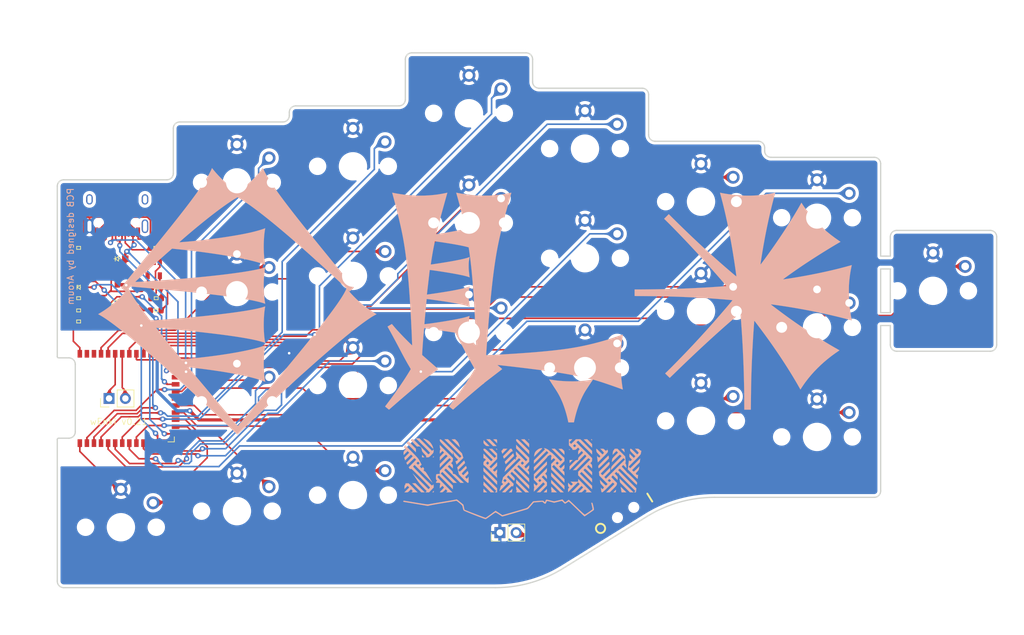
<source format=kicad_pcb>
(kicad_pcb (version 20211014) (generator pcbnew)
  (title_block (title "Enki 42 right") (date "2022-09-24") (rev "0.21") (company "Aroum"))
  (layers (0 "F.Cu" signal) (31 "B.Cu" signal) (34 "B.Paste" user) (35 "F.Paste" user) (36 "B.SilkS" user "B.Silkscreen") (37 "F.SilkS" user "F.Silkscreen") (38 "B.Mask" user) (39 "F.Mask" user) (44 "Edge.Cuts" user))
  (net 0 "")
  (net 1 "GND")
  (net 2 "VBUS")
  (net 3 "Net-(D22-Pad1)")
  (net 4 "Net-(D23-Pad1)")
  (net 5 "Net-(D24-Pad1)")
  (net 6 "DATA+")
  (net 7 "DATA-")
  (net 8 "CC1")
  (net 9 "CC2")
  (net 10 "VBAT")
  (net 11 "Net-(R1-Pad2)")
  (net 12 "Net-(R2-Pad1)")
  (net 13 "BATTERY_PIN")
  (net 14 "BLUE_LED")
  (net 15 "SWC")
  (net 16 "SWD")
  (net 17 "reset")
  (net 18 "R1C1")
  (net 19 "R1C2")
  (net 20 "R1C3")
  (net 21 "R1C4")
  (net 22 "R1C5")
  (net 23 "R1C6")
  (net 24 "R2C1")
  (net 25 "R2C2")
  (net 26 "R2C3")
  (net 27 "R2C4")
  (net 28 "R2C5")
  (net 29 "R2C6")
  (net 30 "R3C1")
  (net 31 "R3C2")
  (net 32 "R3C3")
  (net 33 "R3C4")
  (net 34 "R3C5")
  (net 35 "R3C6")
  (net 36 "R4C5")
  (net 37 "R4C6")
  (net 38 "R4C7")
  (net 39 "nRF_VDD")
  (net 40 "R2C0")
  (net 41 "VBAT2")
  (net 45 "PROG")
  (footprint "kbd:SW_3x4x2_2legs" (layer "F.Cu") (at 75.692 70.364)
    (fp_text reference "RSW1")
    (fp_text value "SW_PUSH")
  )
  (footprint "kbd:ChocV1_1u" (layer "F.Cu") (at 130.415 74.508)
    (fp_text reference "SW16" hide)
    (fp_text value "SW_PUSH" hide)
  )
  (footprint "kbd:ChocV1_1u" (layer "F.Cu") (at 76.265 104.808)
    (fp_text reference "SW21" hide)
    (fp_text value "SW_PUSH" hide)
  )
  (footprint "kbd:ChocV1_1u" (layer "F.Cu") (at 94.315 102.308)
    (fp_text reference "SW20" hide)
    (fp_text value "SW_PUSH" hide)
  )
  (footprint "kbd:ChocV1_1u" (layer "F.Cu") (at 112.365 99.808)
    (fp_text reference "SW19" hide)
    (fp_text value "SW_PUSH" hide)
  )
  (footprint "kbd:ChocV1_1u" (layer "F.Cu") (at 94.315 85.258)
    (fp_text reference "SW18" hide)
    (fp_text value "SW_PUSH" hide)
  )
  (footprint "kbd:ChocV1_1u" (layer "F.Cu") (at 112.365 82.758)
    (fp_text reference "SW17" hide)
    (fp_text value "SW_PUSH" hide)
  )
  (footprint "kbd:ChocV1_1u" (layer "F.Cu") (at 94.315 68.208)
    (fp_text reference "SW12" hide)
    (fp_text value "SW_PUSH" hide)
  )
  (footprint "kbd:ChocV1_1u" (layer "F.Cu") (at 112.365 65.708)
    (fp_text reference "SW11" hide)
    (fp_text value "SW_PUSH" hide)
  )
  (footprint "kbd:ChocV1_1u" (layer "F.Cu") (at 130.415 57.458)
    (fp_text reference "SW10" hide)
    (fp_text value "SW_PUSH" hide)
  )
  (footprint "kbd:ChocV1_1u" (layer "F.Cu") (at 94.315 51.158)
    (fp_text reference "SW6" hide)
    (fp_text value "SW_PUSH" hide)
  )
  (footprint "kbd:ChocV1_1u" (layer "F.Cu") (at 112.365 48.658)
    (fp_text reference "SW5" hide)
    (fp_text value "SW_PUSH" hide)
  )
  (footprint "kbd:ChocV1_1u" (layer "F.Cu") (at 130.415 40.408)
    (fp_text reference "SW4" hide)
    (fp_text value "SW_PUSH" hide)
  )
  (footprint "kbd:ChocV1_1u" (layer "F.Cu") (at 184.565 90.759)
    (fp_text reference "SW13" hide)
    (fp_text value "SW_PUSH" hide)
  )
  (footprint "kbd:ChocV1_1u" (layer "F.Cu") (at 166.515 88.258)
    (fp_text reference "SW14" hide)
    (fp_text value "SW_PUSH" hide)
  )
  (footprint "kbd:ChocV1_1u" (layer "F.Cu") (at 184.565 73.709)
    (fp_text reference "SW7" hide)
    (fp_text value "SW_PUSH" hide)
  )
  (footprint "kbd:ChocV1_1u" (layer "F.Cu") (at 166.515 71.208)
    (fp_text reference "SW8" hide)
    (fp_text value "SW_PUSH" hide)
  )
  (footprint "kbd:ChocV1_1u" (layer "F.Cu") (at 166.515 54.158)
    (fp_text reference "SW2" hide)
    (fp_text value "SW_PUSH" hide)
  )
  (footprint "kbd:ChocV1_1u" (layer "F.Cu") (at 148.465 45.908)
    (fp_text reference "SW3" hide)
    (fp_text value "SW_PUSH" hide)
  )
  (footprint "kbd:ChocV1_1u" (layer "F.Cu") (at 148.465 62.958)
    (fp_text reference "SW9" hide)
    (fp_text value "SW_PUSH" hide)
  )
  (footprint "kbd:ChocV1_1u" (layer "F.Cu") (at 184.565 56.658)
    (fp_text reference "SW1" hide)
    (fp_text value "SW_PUSH" hide)
  )
  (footprint "kbd:ChocV1_1u" (layer "F.Cu") (at 148.465 80.008)
    (fp_text reference "SW15" hide)
    (fp_text value "SW_PUSH" hide)
  )
  (footprint "kbd:LED_0603_1608Metric" (layer "F.Cu") (at 69.692 67.4768)
    (fp_text reference "D23" hide)
    (fp_text value "BLUE")
  )
  (footprint "kbd:D_SOD-323_HandSoldering" (layer "F.Cu") (at 75.692 63.0428)
    (fp_text reference "D24" hide)
    (fp_text value "1N5819")
  )
  (footprint "kbd:SOT-23" (layer "F.Cu") (at 75.692 66.0816 -90)
    (fp_text reference "Q1" hide)
    (fp_text value "AO3407")
  )
  (footprint "kbd:R_0603_1608Metric" (layer "F.Cu") (at 81.692 71.0768 180)
    (fp_text reference "R2" hide)
    (fp_text value "RPROG")
  )
  (footprint "kbd:R_0603_1608Metric" (layer "F.Cu") (at 69.692 61.3428 180)
    (fp_text reference "R3" hide)
    (fp_text value "5.1K")
  )
  (footprint "kbd:R_0603_1608Metric" (layer "F.Cu") (at 81.692 61.3428)
    (fp_text reference "R4" hide)
    (fp_text value "5.1K")
  )
  (footprint "kbd:R_0603_1608Metric" (layer "F.Cu") (at 69.692 69.1768)
    (fp_text reference "R5" hide)
    (fp_text value "1K")
  )
  (footprint "kbd:R_0603_1608Metric" (layer "F.Cu") (at 69.692 71.0768 180)
    (fp_text reference "R6" hide)
    (fp_text value "100K")
  )
  (footprint "kbd:R_0603_1608Metric" (layer "F.Cu") (at 81.692 73.2768 180)
    (fp_text reference "R7" hide)
    (fp_text value "820K")
  )
  (footprint "kbd:R_0603_1608Metric" (layer "F.Cu") (at 69.692 72.7964 180)
    (fp_text reference "R8" hide)
    (fp_text value "2M")
  )
  (footprint "kbd:SOT-23-5" (layer "F.Cu") (at 81.372 64.5816 -90)
    (fp_text reference "U2" hide)
    (fp_text value "TP4054")
  )
  (footprint "kbd:SOT-23-5" (layer "F.Cu") (at 70.012 64.5816 -90)
    (fp_text reference "U3" hide)
    (fp_text value "XC6220B331MR-G")
  )
  (footprint "kbd:USB_C_Receptacle_HRO_TYPE-C-31-M-12_round" (layer "F.Cu") (at 75.692 54.856 180)
    (fp_text reference "J3" hide)
    (fp_text value "USB-C Conn" hide)
  )
  (footprint "kbd:SW_MSK-12C02" (layer "F.Cu") (at 154.788 102.514 -148)
    (fp_text reference "SW22")
    (fp_text value "SW_SPDT")
  )
  (footprint "Connector_PinHeader_2.54mm:PinHeader_1x02_P2.54mm_Vertical" (layer "F.Cu") (at 74.422 84.7725 90)
    (fp_text reference "J1" hide)
    (fp_text value "SWD")
  )
  (footprint "kbd:Holyiot-18010" (layer "F.Cu") (at 75.5745 84.7725 90)
    (fp_text reference "U1" hide)
    (fp_text value "Holyiot-18010")
  )
  (footprint "kbd:R_0603_1608Metric" (layer "F.Cu") (at 81.757 69.1768 180)
    (fp_text reference "R1" hide)
    (fp_text value "1K")
  )
  (footprint "kbd:LED_0603_1608Metric" (layer "F.Cu") (at 81.757 67.4768 180)
    (fp_text reference "D22" hide)
    (fp_text value "RED")
  )
  (footprint "kbd:ChocV1_1u" (layer "F.Cu") (at 202.615 68.029)
    (fp_text reference "SW23" hide)
    (fp_text value "SW_PUSH" hide)
  )
  (footprint "Connector_PinHeader_2.54mm:PinHeader_1x02_P2.54mm_Vertical" (layer "F.Cu") (at 135.22094 105.64758 90)
    (fp_text reference "J2" hide)
    (fp_text value "Ex_Bat")
  )
  (footprint "kbd:Logo_Enki" (layer "B.Cu") (at 131.572 71.12 180)
    (fp_text reference "logoL1" hide)
    (fp_text value "Logo" hide)
  )
  (footprint "kbd:Logo_wEnki42_mini" (layer "B.Cu") (at 138.5316 97.536 180)
    (fp_text reference "logo1" hide)
    (fp_text value "Logo" hide)
  )
  (gr_line (start 177.414999 47.258) (end 193.464999 47.258) (layer "Edge.Cuts") (width 0.2))
  (gr_line (start 158.365 37.508) (end 158.365 43.758) (layer "Edge.Cuts") (width 0.2))
  (gr_line (start 141.315 36.508) (end 157.365 36.508) (layer "Edge.Cuts") (width 0.2))
  (gr_line (start 140.315 32.008) (end 140.315 35.508) (layer "Edge.Cuts") (width 0.2))
  (gr_arc (start 193.464999 47.258) (mid 194.172106 47.550893) (end 194.464999 48.258) (layer "Edge.Cuts") (width 0.2))
  (gr_arc (start 159.365 44.758) (mid 158.657893 44.465107) (end 158.365 43.758) (layer "Edge.Cuts") (width 0.2))
  (gr_line (start 121.515001 31.008) (end 139.315 31.008) (layer "Edge.Cuts") (width 0.2))
  (gr_arc (start 177.414999 47.258) (mid 176.707892 46.965107) (end 176.414999 46.258) (layer "Edge.Cuts") (width 0.2))
  (gr_arc (start 157.365 36.508) (mid 158.072107 36.800893) (end 158.365 37.508) (layer "Edge.Cuts") (width 0.2))
  (gr_arc (start 175.415 44.758) (mid 176.122107 45.050893) (end 176.415 45.758) (layer "Edge.Cuts") (width 0.2))
  (gr_arc (start 141.315 36.508) (mid 140.607893 36.215107) (end 140.315 35.508) (layer "Edge.Cuts") (width 0.2))
  (gr_line (start 159.365 44.758) (end 175.415 44.758) (layer "Edge.Cuts") (width 0.2))
  (gr_arc (start 102.465001 40.758) (mid 102.172108 41.465107) (end 101.465001 41.758) (layer "Edge.Cuts") (width 0.2))
  (gr_arc (start 194.465 99.159019) (mid 194.172107 99.866126) (end 193.465 100.159019) (layer "Edge.Cuts") (width 0.2))
  (gr_arc (start 120.515001 32.008) (mid 120.807894 31.300893) (end 121.515001 31.008) (layer "Edge.Cuts") (width 0.2))
  (gr_line (start 102.465001 40.758) (end 102.465001 40.258) (layer "Edge.Cuts") (width 0.2))
  (gr_line (start 85.415 41.758) (end 101.465001 41.758) (layer "Edge.Cuts") (width 0.2))
  (gr_line (start 103.465001 39.258) (end 119.515001 39.258) (layer "Edge.Cuts") (width 0.2))
  (gr_line (start 176.414999 46.258) (end 176.415 45.758) (layer "Edge.Cuts") (width 0.2))
  (gr_arc (start 120.515001 38.258) (mid 120.222108 38.965107) (end 119.515001 39.258) (layer "Edge.Cuts") (width 0.2))
  (gr_arc (start 102.465001 40.258) (mid 102.757894 39.550893) (end 103.465001 39.258) (layer "Edge.Cuts") (width 0.2))
  (gr_line (start 120.515001 38.258) (end 120.515001 32.008) (layer "Edge.Cuts") (width 0.2))
  (gr_arc (start 139.315 31.008) (mid 140.022107 31.300893) (end 140.315 32.008) (layer "Edge.Cuts") (width 0.2))
  (gr_line (start 212.514999 59.628) (end 212.515 76.428) (layer "Edge.Cuts") (width 0.2))
  (gr_arc (start 66.565001 78.458) (mid 66.42358 78.399421) (end 66.365001 78.258) (layer "Edge.Cuts") (width 0.2))
  (gr_line (start 211.515 77.428) (end 196.964999 77.428) (layer "Edge.Cuts") (width 0.2))
  (gr_arc (start 66.365001 91.157999) (mid 66.42358 91.016578) (end 66.565001 90.957999) (layer "Edge.Cuts") (width 0.2))
  (gr_line (start 67.365001 50.758) (end 83.415 50.758) (layer "Edge.Cuts") (width 0.2))
  (gr_arc (start 66.365001 51.758) (mid 66.657894 51.050893) (end 67.365001 50.758) (layer "Edge.Cuts") (width 0.2))
  (gr_line (start 66.365001 78.258) (end 66.365001 51.758) (layer "Edge.Cuts") (width 0.2))
  (gr_arc (start 158.073355 103.154153) (mid 163.128372 100.92237) (end 168.601154 100.159019) (layer "Edge.Cuts") (width 0.2))
  (gr_arc (start 145.056644 111.212864) (mid 140.001628 113.444647) (end 134.528846 114.207998) (layer "Edge.Cuts") (width 0.2))
  (gr_arc (start 67.365001 114.207999) (mid 66.657894 113.915106) (end 66.365001 113.207999) (layer "Edge.Cuts") (width 0.2))
  (gr_line (start 66.565001 90.957999) (end 68.165001 90.957999) (layer "Edge.Cuts") (width 0.2))
  (gr_arc (start 69.165001 89.957999) (mid 68.872108 90.665106) (end 68.165001 90.957999) (layer "Edge.Cuts") (width 0.2))
  (gr_arc (start 68.165001 78.458) (mid 68.872108 78.750893) (end 69.165001 79.458) (layer "Edge.Cuts") (width 0.2))
  (gr_line (start 158.073355 103.154153) (end 145.056644 111.212864) (layer "Edge.Cuts") (width 0.2))
  (gr_line (start 66.365001 113.207999) (end 66.365001 91.157999) (layer "Edge.Cuts") (width 0.2))
  (gr_arc (start 84.415 49.758) (mid 84.122107 50.465107) (end 83.415 50.758) (layer "Edge.Cuts") (width 0.2))
  (gr_line (start 68.165001 78.458) (end 66.565001 78.458) (layer "Edge.Cuts") (width 0.2))
  (gr_line (start 194.465 73.428) (end 194.465 99.159019) (layer "Edge.Cuts") (width 0.2))
  (gr_line (start 196.964999 58.628) (end 211.515 58.628) (layer "Edge.Cuts") (width 0.2))
  (gr_line (start 69.165001 89.957999) (end 69.165001 79.458) (layer "Edge.Cuts") (width 0.2))
  (gr_line (start 84.415001 49.758) (end 84.415 42.758) (layer "Edge.Cuts") (width 0.2))
  (gr_arc (start 84.415 42.758) (mid 84.707893 42.050893) (end 85.415 41.758) (layer "Edge.Cuts") (width 0.2))
  (gr_line (start 134.528846 114.207999) (end 67.365001 114.207999) (layer "Edge.Cuts") (width 0.2))
  (gr_line (start 193.465 100.159019) (end 168.601153 100.159019) (layer "Edge.Cuts") (width 0.2))
  (gr_arc (start 196.964999 77.428) (mid 196.257892 77.135107) (end 195.964999 76.428) (layer "Edge.Cuts") (width 0.2))
  (gr_arc (start 195.964999 59.628) (mid 196.257892 58.920893) (end 196.964999 58.628) (layer "Edge.Cuts") (width 0.2))
  (gr_arc (start 211.515 58.628) (mid 212.222107 58.920893) (end 212.515 59.628) (layer "Edge.Cuts") (width 0.2))
  (gr_line (start 195.964999 62.628) (end 194.464999 62.628) (layer "Edge.Cuts") (width 0.2))
  (gr_arc (start 212.515 76.428) (mid 212.222107 77.135107) (end 211.515 77.428) (layer "Edge.Cuts") (width 0.2))
  (gr_line (start 195.964999 73.428) (end 194.465 73.428) (layer "Edge.Cuts") (width 0.2))
  (gr_line (start 195.964999 59.628) (end 195.964999 62.628) (layer "Edge.Cuts") (width 0.2))
  (gr_line (start 194.464999 64.628) (end 195.965 64.628) (layer "Edge.Cuts") (width 0.2))
  (gr_line (start 195.965 64.628) (end 195.965 71.428) (layer "Edge.Cuts") (width 0.2))
  (gr_line (start 194.464999 71.428) (end 194.464999 64.628) (layer "Edge.Cuts") (width 0.2))
  (gr_line (start 195.964999 76.428) (end 195.964999 73.428) (layer "Edge.Cuts") (width 0.2))
  (gr_line (start 195.965 71.428) (end 194.464999 71.428) (layer "Edge.Cuts") (width 0.2))
  (gr_line (start 194.465 62.628) (end 194.465 48.258) (layer "Edge.Cuts") (width 0.2))
  (gr_text "PCB designed by Aroum\n" (at 68.4276 61.1251 90) (layer "B.SilkS") (effects (font (size 1 1)) (justify mirror)))
  (gr_text "wEnki v0.21\n" (at 75.946 88.392) (layer "F.SilkS") (effects (font (size 1 1) (thickness 0.1))))
  (segment (start 102.43833 77.73149) (end 102.43833 77.73149) (width 0.25) (layer "F.Cu") (net 1))
  (segment (start 70.3329 69.6109) (end 68.867 71.0768) (width 0.25) (layer "F.Cu") (net 1))
  (segment (start 69.96176 66.29184) (end 69.96176 64.39916) (width 0.25) (layer "F.Cu") (net 1))
  (segment (start 69.8745 76.8772) (end 68.867 75.8697) (width 0.25) (layer "F.Cu") (net 1))
  (segment (start 69.7268 71.9366) (end 68.867 71.0768) (width 0.25) (layer "F.Cu") (net 1))
  (segment (start 78.5647 70.364) (end 79.0373 70.364) (width 0.25) (layer "F.Cu") (net 1))
  (segment (start 78.5647 70.364) (end 78.092 70.364) (width 0.25) (layer "F.Cu") (net 1))
  (segment (start 93.3498 61.3428) (end 94.315 62.308) (width 0.25) (layer "F.Cu") (net 1))
  (segment (start 68.867 61.3428) (end 70.2385 59.9713) (width 0.25) (layer "F.Cu") (net 1))
  (segment (start 80.8574 59.8639) (end 80.75 59.9713) (width 0.25) (layer "F.Cu") (net 1))
  (segment (start 75.5741 71.9366) (end 69.7268 71.9366) (width 0.25) (layer "F.Cu") (net 1))
  (segment (start 69.8745 91.7225) (end 69.8745 93.0139) (width 0.25) (layer "F.Cu") (net 1))
  (segment (start 70.5062 59.9713) (end 72.442 59.9713) (width 0.25) (layer "F.Cu") (net 1))
  (segment (start 80.3805 56.5576) (end 80.8574 57.0345) (width 0.25) (layer "F.Cu") (net 1))
  (segment (start 69.6966 68.5405) (end 69.6966 66.557) (width 0.25) (layer "F.Cu") (net 1))
  (segment (start 69.6966 66.557) (end 69.96176 66.29184) (width 0.25) (layer "F.Cu") (net 1))
  (segment (start 69.89318 64.46774) (end 69.96176 64.39916) (width 0.25) (layer "F.Cu") (net 1))
  (segment (start 75.7686 98.908) (end 76.265 98.908) (width 0.25) (layer "F.Cu") (net 1))
  (segment (start 80.75 59.9713) (end 78.942 59.9713) (width 0.25) (layer "F.Cu") (net 1))
  (segment (start 70.5062 57.0232) (end 70.9718 56.5576) (width 0.25) (layer "F.Cu") (net 1))
  (segment (start 77.1467 70.364) (end 75.5741 71.9366) (width 0.25) (layer "F.Cu") (net 1))
  (segment (start 78.942 58.901) (end 78.942 59.9713) (width 0.25) (layer "F.Cu") (net 1))
  (segment (start 70.2385 59.9713) (end 70.5062 59.9713) (width 0.25) (layer "F.Cu") (net 1))
  (segment (start 81.8731 61.0944) (end 80.75 59.9713) (width 0.25) (layer "F.Cu") (net 1))
  (segment (start 82.517 61.3428) (end 93.3498 61.3428) (width 0.25) (layer "F.Cu") (net 1))
  (segment (start 68.2244 61.9854) (end 68.2244 64.10877) (width 0.25) (layer "F.Cu") (net 1))
  (segment (start 68.867 61.3428) (end 68.2244 61.9854) (width 0.25) (layer "F.Cu") (net 1))
  (segment (start 80.8574 57.0345) (end 80.8574 59.8639) (width 0.25) (layer "F.Cu") (net 1))
  (segment (start 79.7501 71.0768) (end 80.867 71.0768) (width 0.25) (layer "F.Cu") (net 1))
  (segment (start 69.96176 63.53184) (end 70.012 63.4816) (width 0.25) (layer "F.Cu") (net 1))
  (segment (start 94.73221 78.94079) (end 94.315 79.358) (width 0.25) (layer "F.Cu") (net 1))
  (segment (start 81.8731 61.3428) (end 81.8731 61.0944) (width 0.25) (layer "F.Cu") (net 1))
  (segment (start 102.43833 78.94079) (end 102.43833 77.73149) (width 0.25) (layer "F.Cu") (net 1))
  (segment (start 71.372 57.57888) (end 71.372 56.6908) (width 0.25) (layer "F.Cu") (net 1))
  (segment (start 79.0373 70.364) (end 79.7501 71.0768) (width 0.25) (layer "F.Cu") (net 1))
  (segment (start 81.372 63.4816) (end 81.372 62.6063) (width 0.25) (layer "F.Cu") (net 1))
  (segment (start 72.442 58.901) (end 72.442 59.9713) (width 0.25) (layer "F.Cu") (net 1))
  (segment (start 70.3329 69.1768) (end 70.517 69.1768) (width 0.25) (layer "F.Cu") (net 1))
  (segment (start 78.092 70.364) (end 77.1467 70.364) (width 0.25) (layer "F.Cu") (net 1))
  (segment (start 68.867 75.8697) (end 68.867 72.7964) (width 0.25) (layer "F.Cu") (net 1))
  (segment (start 68.867 72.7964) (end 69.7268 71.9366) (width 0.25) (layer "F.Cu") (net 1))
  (segment (start 94.315 79.358) (end 92.7795 77.8225) (width 0.25) (layer "F.Cu") (net 1))
  (segment (start 110.28221 78.94079) (end 102.43833 78.94079) (width 0.25) (layer "F.Cu") (net 1))
  (segment (start 70.5062 59.9713) (end 70.5062 57.0232) (width 0.25) (layer "F.Cu") (net 1))
  (segment (start 69.96176 64.39916) (end 69.96176 63.53184) (width 0.25) (layer "F.Cu") (net 1))
  (segment (start 70.9718 56.5576) (end 71.2388 56.5576) (width 0.25) (layer "F.Cu") (net 1))
  (segment (start 69.8745 93.0139) (end 75.7686 98.908) (width 0.25) (layer "F.Cu") (net 1))
  (segment (start 71.372 56.6908) (end 71.2388 56.5576) (width 0.25) (layer "F.Cu") (net 1))
  (segment (start 70.3329 69.1768) (end 70.3329 69.6109) (width 0.25) (layer "F.Cu") (net 1))
  (segment (start 81.372 62.6063) (end 81.8731 62.1052) (width 0.25) (layer "F.Cu") (net 1))
  (segment (start 69.8745 77.8225) (end 69.8745 76.8772) (width 0.25) (layer "F.Cu") (net 1))
  (segment (start 71.2388 56.5576) (end 80.3805 56.5576) (width 0.25) (layer "F.Cu") (net 1))
  (segment (start 68.58337 64.46774) (end 69.89318 64.46774) (width 0.25) (layer "F.Cu") (net 1))
  (segment (start 68.2244 64.10877) (end 68.58337 64.46774) (width 0.25) (layer "F.Cu") (net 1))
  (segment (start 112.365 76.858) (end 110.28221 78.94079) (width 0.25) (layer "F.Cu") (net 1))
  (segment (start 92.7795 77.8225) (end 83.0745 77.8225) (width 0.25) (layer "F.Cu") (net 1))
  (segment (start 81.8731 62.1052) (end 81.8731 61.3428) (width 0.25) (layer "F.Cu") (net 1))
  (segment (start 81.8731 61.3428) (end 82.517 61.3428) (width 0.25) (layer "F.Cu") (net 1))
  (segment (start 70.3329 69.1768) (end 69.6966 68.5405) (width 0.25) (layer "F.Cu") (net 1))
  (segment (start 102.43833 78.94079) (end 94.73221 78.94079) (width 0.25) (layer "F.Cu") (net 1))
  (via (at 102.43833 77.73149) (size 0.8) (drill 0.4) (layers "F.Cu" "B.Cu") (net 1))
  (segment (start 71.372 57.8583) (end 71.372 57.7059) (width 0.25) (layer "B.Cu") (net 1))
  (segment (start 71.372 58.1377) (end 71.372 58.0361) (width 0.25) (layer "B.Cu") (net 1))
  (segment (start 71.372 57.5789) (end 71.372 57.7059) (width 0.25) (layer "B.Cu") (net 1))
  (segment (start 71.372 57.4265) (end 71.372 57.5789) (width 0.25) (layer "B.Cu") (net 1))
  (segment (start 71.372 58.0361) (end 71.372 57.8583) (width 0.25) (layer "B.Cu") (net 1))
  (segment (start 71.372 58.3917) (end 71.372 58.2647) (width 0.25) (layer "B.Cu") (net 1))
  (segment (start 71.372 58.2647) (end 71.372 58.1377) (width 0.25) (layer "B.Cu") (net 1))
  (segment (start 71.372 58.5441) (end 71.372 58.3917) (width 0.25) (layer "B.Cu") (net 1))
  (segment (start 75.05954 68.10502) (end 76.59116 68.10502) (width 0.25) (layer "F.Cu") (net 2))
  (segment (start 76.59116 68.10502) (end 74.55348 68.10502) (width 0.25) (layer "F.Cu") (net 2))
  (segment (start 78.142 60.7143) (end 78.142 58.901) (width 0.25) (layer "F.Cu") (net 2))
  (segment (start 76.942 63) (end 76.942 63.0428) (width 0.25) (layer "F.Cu") (net 2))
  (segment (start 80.422 67.3207) (end 80.422 65.6816) (width 0.25) (layer "F.Cu") (net 2))
  (segment (start 78.142 58.1726) (end 77.030389 57.060989) (width 0.25) (layer "F.Cu") (net 2))
  (segment (start 74.75982 66.47368) (end 74.75982 67.89868) (width 0.25) (layer "F.Cu") (net 2))
  (segment (start 78.3247 60.897) (end 78.142 60.7143) (width 0.25) (layer "F.Cu") (net 2))
  (segment (start 76.942 63.0428) (end 76.942 63.8881) (width 0.25) (layer "F.Cu") (net 2))
  (segment (start 85.54266 81.4725) (end 86.40064 80.61452) (width 0.25) (layer "F.Cu") (net 2))
  (segment (start 70.517 71.0768) (end 72.8155 68.7783) (width 0.25) (layer "F.Cu") (net 2))
  (segment (start 74.55348 68.10502) (end 74.51314 68.14536) (width 0.25) (layer "F.Cu") (net 2))
  (segment (start 80.5781 67.4768) (end 80.422 67.3207) (width 0.25) (layer "F.Cu") (net 2))
  (segment (start 72.8155 68.7783) (end 73.8802 68.7783) (width 0.25) (layer "F.Cu") (net 2))
  (segment (start 76.59116 68.10502) (end 79.55848 68.10502) (width 0.25) (layer "F.Cu") (net 2))
  (segment (start 78.142 58.901) (end 78.142 58.1726) (width 0.25) (layer "F.Cu") (net 2))
  (segment (start 74.334511 57.060989) (end 73.242 58.1535) (width 0.25) (layer "F.Cu") (net 2))
  (segment (start 73.8802 68.7783) (end 74.51314 68.14536) (width 0.25) (layer "F.Cu") (net 2))
  (segment (start 74.75982 67.89868) (end 74.51314 68.14536) (width 0.25) (layer "F.Cu") (net 2))
  (segment (start 76.942 63) (end 76.942 62.1975) (width 0.25) (layer "F.Cu") (net 2))
  (segment (start 80.1867 67.4768) (end 80.5781 67.4768) (width 0.25) (layer "F.Cu") (net 2))
  (segment (start 79.55848 68.10502) (end 80.1867 67.4768) (width 0.25) (layer "F.Cu") (net 2))
  (segment (start 73.242 58.1535) (end 73.242 58.901) (width 0.25) (layer "F.Cu") (net 2))
  (segment (start 75.8967 65.0816) (end 75.8967 65.3368) (width 0.25) (layer "F.Cu") (net 2))
  (segment (start 84.7745 81.4725) (end 85.54266 81.4725) (width 0.25) (layer "F.Cu") (net 2))
  (segment (start 76.942 62.1975) (end 76.942 62.1427) (width 0.25) (layer "F.Cu") (net 2))
  (segment (start 76.942 62.1427) (end 77.1803 61.9044) (width 0.25) (layer "F.Cu") (net 2))
  (segment (start 80.9695 67.4768) (end 80.5781 67.4768) (width 0.25) (layer "F.Cu") (net 2))
  (segment (start 77.030389 57.060989) (end 74.334511 57.060989) (width 0.25) (layer "F.Cu") (net 2))
  (segment (start 76.642 64.1881) (end 76.642 65.0816) (width 0.25) (layer "F.Cu") (net 2))
  (segment (start 76.942 63.8881) (end 76.642 64.1881) (width 0.25) (layer "F.Cu") (net 2))
  (segment (start 75.8967 65.3368) (end 74.75982 66.47368) (width 0.25) (layer "F.Cu") (net 2))
  (segment (start 76.642 65.0816) (end 75.8967 65.0816) (width 0.25) (layer "F.Cu") (net 2))
  (via (at 77.1803 61.9044) (size 0.8) (drill 0.4) (layers "F.Cu" "B.Cu") (net 2))
  (via (at 78.3247 60.897) (size 0.8) (drill 0.4) (layers "F.Cu" "B.Cu") (net 2))
  (via (at 86.40064 80.61452) (size 0.8) (drill 0.4) (layers "F.Cu" "B.Cu") (net 2))
  (segment (start 77.1803 61.9044) (end 77.3173 61.9044) (width 0.25) (layer "B.Cu") (net 2))
  (segment (start 77.3173 61.9044) (end 85.1409 69.728) (width 0.25) (layer "B.Cu") (net 2))
  (segment (start 85.1409 69.728) (end 85.1409 79.35478) (width 0.25) (layer "B.Cu") (net 2))
  (segment (start 77.3173 61.9044) (end 78.3247 60.897) (width 0.25) (layer "B.Cu") (net 2))
  (segment (start 85.1409 79.35478) (end 86.40064 80.61452) (width 0.25) (layer "B.Cu") (net 2))
  (segment (start 82.5445 69.1393) (end 82.5445 67.4768) (width 0.25) (layer "F.Cu") (net 3))
  (segment (start 82.582 69.1768) (end 82.5445 69.1393) (width 0.25) (layer "F.Cu") (net 3))
  (segment (start 68.9045 69.1393) (end 68.9045 67.4768) (width 0.25) (layer "F.Cu") (net 4))
  (segment (start 68.867 69.1768) (end 68.9045 69.1393) (width 0.25) (layer "F.Cu") (net 4))
  (segment (start 70.962 62.7239) (end 70.962 62.43372) (width 0.25) (layer "F.Cu") (net 5))
  (segment (start 70.962 63.4816) (end 70.962 62.7239) (width 0.25) (layer "F.Cu") (net 5))
  (segment (start 74.442 63.0428) (end 74.442 63.9863) (width 0.25) (layer "F.Cu") (net 5))
  (segment (start 70.962 62.7239) (end 74.1231 62.7239) (width 0.25) (layer "F.Cu") (net 5))
  (segment (start 69.062 62.41542) (end 69.062 63.4816) (width 0.25) (layer "F.Cu") (net 5))
  (segment (start 70.97268 62.42304) (end 70.96506 62.41542) (width 0.25) (layer "F.Cu") (net 5))
  (segment (start 74.742 65.0816) (end 74.742 64.2863) (width 0.25) (layer "F.Cu") (net 5))
  (segment (start 74.442 63.9863) (end 74.742 64.2863) (width 0.25) (layer "F.Cu") (net 5))
  (segment (start 74.1231 62.7239) (end 74.442 63.0428) (width 0.25) (layer "F.Cu") (net 5))
  (segment (start 70.962 62.43372) (end 70.97268 62.42304) (width 0.25) (layer "F.Cu") (net 5))
  (segment (start 70.96506 62.41542) (end 69.062 62.41542) (width 0.25) (layer "F.Cu") (net 5))
  (segment (start 74.942 58.901) (end 74.942 57.531) (width 0.25) (layer "F.Cu") (net 6))
  (segment (start 84.7745 79.2725) (end 86.35582 79.2725) (width 0.25) (layer "F.Cu") (net 6))
  (segment (start 74.942 60.22918) (end 74.64298 60.5282) (width 0.25) (layer "F.Cu") (net 6))
  (segment (start 75.942 57.531) (end 75.942 58.901) (width 0.25) (layer "F.Cu") (net 6))
  (segment (start 74.942 58.901) (end 74.942 60.22918) (width 0.25) (layer "F.Cu") (net 6))
  (segment (start 86.35582 79.2725) (end 86.3854 79.24292) (width 0.25) (layer "F.Cu") (net 6))
  (segment (start 74.942 57.531) (end 75.942 57.531) (width 0.25) (layer "F.Cu") (net 6))
  (via (at 86.3854 79.24292) (size 0.8) (drill 0.4) (layers "F.Cu" "B.Cu") (net 6))
  (via (at 74.64298 60.5282) (size 0.8) (drill 0.4) (layers "F.Cu" "B.Cu") (net 6))
  (segment (start 86.3346 67.8528) (end 78.610001 60.128201) (width 0.25) (layer "B.Cu") (net 6))
  (segment (start 86.3854 79.24292) (end 86.3346 79.19212) (width 0.25) (layer "B.Cu") (net 6))
  (segment (start 78.610001 60.128201) (end 75.042979 60.128201) (width 0.25) (layer "B.Cu") (net 6))
  (segment (start 75.042979 60.128201) (end 74.64298 60.5282) (width 0.25) (layer "B.Cu") (net 6))
  (segment (start 86.3346 79.19212) (end 86.3346 67.8528) (width 0.25) (layer "B.Cu") (net 6))
  (segment (start 75.442 58.901) (end 75.442 59.9545) (width 0.25) (layer "F.Cu") (net 7))
  (segment (start 76.0934 60.22586) (end 76.0934 60.9679) (width 0.25) (layer "F.Cu") (net 7))
  (segment (start 84.7745 80.3725) (end 83.42956 80.3725) (width 0.25) (layer "F.Cu") (net 7))
  (segment (start 75.71336 60.22586) (end 75.442 59.9545) (width 0.25) (layer "F.Cu") (net 7))
  (segment (start 76.0934 60.22586) (end 75.71336 60.22586) (width 0.25) (layer "F.Cu") (net 7))
  (segment (start 76.17064 60.22586) (end 76.442 59.9545) (width 0.25) (layer "F.Cu") (net 7))
  (segment (start 76.0934 60.22586) (end 76.17064 60.22586) (width 0.25) (layer "F.Cu") (net 7))
  (segment (start 76.442 58.901) (end 76.442 59.9545) (width 0.25) (layer "F.Cu") (net 7))
  (segment (start 83.42956 80.3725) (end 83.33994 80.46212) (width 0.25) (layer "F.Cu") (net 7))
  (via (at 83.33994 80.46212) (size 0.8) (drill 0.4) (layers "F.Cu" "B.Cu") (net 7))
  (via (at 76.0934 60.9679) (size 0.8) (drill 0.4) (layers "F.Cu" "B.Cu") (net 7))
  (segment (start 83.33994 69.18164) (end 83.33994 80.46212) (width 0.25) (layer "B.Cu") (net 7))
  (segment (start 76.0934 60.9679) (end 76.0934 61.9351) (width 0.25) (layer "B.Cu") (net 7))
  (segment (start 76.0934 61.9351) (end 83.33994 69.18164) (width 0.25) (layer "B.Cu") (net 7))
  (segment (start 76.942 59.9545) (end 76.942 60.5683) (width 0.25) (layer "F.Cu") (net 8))
  (segment (start 78.016 61.6423) (end 80.5675 61.6423) (width 0.25) (layer "F.Cu") (net 8))
  (segment (start 76.942 60.5683) (end 78.016 61.6423) (width 0.25) (layer "F.Cu") (net 8))
  (segment (start 76.942 58.901) (end 76.942 59.9545) (width 0.25) (layer "F.Cu") (net 8))
  (segment (start 80.5675 61.6423) (end 80.867 61.3428) (width 0.25) (layer "F.Cu") (net 8))
  (segment (start 73.942 59.9545) (end 72.5537 61.3428) (width 0.25) (layer "F.Cu") (net 9))
  (segment (start 72.5537 61.3428) (end 70.517 61.3428) (width 0.25) (layer "F.Cu") (net 9))
  (segment (start 73.942 58.901) (end 73.942 59.9545) (width 0.25) (layer "F.Cu") (net 9))
  (segment (start 140.50094 106.04758) (end 146.00082 100.5477) (width 0.5) (layer "F.Cu") (net 10))
  (segment (start 146.00082 100.5477) (end 154.4437 100.5477) (width 0.5) (layer "F.Cu") (net 10))
  (segment (start 137.76094 105.64758) (end 138.16094 106.04758) (width 0.5) (layer "F.Cu") (net 10))
  (segment (start 138.16094 106.04758) (end 140.50094 106.04758) (width 0.5) (layer "F.Cu") (net 10))
  (segment (start 81.7524 66.7538) (end 81.6516 66.653) (width 0.25) (layer "F.Cu") (net 11))
  (segment (start 80.932 69.1768) (end 81.7524 68.3564) (width 0.25) (layer "F.Cu") (net 11))
  (segment (start 82.2771 64.3569) (end 82.322 64.3569) (width 0.25) (layer "F.Cu") (net 11))
  (segment (start 82.322 63.4816) (end 82.322 64.3569) (width 0.25) (layer "F.Cu") (net 11))
  (segment (start 81.7524 68.3564) (end 81.7524 66.7538) (width 0.25) (layer "F.Cu") (net 11))
  (segment (start 81.6516 64.9824) (end 82.2771 64.3569) (width 0.25) (layer "F.Cu") (net 11))
  (segment (start 81.6516 66.653) (end 81.6516 64.9824) (width 0.25) (layer "F.Cu") (net 11))
  (segment (start 82.8247 66.5569) (end 82.322 66.5569) (width 0.25) (layer "F.Cu") (net 12))
  (segment (start 83.52028 70.07352) (end 83.52028 67.25248) (width 0.25) (layer "F.Cu") (net 12))
  (segment (start 83.52028 67.25248) (end 82.8247 66.5569) (width 0.25) (layer "F.Cu") (net 12))
  (segment (start 82.517 71.0768) (end 83.52028 70.07352) (width 0.25) (layer "F.Cu") (net 12))
  (segment (start 82.322 66.5569) (end 82.322 65.6816) (width 0.25) (layer "F.Cu") (net 12))
  (segment (start 79.439 73.3791) (end 71.0997 73.3791) (width 0.25) (layer "F.Cu") (net 13))
  (segment (start 80.7647 73.3791) (end 79.439 73.3791) (width 0.25) (layer "F.Cu") (net 13))
  (segment (start 71.0997 73.3791) (end 70.517 72.7964) (width 0.25) (layer "F.Cu") (net 13))
  (segment (start 81.9745 91.7225) (end 81.9745 90.51652) (width 0.25) (layer "F.Cu") (net 13))
  (segment (start 81.9745 90.51652) (end 81.65592 90.19794) (width 0.25) (layer "F.Cu") (net 13))
  (segment (start 80.867 73.2768) (end 80.7647 73.3791) (width 0.25) (layer "F.Cu") (net 13))
  (segment (start 79.439 73.3791) (end 79.439 73.4318) (width 0.25) (layer "F.Cu") (net 13))
  (via (at 81.65592 90.19794) (size 0.8) (drill 0.4) (layers "F.Cu" "B.Cu") (net 13))
  (via (at 79.439 73.4318) (size 0.8) (drill 0.4) (layers "F.Cu" "B.Cu") (net 13))
  (segment (start 79.439 73.4318) (end 79.439 87.98102) (width 0.25) (layer "B.Cu") (net 13))
  (segment (start 79.439 87.98102) (end 81.65592 90.19794) (width 0.25) (layer "B.Cu") (net 13))
  (segment (start 72.0745 91.7225) (end 72.0745 90.7772) (width 0.25) (layer "F.Cu") (net 14))
  (segment (start 78.78181 87.1405) (end 79.69371 86.2286) (width 0.25) (layer "F.Cu") (net 14))
  (segment (start 72.0745 90.7772) (end 75.7112 87.1405) (width 0.25) (layer "F.Cu") (net 14))
  (segment (start 79.69371 86.2286) (end 81.6495 86.2286) (width 0.25) (layer "F.Cu") (net 14))
  (segment (start 70.4795 67.4768) (end 72.0982 67.4768) (width 0.25) (layer "F.Cu") (net 14))
  (segment (start 75.7112 87.1405) (end 78.78181 87.1405) (width 0.25) (layer "F.Cu") (net 14))
  (via (at 81.6495 86.2286) (size 0.8) (drill 0.4) (layers "F.Cu" "B.Cu") (net 14))
  (via (at 72.0982 67.4768) (size 0.8) (drill 0.4) (layers "F.Cu" "B.Cu") (net 14))
  (segment (start 72.0982 67.4768) (end 72.498199 67.076801) (width 0.25) (layer "B.Cu") (net 14))
  (segment (start 74.8513 67.076801) (end 81.232216 73.457717) (width 0.25) (layer "B.Cu") (net 14))
  (segment (start 81.232216 73.457717) (end 81.232216 85.811316) (width 0.25) (layer "B.Cu") (net 14))
  (segment (start 72.498199 67.076801) (end 74.8513 67.076801) (width 0.25) (layer "B.Cu") (net 14))
  (segment (start 81.232216 85.811316) (end 81.6495 86.2286) (width 0.25) (layer "B.Cu") (net 14))
  (segment (start 76.4745 83.0897) (end 76.4745 77.8225) (width 0.25) (layer "F.Cu") (net 15))
  (segment (start 76.962 83.5772) (end 76.4745 83.0897) (width 0.25) (layer "F.Cu") (net 15))
  (segment (start 76.962 84.7725) (end 76.962 83.5772) (width 0.25) (layer "F.Cu") (net 15))
  (segment (start 74.422 83.5772) (end 75.3745 82.6247) (width 0.25) (layer "F.Cu") (net 16))
  (segment (start 75.3745 82.6247) (end 75.3745 77.8225) (width 0.25) (layer "F.Cu") (net 16))
  (segment (start 74.422 84.7725) (end 74.422 83.5772) (width 0.25) (layer "F.Cu") (net 16))
  (segment (start 73.292 70.364) (end 74.2373 70.364) (width 0.25) (layer "F.Cu") (net 17))
  (segment (start 74.2373 70.364) (end 75.6494 68.9519) (width 0.25) (layer "F.Cu") (net 17))
  (segment (start 83.44118 82.5725) (end 83.03768 82.169) (width 0.25) (layer "F.Cu") (net 17))
  (segment (start 75.6494 68.9519) (end 79.5814 68.9519) (width 0.25) (layer "F.Cu") (net 17))
  (segment (start 84.7745 82.5725) (end 83.44118 82.5725) (width 0.25) (layer "F.Cu") (net 17))
  (via (at 83.03768 82.169) (size 0.8) (drill 0.4) (layers "F.Cu" "B.Cu") (net 17))
  (via (at 79.5814 68.9519) (size 0.8) (drill 0.4) (layers "F.Cu" "B.Cu") (net 17))
  (segment (start 82.594938 81.726258) (end 83.03768 82.169) (width 0.25) (layer "B.Cu") (net 17))
  (segment (start 82.594938 71.965438) (end 82.594938 81.726258) (width 0.25) (layer "B.Cu") (net 17))
  (segment (start 79.5814 68.9519) (end 82.594938 71.965438) (width 0.25) (layer "B.Cu") (net 17))
  (segment (start 79.060321 94.153621) (end 81.6693 94.153621) (width 0.25) (layer "F.Cu") (net 18))
  (segment (start 77.5745 91.7225) (end 77.5745 92.6678) (width 0.25) (layer "F.Cu") (net 18))
  (segment (start 77.5745 92.6678) (end 79.060321 94.153621) (width 0.25) (layer "F.Cu") (net 18))
  (via (at 81.6693 94.153621) (size 0.8) (drill 0.4) (layers "F.Cu" "B.Cu") (net 18))
  (segment (start 139.428603 72.762999) (end 120.032782 92.15882) (width 0.25) (layer "B.Cu") (net 18))
  (segment (start 189.565 52.858) (end 176.6691 52.858) (width 0.25) (layer "B.Cu") (net 18))
  (segment (start 156.764101 72.762999) (end 139.428603 72.762999) (width 0.25) (layer "B.Cu") (net 18))
  (segment (start 120.032782 92.15882) (end 94.720894 92.15882) (width 0.25) (layer "B.Cu") (net 18))
  (segment (start 82.884313 95.368634) (end 82.069299 94.55362) (width 0.25) (layer "B.Cu") (net 18))
  (segment (start 82.069299 94.55362) (end 81.6693 94.153621) (width 0.25) (layer "B.Cu") (net 18))
  (segment (start 176.6691 52.858) (end 156.764101 72.762999) (width 0.25) (layer "B.Cu") (net 18))
  (segment (start 94.720894 92.15882) (end 91.51108 95.368634) (width 0.25) (layer "B.Cu") (net 18))
  (segment (start 91.51108 95.368634) (end 82.884313 95.368634) (width 0.25) (layer "B.Cu") (net 18))
  (segment (start 126.04406 59.5131) (end 115.151971 70.405189) (width 0.25) (layer "F.Cu") (net 19))
  (segment (start 76.4745 90.7772) (end 79.31182 87.93988) (width 0.25) (layer "F.Cu") (net 19))
  (segment (start 79.31182 87.93988) (end 82.717645 87.93988) (width 0.25) (layer "F.Cu") (net 19))
  (segment (start 171.515 50.358) (end 150.3586 50.358) (width 0.25) (layer "F.Cu") (net 19))
  (segment (start 115.151971 70.405189) (end 114.669187 70.405189) (width 0.25) (layer "F.Cu") (net 19))
  (segment (start 76.4745 91.7225) (end 76.4745 90.7772) (width 0.25) (layer "F.Cu") (net 19))
  (segment (start 114.669187 70.405189) (end 110.23429 74.840086) (width 0.25) (layer "F.Cu") (net 19))
  (segment (start 141.2035 59.5131) (end 126.04406 59.5131) (width 0.25) (layer "F.Cu") (net 19))
  (segment (start 82.717645 87.93988) (end 82.761902 87.984137) (width 0.25) (layer "F.Cu") (net 19))
  (segment (start 150.3586 50.358) (end 141.2035 59.5131) (width 0.25) (layer "F.Cu") (net 19))
  (segment (start 110.23429 74.840086) (end 106.4121 74.840086) (width 0.25) (layer "F.Cu") (net 19))
  (via (at 106.4121 74.840086) (size 0.8) (drill 0.4) (layers "F.Cu" "B.Cu") (net 19))
  (via (at 82.761902 87.984137) (size 0.8) (drill 0.4) (layers "F.Cu" "B.Cu") (net 19))
  (segment (start 101.636814 74.840086) (end 106.4121 74.840086) (width 0.25) (layer "B.Cu") (net 19))
  (segment (start 82.770288 87.992523) (end 88.484377 87.992523) (width 0.25) (layer "B.Cu") (net 19))
  (segment (start 88.484377 87.992523) (end 101.636814 74.840086) (width 0.25) (layer "B.Cu") (net 19))
  (segment (start 82.761902 87.984137) (end 82.770288 87.992523) (width 0.25) (layer "B.Cu") (net 19))
  (segment (start 84.686978 94.898622) (end 85.1724 94.4132) (width 0.25) (layer "F.Cu") (net 20))
  (segment (start 75.3745 91.7225) (end 75.3745 92.6678) (width 0.25) (layer "F.Cu") (net 20))
  (segment (start 77.605322 94.898622) (end 84.686978 94.898622) (width 0.25) (layer "F.Cu") (net 20))
  (segment (start 75.3745 92.6678) (end 77.605322 94.898622) (width 0.25) (layer "F.Cu") (net 20))
  (via (at 85.1724 94.4132) (size 0.8) (drill 0.4) (layers "F.Cu" "B.Cu") (net 20))
  (segment (start 98.149988 85.998442) (end 92.30323 91.8452) (width 0.25) (layer "B.Cu") (net 20))
  (segment (start 115.26583 70.23799) (end 113.408306 70.23799) (width 0.25) (layer "B.Cu") (net 20))
  (segment (start 142.61096 42.108) (end 119.3419 65.37706) (width 0.25) (layer "B.Cu") (net 20))
  (segment (start 86.137298 94.898623) (end 85.651875 94.4132) (width 0.25) (layer "B.Cu") (net 20))
  (segment (start 99.09556 83.83778) (end 98.149988 84.783352) (width 0.25) (layer "B.Cu") (net 20))
  (segment (start 92.30323 91.8452) (end 88.6417 91.8452) (width 0.25) (layer "B.Cu") (net 20))
  (segment (start 87.239902 94.511223) (end 86.852502 94.898623) (width 0.25) (layer "B.Cu") (net 20))
  (segment (start 153.465 42.108) (end 142.61096 42.108) (width 0.25) (layer "B.Cu") (net 20))
  (segment (start 85.651875 94.4132) (end 85.1724 94.4132) (width 0.25) (layer "B.Cu") (net 20))
  (segment (start 119.3419 66.16192) (end 115.26583 70.23799) (width 0.25) (layer "B.Cu") (net 20))
  (segment (start 88.6417 91.8452) (end 87.239902 93.246998) (width 0.25) (layer "B.Cu") (net 20))
  (segment (start 99.808515 83.83778) (end 99.09556 83.83778) (width 0.25) (layer "B.Cu") (net 20))
  (segment (start 113.408306 70.23799) (end 99.808515 83.83778) (width 0.25) (layer "B.Cu") (net 20))
  (segment (start 86.852502 94.898623) (end 86.137298 94.898623) (width 0.25) (layer "B.Cu") (net 20))
  (segment (start 87.239902 93.246998) (end 87.239902 94.511223) (width 0.25) (layer "B.Cu") (net 20))
  (segment (start 98.149988 84.783352) (end 98.149988 85.998442) (width 0.25) (layer "B.Cu") (net 20))
  (segment (start 119.3419 65.37706) (end 119.3419 66.16192) (width 0.25) (layer "B.Cu") (net 20))
  (segment (start 74.2745 91.7225) (end 74.2745 92.6678) (width 0.25) (layer "F.Cu") (net 21))
  (segment (start 85.221721 95.4268) (end 86.4949 94.153621) (width 0.25) (layer "F.Cu") (net 21))
  (segment (start 77.0335 95.4268) (end 85.221721 95.4268) (width 0.25) (layer "F.Cu") (net 21))
  (segment (start 74.2745 92.6678) (end 77.0335 95.4268) (width 0.25) (layer "F.Cu") (net 21))
  (via (at 86.4949 94.153621) (size 0.8) (drill 0.4) (layers "F.Cu" "B.Cu") (net 21))
  (segment (start 107.157101 75.824499) (end 99.613831 83.367769) (width 0.25) (layer "B.Cu") (net 21))
  (segment (start 133.9342 40.513) (end 107.157101 67.290099) (width 0.25) (layer "B.Cu") (net 21))
  (segment (start 97.679977 85.803758) (end 92.108835 91.3749) (width 0.25) (layer "B.Cu") (net 21))
  (segment (start 133.9342 38.0888) (end 133.9342 40.513) (width 0.25) (layer "B.Cu") (net 21))
  (segment (start 135.415 36.608) (end 133.9342 38.0888) (width 0.25) (layer "B.Cu") (net 21))
  (segment (start 98.900876 83.367769) (end 97.679977 84.588668) (width 0.25) (layer "B.Cu") (net 21))
  (segment (start 97.679977 84.588668) (end 97.679977 85.803758) (width 0.25) (layer "B.Cu") (net 21))
  (segment (start 92.108835 91.3749) (end 88.436045 91.3749) (width 0.25) (layer "B.Cu") (net 21))
  (segment (start 99.613831 83.367769) (end 98.900876 83.367769) (width 0.25) (layer "B.Cu") (net 21))
  (segment (start 86.4949 93.316045) (end 86.4949 94.153621) (width 0.25) (layer "B.Cu") (net 21))
  (segment (start 107.157101 67.290099) (end 107.157101 75.824499) (width 0.25) (layer "B.Cu") (net 21))
  (segment (start 88.436045 91.3749) (end 86.4949 93.316045) (width 0.25) (layer "B.Cu") (net 21))
  (segment (start 78.972356 87.614649) (end 79.571047 87.015958) (width 0.25) (layer "F.Cu") (net 22))
  (segment (start 73.1745 91.7225) (end 73.1745 90.7772) (width 0.25) (layer "F.Cu") (net 22))
  (segment (start 73.1745 90.7772) (end 76.337051 87.614649) (width 0.25) (layer "F.Cu") (net 22))
  (segment (start 79.571047 87.015958) (end 82.440881 87.015958) (width 0.25) (layer "F.Cu") (net 22))
  (segment (start 76.337051 87.614649) (end 78.972356 87.614649) (width 0.25) (layer "F.Cu") (net 22))
  (via (at 82.440881 87.015958) (size 0.8) (drill 0.4) (layers "F.Cu" "B.Cu") (net 22))
  (segment (start 88.289088 87.522512) (end 83.51312 87.522512) (width 0.25) (layer "B.Cu") (net 22))
  (segment (start 117.365 44.858) (end 116.75458 44.858) (width 0.25) (layer "B.Cu") (net 22))
  (segment (start 115.69181 49.13619) (end 101.3587 63.4693) (width 0.25) (layer "B.Cu") (net 22))
  (segment (start 101.3587 63.4693) (end 101.3587 74.4529) (width 0.25) (layer "B.Cu") (net 22))
  (segment (start 83.006566 87.015958) (end 82.440881 87.015958) (width 0.25) (layer "B.Cu") (net 22))
  (segment (start 115.69181 45.92077) (end 115.69181 49.13619) (width 0.25) (layer "B.Cu") (net 22))
  (segment (start 101.3587 74.4529) (end 88.289088 87.522512) (width 0.25) (layer "B.Cu") (net 22))
  (segment (start 116.75458 44.858) (end 115.69181 45.92077) (width 0.25) (layer "B.Cu") (net 22))
  (segment (start 83.51312 87.522512) (end 83.006566 87.015958) (width 0.25) (layer "B.Cu") (net 22))
  (segment (start 70.9745 90.8725) (end 75.2191 86.6279) (width 0.25) (layer "F.Cu") (net 23))
  (segment (start 75.2191 86.6279) (end 78.629715 86.6279) (width 0.25) (layer "F.Cu") (net 23))
  (segment (start 78.629715 86.6279) (end 81.864115 83.3935) (width 0.25) (layer "F.Cu") (net 23))
  (segment (start 70.9745 91.7225) (end 70.9745 90.8725) (width 0.25) (layer "F.Cu") (net 23))
  (segment (start 81.864115 83.3935) (end 83.06032 83.3935) (width 0.25) (layer "F.Cu") (net 23))
  (via (at 83.06032 83.3935) (size 0.8) (drill 0.4) (layers "F.Cu" "B.Cu") (net 23))
  (segment (start 99.315 47.358) (end 97.6884 48.9846) (width 0.25) (layer "B.Cu") (net 23))
  (segment (start 87.247242 81.609662) (end 85.463404 83.3935) (width 0.25) (layer "B.Cu") (net 23))
  (segment (start 85.463404 83.3935) (end 83.06032 83.3935) (width 0.25) (layer "B.Cu") (net 23))
  (segment (start 97.6884 51.34102) (end 87.247242 61.782178) (width 0.25) (layer "B.Cu") (net 23))
  (segment (start 87.247242 61.782178) (end 87.247242 81.609662) (width 0.25) (layer "B.Cu") (net 23))
  (segment (start 97.6884 48.9846) (end 97.6884 51.34102) (width 0.25) (layer "B.Cu") (net 23))
  (segment (start 132.3909 71.5119) (end 134.91386 68.98894) (width 0.25) (layer "F.Cu") (net 24))
  (segment (start 189.04626 69.39026) (end 189.565 69.909) (width 0.25) (layer "F.Cu") (net 24))
  (segment (start 83.754624 76.056854) (end 83.756369 76.055109) (width 0.25) (layer "F.Cu") (net 24))
  (segment (start 83.756369 76.055109) (end 110.348657 76.055109) (width 0.25) (layer "F.Cu") (net 24))
  (segment (start 134.91386 68.98894) (end 167.7797 68.98894) (width 0.25) (layer "F.Cu") (net 24))
  (segment (start 80.8745 77.8225) (end 80.8745 76.9725) (width 0.25) (layer "F.Cu") (net 24))
  (segment (start 81.790146 76.056854) (end 83.754624 76.056854) (width 0.25) (layer "F.Cu") (net 24))
  (segment (start 110.348657 76.055109) (end 114.891866 71.5119) (width 0.25) (layer "F.Cu") (net 24))
  (segment (start 114.891866 71.5119) (end 132.3909 71.5119) (width 0.25) (layer "F.Cu") (net 24))
  (segment (start 167.7797 68.98894) (end 168.18102 69.39026) (width 0.25) (layer "F.Cu") (net 24))
  (segment (start 168.18102 69.39026) (end 189.04626 69.39026) (width 0.25) (layer "F.Cu") (net 24))
  (segment (start 80.8745 76.9725) (end 81.790146 76.056854) (width 0.25) (layer "F.Cu") (net 24))
  (segment (start 83.561685 75.585098) (end 83.55994 75.586843) (width 0.25) (layer "F.Cu") (net 25))
  (segment (start 81.160157 75.586843) (end 79.7745 76.9725) (width 0.25) (layer "F.Cu") (net 25))
  (segment (start 134.7955 67.408) (end 131.3283 70.8752) (width 0.25) (layer "F.Cu") (net 25))
  (segment (start 114.86387 70.8752) (end 110.153972 75.585098) (width 0.25) (layer "F.Cu") (net 25))
  (segment (start 131.3283 70.8752) (end 114.86387 70.8752) (width 0.25) (layer "F.Cu") (net 25))
  (segment (start 79.7745 76.9725) (end 79.7745 77.8225) (width 0.25) (layer "F.Cu") (net 25))
  (segment (start 171.515 67.408) (end 134.7955 67.408) (width 0.25) (layer "F.Cu") (net 25))
  (segment (start 83.55994 75.586843) (end 81.160157 75.586843) (width 0.25) (layer "F.Cu") (net 25))
  (segment (start 110.153972 75.585098) (end 83.561685 75.585098) (width 0.25) (layer "F.Cu") (net 25))
  (segment (start 84.7745 83.6725) (end 85.7198 83.6725) (width 0.25) (layer "F.Cu") (net 26))
  (segment (start 112.43858 79.93888) (end 113.09898 80.59928) (width 0.25) (layer "F.Cu") (net 26))
  (segment (start 87.4626 81.9297) (end 95.7617 81.9297) (width 0.25) (layer "F.Cu") (net 26))
  (segment (start 95.7617 81.9297) (end 97.75252 79.93888) (width 0.25) (layer "F.Cu") (net 26))
  (segment (start 85.7198 83.6725) (end 87.4626 81.9297) (width 0.25) (layer "F.Cu") (net 26))
  (segment (start 97.75252 79.93888) (end 112.43858 79.93888) (width 0.25) (layer "F.Cu") (net 26))
  (segment (start 113.09898 80.59928) (end 122.92584 80.59928) (width 0.25) (layer "F.Cu") (net 26))
  (via (at 122.92584 80.59928) (size 0.8) (drill 0.4) (layers "F.Cu" "B.Cu") (net 26))
  (segment (start 149.2109 59.158) (end 127.76962 80.59928) (width 0.25) (layer "B.Cu") (net 26))
  (segment (start 153.465 59.158) (end 149.2109 59.158) (width 0.25) (layer "B.Cu") (net 26))
  (segment (start 127.76962 80.59928) (end 122.92584 80.59928) (width 0.25) (layer "B.Cu") (net 26))
  (segment (start 77.5745 76.9725) (end 77.5745 77.8225) (width 0.25) (layer "F.Cu") (net 27))
  (segment (start 106.054498 74.095086) (end 105.047197 75.102387) (width 0.25) (layer "F.Cu") (net 27))
  (segment (start 123.2996 61.2568) (end 120.22112 61.2568) (width 0.25) (layer "F.Cu") (net 27))
  (segment (start 130.8984 53.658) (end 123.2996 61.2568) (width 0.25) (layer "F.Cu") (net 27))
  (segment (start 79.430168 75.116832) (end 77.5745 76.9725) (width 0.25) (layer "F.Cu") (net 27))
  (segment (start 83.365256 75.116832) (end 79.430168 75.116832) (width 0.25) (layer "F.Cu") (net 27))
  (segment (start 105.047197 75.102387) (end 83.379701 75.102387) (width 0.25) (layer "F.Cu") (net 27))
  (segment (start 107.382834 74.095086) (end 106.054498 74.095086) (width 0.25) (layer "F.Cu") (net 27))
  (segment (start 135.415 53.658) (end 130.8984 53.658) (width 0.25) (layer "F.Cu") (net 27))
  (segment (start 120.22112 61.2568) (end 107.382834 74.095086) (width 0.25) (layer "F.Cu") (net 27))
  (segment (start 83.379701 75.102387) (end 83.365256 75.116832) (width 0.25) (layer "F.Cu") (net 27))
  (segment (start 99.75124 66.1641) (end 103.246 66.1641) (width 0.25) (layer "F.Cu") (net 28))
  (segment (start 107.5021 61.908) (end 117.365 61.908) (width 0.25) (layer "F.Cu") (net 28))
  (segment (start 91.282964 74.632376) (end 99.75124 66.1641) (width 0.25) (layer "F.Cu") (net 28))
  (segment (start 83.185017 74.632376) (end 91.282964 74.632376) (width 0.25) (layer "F.Cu") (net 28))
  (segment (start 74.2745 77.8225) (end 74.2745 76.8772) (width 0.25) (layer "F.Cu") (net 28))
  (segment (start 83.170572 74.646821) (end 83.185017 74.632376) (width 0.25) (layer "F.Cu") (net 28))
  (segment (start 103.246 66.1641) (end 107.5021 61.908) (width 0.25) (layer "F.Cu") (net 28))
  (segment (start 76.504879 74.646821) (end 83.170572 74.646821) (width 0.25) (layer "F.Cu") (net 28))
  (segment (start 74.2745 76.8772) (end 76.504879 74.646821) (width 0.25) (layer "F.Cu") (net 28))
  (segment (start 75.87489 74.17681) (end 82.975888 74.17681) (width 0.25) (layer "F.Cu") (net 29))
  (segment (start 84.732415 74.162365) (end 94.48678 64.408) (width 0.25) (layer "F.Cu") (net 29))
  (segment (start 73.1745 77.8225) (end 73.1745 76.8772) (width 0.25) (layer "F.Cu") (net 29))
  (segment (start 82.975888 74.17681) (end 82.990333 74.162365) (width 0.25) (layer "F.Cu") (net 29))
  (segment (start 73.1745 76.8772) (end 75.87489 74.17681) (width 0.25) (layer "F.Cu") (net 29))
  (segment (start 82.990333 74.162365) (end 84.732415 74.162365) (width 0.25) (layer "F.Cu") (net 29))
  (segment (start 94.48678 64.408) (end 99.315 64.408) (width 0.25) (layer "F.Cu") (net 29))
  (segment (start 89.1141 87.3093) (end 87.6773 85.8725) (width 0.25) (layer "F.Cu") (net 30))
  (segment (start 85.7198 85.8725) (end 84.7745 85.8725) (width 0.25) (layer "F.Cu") (net 30))
  (segment (start 169.2133 86.959) (end 168.1317 85.8774) (width 0.25) (layer "F.Cu") (net 30))
  (segment (start 111.3716 87.3093) (end 89.1141 87.3093) (width 0.25) (layer "F.Cu") (net 30))
  (segment (start 87.6773 85.8725) (end 85.7198 85.8725) (width 0.25) (layer "F.Cu") (net 30))
  (segment (start 168.1317 85.8774) (end 112.8035 85.8774) (width 0.25) (layer "F.Cu") (net 30))
  (segment (start 112.8035 85.8774) (end 111.3716 87.3093) (width 0.25) (layer "F.Cu") (net 30))
  (segment (start 189.565 86.959) (end 169.2133 86.959) (width 0.25) (layer "F.Cu") (net 30))
  (segment (start 87.3295 83.1628) (end 104.518 83.1628) (width 0.25) (layer "F.Cu") (net 31))
  (segment (start 106.1753 84.8201) (end 171.1529 84.8201) (width 0.25) (layer "F.Cu") (net 31))
  (segment (start 171.1529 84.8201) (end 171.515 84.458) (width 0.25) (layer "F.Cu") (net 31))
  (segment (start 85.7198 84.7725) (end 87.3295 83.1628) (width 0.25) (layer "F.Cu") (net 31))
  (segment (start 84.7745 84.7725) (end 85.7198 84.7725) (width 0.25) (layer "F.Cu") (net 31))
  (segment (start 104.518 83.1628) (end 106.1753 84.8201) (width 0.25) (layer "F.Cu") (net 31))
  (segment (start 78.6745 78.6725) (end 78.7698 78.7678) (width 0.25) (layer "F.Cu") (net 32))
  (segment (start 83.7597 78.7678) (end 84.037201 78.490299) (width 0.25) (layer "F.Cu") (net 32))
  (segment (start 78.7698 78.7678) (end 83.7597 78.7678) (width 0.25) (layer "F.Cu") (net 32))
  (segment (start 84.037201 78.490299) (end 86.717601 78.490299) (width 0.25) (layer "F.Cu") (net 32))
  (segment (start 112.2924 79.4108) (end 114.495201 77.207999) (width 0.25) (layer "F.Cu") (net 32))
  (segment (start 86.765402 78.5381) (end 90.3174 78.5381) (width 0.25) (layer "F.Cu") (net 32))
  (segment (start 114.495201 77.207999) (end 152.465001 77.207999) (width 0.25) (layer "F.Cu") (net 32))
  (segment (start 78.6745 77.8225) (end 78.6745 78.6725) (width 0.25) (layer "F.Cu") (net 32))
  (segment (start 90.3174 78.5381) (end 92.63258 80.85328) (width 0.25) (layer "F.Cu") (net 32))
  (segment (start 86.717601 78.490299) (end 86.765402 78.5381) (width 0.25) (layer "F.Cu") (net 32))
  (segment (start 152.465001 77.207999) (end 153.465 76.208) (width 0.25) (layer "F.Cu") (net 32))
  (segment (start 92.63258 80.85328) (end 95.46452 80.85328) (width 0.25) (layer "F.Cu") (net 32))
  (segment (start 96.907 79.4108) (end 112.2924 79.4108) (width 0.25) (layer "F.Cu") (net 32))
  (segment (start 95.46452 80.85328) (end 96.907 79.4108) (width 0.25) (layer "F.Cu") (net 32))
  (segment (start 80.8745 92.9386) (end 80.8745 91.7225) (width 0.25) (layer "F.Cu") (net 33))
  (segment (start 88.6023 92.9386) (end 80.8745 92.9386) (width 0.25) (layer "F.Cu") (net 33))
  (segment (start 88.9504 92.5905) (end 88.6023 92.9386) (width 0.25) (layer "F.Cu") (net 33))
  (via (at 88.9504 92.5905) (size 0.8) (drill 0.4) (layers "F.Cu" "B.Cu") (net 33))
  (segment (start 107.59694 76.80706) (end 107.59694 76.79436) (width 0.25) (layer "B.Cu") (net 33))
  (segment (start 101.25202 83.15198) (end 107.59694 76.80706) (width 0.25) (layer "B.Cu") (net 33))
  (segment (start 98.5266 86.62162) (end 100.4189 86.62162) (width 0.25) (layer "B.Cu") (net 33))
  (segment (start 88.9504 92.5905) (end 92.55772 92.5905) (width 0.25) (layer "B.Cu") (net 33))
  (segment (start 100.4189 86.62162) (end 101.25202 85.7885) (width 0.25) (layer "B.Cu") (net 33))
  (segment (start 92.55772 92.5905) (end 98.5266 86.62162) (width 0.25) (layer "B.Cu") (net 33))
  (segment (start 107.59694 76.79436) (end 113.6833 70.708) (width 0.25) (layer "B.Cu") (net 33))
  (segment (start 101.25202 85.7885) (end 101.25202 83.15198) (width 0.25) (layer "B.Cu") (net 33))
  (segment (start 113.6833 70.708) (end 135.415 70.708) (width 0.25) (layer "B.Cu") (net 33))
  (segment (start 79.7745 92.5725) (end 80.610611 93.408611) (width 0.25) (layer "F.Cu") (net 34))
  (segment (start 80.610611 93.408611) (end 87.975301 93.408611) (width 0.25) (layer "F.Cu") (net 34))
  (segment (start 87.975301 93.408611) (end 88.2503 93.68361) (width 0.25) (layer "F.Cu") (net 34))
  (segment (start 79.7745 91.7225) (end 79.7745 92.5725) (width 0.25) (layer "F.Cu") (net 34))
  (via (at 88.2503 93.68361) (size 0.8) (drill 0.4) (layers "F.Cu" "B.Cu") (net 34))
  (segment (start 92.53141 93.68361) (end 88.2503 93.68361) (width 0.25) (layer "B.Cu") (net 34))
  (segment (start 100.633904 87.091631) (end 99.123389 87.091631) (width 0.25) (layer "B.Cu") (net 34))
  (segment (start 108.767535 78.958) (end 100.633904 87.091631) (width 0.25) (layer "B.Cu") (net 34))
  (segment (start 99.123389 87.091631) (end 92.53141 93.68361) (width 0.25) (layer "B.Cu") (net 34))
  (segment (start 117.365 78.958) (end 108.767535 78.958) (width 0.25) (layer "B.Cu") (net 34))
  (segment (start 78.6745 90.7772) (end 80.4684 88.9833) (width 0.25) (layer "F.Cu") (net 35))
  (segment (start 78.6745 91.7225) (end 78.6745 90.7772) (width 0.25) (layer "F.Cu") (net 35))
  (segment (start 80.4684 88.9833) (end 82.99144 88.9833) (width 0.25) (layer "F.Cu") (net 35))
  (via (at 82.99144 88.9833) (size 0.8) (drill 0.4) (layers "F.Cu" "B.Cu") (net 35))
  (segment (start 93.83574 88.9833) (end 82.99144 88.9833) (width 0.25) (layer "B.Cu") (net 35))
  (segment (start 97.209966 85.609074) (end 93.83574 88.9833) (width 0.25) (layer "B.Cu") (net 35))
  (segment (start 97.209966 83.563034) (end 97.209966 85.609074) (width 0.25) (layer "B.Cu") (net 35))
  (segment (start 99.315 81.458) (end 97.209966 83.563034) (width 0.25) (layer "B.Cu") (net 35))
  (segment (start 86.031 86.9725) (end 88.1348 89.0763) (width 0.25) (layer "F.Cu") (net 36))
  (segment (start 85.7198 86.9725) (end 86.031 86.9725) (width 0.25) (layer "F.Cu") (net 36))
  (segment (start 104.526 89.0763) (end 111.4577 96.008) (width 0.25) (layer "F.Cu") (net 36))
  (segment (start 111.4577 96.008) (end 117.365 96.008) (width 0.25) (layer "F.Cu") (net 36))
  (segment (start 88.1348 89.0763) (end 104.526 89.0763) (width 0.25) (layer "F.Cu") (net 36))
  (segment (start 84.7745 86.9725) (end 85.7198 86.9725) (width 0.25) (layer "F.Cu") (net 36))
  (segment (start 86.2853 88.0725) (end 88.3559 90.1431) (width 0.25) (layer "F.Cu") (net 37))
  (segment (start 88.3559 90.1431) (end 90.9501 90.1431) (width 0.25) (layer "F.Cu") (net 37))
  (segment (start 90.9501 90.1431) (end 99.315 98.508) (width 0.25) (layer "F.Cu") (net 37))
  (segment (start 85.7198 88.0725) (end 86.2853 88.0725) (width 0.25) (layer "F.Cu") (net 37))
  (segment (start 84.7745 88.0725) (end 85.7198 88.0725) (width 0.25) (layer "F.Cu") (net 37))
  (segment (start 86.5866 89.1725) (end 89.6976 92.2835) (width 0.25) (layer "F.Cu") (net 38))
  (segment (start 84.7745 89.1725) (end 86.5866 89.1725) (width 0.25) (layer "F.Cu") (net 38))
  (segment (start 89.6976 92.2835) (end 89.6976 93.989613) (width 0.25) (layer "F.Cu") (net 38))
  (segment (start 82.679213 101.008) (end 81.265 101.008) (width 0.25) (layer "F.Cu") (net 38))
  (segment (start 89.6976 93.989613) (end 82.679213 101.008) (width 0.25) (layer "F.Cu") (net 38))
  (segment (start 84.7745 90.2725) (end 83.0107 90.2725) (width 0.25) (layer "F.Cu") (net 39))
  (segment (start 70.962 66.5569) (end 72.3015 66.5569) (width 0.25) (layer "F.Cu") (net 39))
  (segment (start 72.3015 66.5569) (end 73.6687 67.9241) (width 0.25) (layer "F.Cu") (net 39))
  (segment (start 70.962 65.6816) (end 70.962 66.5569) (width 0.25) (layer "F.Cu") (net 39))
  (via (at 73.6687 67.9241) (size 0.8) (drill 0.4) (layers "F.Cu" "B.Cu") (net 39))
  (via (at 83.0107 90.2725) (size 0.8) (drill 0.4) (layers "F.Cu" "B.Cu") (net 39))
  (segment (start 73.6687 67.9241) (end 78.431398 72.686798) (width 0.25) (layer "B.Cu") (net 39))
  (segment (start 80.762205 88.024005) (end 82.610701 89.872501) (width 0.25) (layer "B.Cu") (net 39))
  (segment (start 78.431398 72.686798) (end 79.796602 72.686798) (width 0.25) (layer "B.Cu") (net 39))
  (segment (start 79.796602 72.686798) (end 80.762205 73.652401) (width 0.25) (layer "B.Cu") (net 39))
  (segment (start 82.610701 89.872501) (end 83.0107 90.2725) (width 0.25) (layer "B.Cu") (net 39))
  (segment (start 80.762205 73.652401) (end 80.762205 88.024005) (width 0.25) (layer "B.Cu") (net 39))
  (segment (start 185.755612 71.87301) (end 183.758002 69.8754) (width 0.25) (layer "F.Cu") (net 40))
  (segment (start 110.52302 76.54544) (end 82.40156 76.54544) (width 0.25) (layer "F.Cu") (net 40))
  (segment (start 199.582661 67.329941) (end 199.407401 67.505201) (width 0.25) (layer "F.Cu") (net 40))
  (segment (start 207.615 64.229) (end 202.683602 64.229) (width 0.25) (layer "F.Cu") (net 40))
  (segment (start 202.683602 64.229) (end 199.582661 67.329941) (width 0.25) (layer "F.Cu") (net 40))
  (segment (start 159.58814 73.38314) (end 158.51626 72.31126) (width 0.25) (layer "F.Cu") (net 40))
  (segment (start 171.26204 69.8754) (end 167.7543 73.38314) (width 0.25) (layer "F.Cu") (net 40))
  (segment (start 82.40156 76.54544) (end 81.9745 76.9725) (width 0.25) (layer "F.Cu") (net 40))
  (segment (start 196.149329 71.87301) (end 185.755612 71.87301) (width 0.25) (layer "F.Cu") (net 40))
  (segment (start 158.51626 72.31126) (end 114.7572 72.31126) (width 0.25) (layer "F.Cu") (net 40))
  (segment (start 81.9745 76.9725) (end 81.9745 77.8225) (width 0.25) (layer "F.Cu") (net 40))
  (segment (start 199.3429 68.679439) (end 196.149329 71.87301) (width 0.25) (layer "F.Cu") (net 40))
  (segment (start 183.758002 69.8754) (end 171.26204 69.8754) (width 0.25) (layer "F.Cu") (net 40))
  (segment (start 199.3429 68.679439) (end 199.3429 67.569702) (width 0.25) (layer "F.Cu") (net 40))
  (segment (start 167.7543 73.38314) (end 159.58814 73.38314) (width 0.25) (layer "F.Cu") (net 40))
  (segment (start 199.3429 67.569702) (end 199.582661 67.329941) (width 0.25) (layer "F.Cu") (net 40))
  (segment (start 114.7572 72.31126) (end 110.52302 76.54544) (width 0.25) (layer "F.Cu") (net 40))
  (segment (start 155.7158 99.7528) (end 155.7158 97.3847) (width 0.5) (layer "F.Cu") (net 41))
  (segment (start 81.7265 72.4863) (end 81.7265 72.3181) (width 0.5) (layer "F.Cu") (net 41))
  (segment (start 80.422 63.4816) (end 80.422 64.5619) (width 0.5) (layer "F.Cu") (net 41))
  (segment (start 81.7265 72.3181) (end 81.7264 72.3181) (width 0.5) (layer "F.Cu") (net 41))
  (segment (start 88.39035 88.11006) (end 86.9778 86.69751) (width 0.5) (layer "F.Cu") (net 41))
  (segment (start 146.44116 88.11006) (end 88.39035 88.11006) (width 0.5) (layer "F.Cu") (net 41))
  (segment (start 77.0886 67.1481) (end 79.6748 64.5619) (width 0.5) (layer "F.Cu") (net 41))
  (segment (start 76.7088 67.1481) (end 77.0886 67.1481) (width 0.5) (layer "F.Cu") (net 41))
  (segment (start 79.6748 64.5619) (end 80.422 64.5619) (width 0.5) (layer "F.Cu") (net 41))
  (segment (start 76.6423 67.0816) (end 76.7088 67.1481) (width 0.5) (layer "F.Cu") (net 41))
  (segment (start 82.517 73.2768) (end 81.7265 72.4863) (width 0.5) (layer "F.Cu") (net 41))
  (segment (start 75.692 67.0816) (end 76.6423 67.0816) (width 0.5) (layer "F.Cu") (net 41))
  (segment (start 155.7158 97.3847) (end 146.44116 88.11006) (width 0.5) (layer "F.Cu") (net 41))
  (via (at 77.0886 67.1481) (size 0.8) (drill 0.4) (layers "F.Cu" "B.Cu") (net 41))
  (via (at 86.9778 86.69751) (size 0.8) (drill 0.4) (layers "F.Cu" "B.Cu") (net 41))
  (via (at 81.7264 72.3181) (size 0.8) (drill 0.4) (layers "F.Cu" "B.Cu") (net 41))
  (segment (start 81.5821 72.3181) (end 81.7264 72.3181) (width 0.5) (layer "B.Cu") (net 41))
  (segment (start 84.983728 86.69751) (end 86.9778 86.69751) (width 0.5) (layer "B.Cu") (net 41))
  (segment (start 81.907227 72.498927) (end 81.907227 83.621009) (width 0.5) (layer "B.Cu") (net 41))
  (segment (start 81.7264 72.3181) (end 81.907227 72.498927) (width 0.5) (layer "B.Cu") (net 41))
  (segment (start 77.0886 67.8246) (end 81.5821 72.3181) (width 0.5) (layer "B.Cu") (net 41))
  (segment (start 81.907227 83.621009) (end 84.983728 86.69751) (width 0.5) (layer "B.Cu") (net 41))
  (segment (start 77.0886 67.1481) (end 77.0886 67.8246) (width 0.5) (layer "B.Cu") (net 41))
  (zone (net 1) (net_name "GND") (layer "F.Cu") (priority 16962) (connect_pads yes (clearance 0)) (min_thickness 0.0254) (fill yes (thermal_gap 0.508) (thermal_bridge_width 0.508))
    (polygon (pts (xy 68.992 73.5864) (xy 68.995266 73.495938) (xy 69.004658 73.420177) (xy 69.019564 73.35601) (xy 69.039374 73.300335) (xy 69.063476 73.250047) (xy 69.091261 73.20204) (xy 69.122116 73.153212) (xy 69.155432 73.100458) (xy 69.190596 73.040674) (xy 69.227 72.970755) (xy 68.867 72.5964) (xy 68.507 72.970755) (xy 68.543403 73.040674) (xy 68.578567 73.100458) (xy 68.611883 73.153212) (xy 68.642738 73.20204) (xy 68.670523 73.250047) (xy 68.694625 73.300335) (xy 68.714435 73.35601) (xy 68.729341 73.420177) (xy 68.738733 73.495938) (xy 68.742 73.5864)))
  )
  (zone (net 22) (net_name "R1C5") (layer "F.Cu") (priority 16962) (connect_pads yes (clearance 0)) (min_thickness 0.0254) (fill yes (thermal_gap 0.508) (thermal_bridge_width 0.508))
    (polygon (pts (xy 81.650881 87.140958) (xy 81.741342 87.144224) (xy 81.817103 87.153616) (xy 81.88127 87.168522) (xy 81.936945 87.188332) (xy 81.987233 87.212434) (xy 82.03524 87.240219) (xy 82.084068 87.271074) (xy 82.136822 87.30439) (xy 82.196606 87.339554) (xy 82.266526 87.375958) (xy 82.640881 87.015958) (xy 82.266526 86.655958) (xy 82.196606 86.692361) (xy 82.136822 86.727525) (xy 82.084068 86.760841) (xy 82.03524 86.791696) (xy 81.987233 86.819481) (xy 81.936945 86.843583) (xy 81.88127 86.863393) (xy 81.817103 86.878299) (xy 81.741342 86.887691) (xy 81.650881 86.890958)))
  )
  (zone (net 25) (net_name "R2C2") (layer "F.Cu") (priority 16962) (connect_pads yes (clearance 0)) (min_thickness 0.0254) (fill yes (thermal_gap 0.508) (thermal_bridge_width 0.508))
    (polygon (pts (xy 79.6495 77.1325) (xy 79.647012 77.210959) (xy 79.639811 77.277045) (xy 79.628288 77.333339) (xy 79.612834 77.382421) (xy 79.593841 77.426871) (xy 79.571701 77.469268) (xy 79.546805 77.512193) (xy 79.519545 77.558227) (xy 79.490313 77.609949) (xy 79.4595 77.669939) (xy 79.7745 77.9975) (xy 80.0895 77.669939) (xy 80.058686 77.609949) (xy 80.029454 77.558227) (xy 80.002194 77.512193) (xy 79.977298 77.469268) (xy 79.955158 77.426871) (xy 79.936165 77.382421) (xy 79.920711 77.333339) (xy 79.909188 77.277045) (xy 79.901987 77.210959) (xy 79.8995 77.1325)))
  )
  (zone (net 41) (net_name "VBAT2") (layer "F.Cu") (priority 16962) (connect_pads yes (clearance 0)) (min_thickness 0.0254) (fill yes (thermal_gap 0.508) (thermal_bridge_width 0.508))
    (polygon (pts (xy 76.482 66.8316) (xy 76.394348 66.831218) (xy 76.317709 66.829755) (xy 76.250126 66.826731) (xy 76.189645 66.821666) (xy 76.134308 66.814082) (xy 76.082161 66.8035) (xy 76.031248 66.789439) (xy 75.979613 66.771422) (xy 75.9253 66.748968) (xy 75.866355 66.7216) (xy 75.492 67.0816) (xy 75.866355 67.4416) (xy 75.9253 67.414231) (xy 75.979613 67.391777) (xy 76.031248 67.37376) (xy 76.082161 67.359699) (xy 76.134308 67.349117) (xy 76.189645 67.341533) (xy 76.250126 67.336468) (xy 76.317709 67.333444) (xy 76.394348 67.331981) (xy 76.482 67.3316)))
  )
  (zone (net 35) (net_name "R3C6") (layer "F.Cu") (priority 16962) (connect_pads yes (clearance 0)) (min_thickness 0.0254) (fill yes (thermal_gap 0.508) (thermal_bridge_width 0.508))
    (polygon (pts (xy 78.5495 91.0325) (xy 78.547012 91.110959) (xy 78.539811 91.177045) (xy 78.528288 91.233339) (xy 78.512834 91.282421) (xy 78.493841 91.326871) (xy 78.471701 91.369268) (xy 78.446805 91.412193) (xy 78.419545 91.458227) (xy 78.390313 91.509949) (xy 78.3595 91.569939) (xy 78.6745 91.8975) (xy 78.9895 91.569939) (xy 78.958686 91.509949) (xy 78.929454 91.458227) (xy 78.902194 91.412193) (xy 78.877298 91.369268) (xy 78.855158 91.326871) (xy 78.836165 91.282421) (xy 78.820711 91.233339) (xy 78.809188 91.177045) (xy 78.801987 91.110959) (xy 78.7995 91.0325)))
  )
  (zone (net 13) (net_name "BATTERY_PIN") (layer "F.Cu") (priority 16962) (connect_pads yes (clearance 0)) (min_thickness 0.0254) (fill yes (thermal_gap 0.508) (thermal_bridge_width 0.508))
    (polygon (pts (xy 78.649 73.5041) (xy 78.734978 73.50742) (xy 78.806974 73.517067) (xy 78.86781 73.532567) (xy 78.920304 73.553447) (xy 78.967277 73.579234) (xy 79.011547 73.609454) (xy 79.055936 73.643635) (xy 79.103262 73.681303) (xy 79.156346 73.721985) (xy 79.218007 73.765209) (xy 79.637198 73.458582) (xy 79.314423 73.051695) (xy 79.236558 73.079853) (xy 79.170163 73.108285) (xy 79.111881 73.13623) (xy 79.058353 73.162924) (xy 79.006223 73.187605) (xy 78.952131 73.209509) (xy 78.892721 73.227873) (xy 78.824634 73.241935) (xy 78.744513 73.250931) (xy 78.649 73.2541)))
  )
  (zone (net 10) (net_name "VBAT") (layer "F.Cu") (priority 16962) (connect_pads yes (clearance 0)) (min_thickness 0.0254) (fill yes (thermal_gap 0.508) (thermal_bridge_width 0.508))
    (polygon (pts (xy 139.36094 105.79758) (xy 139.206801 105.789861) (xy 139.077918 105.767243) (xy 138.970056 105.730534) (xy 138.87898 105.680543) (xy 138.800454 105.618079) (xy 138.730244 105.543948) (xy 138.664114 105.45896) (xy 138.597829 105.363923) (xy 138.527155 105.259646) (xy 138.447857 105.146936) (xy 137.38594 105.44758) (xy 137.76094 106.497579) (xy 137.95213 106.491979) (xy 138.115674 106.476779) (xy 138.259339 106.454379) (xy 138.390895 106.427179) (xy 138.518108 106.397579) (xy 138.648749 106.367979) (xy 138.790584 106.340779) (xy 138.951382 106.318379) (xy 139.138911 106.303179) (xy 139.36094 106.29758)))
  )
  (zone (net 7) (net_name "DATA-") (layer "F.Cu") (priority 16962) (connect_pads yes (clearance 0)) (min_thickness 0.0254) (fill yes (thermal_gap 0.508) (thermal_bridge_width 0.508))
    (polygon (pts (xy 75.9684 60.23586) (xy 75.965855 60.311025) (xy 75.95846 60.375968) (xy 75.94657 60.432426) (xy 75.930543 60.482138) (xy 75.910734 60.52684) (xy 75.887501 60.568271) (xy 75.861199 60.60817) (xy 75.832186 60.648272) (xy 75.800818 60.690318) (xy 75.767452 60.736044) (xy 76.0934 61.1679) (xy 76.419348 60.736044) (xy 76.385981 60.690318) (xy 76.354613 60.648272) (xy 76.3256 60.60817) (xy 76.299298 60.568271) (xy 76.276065 60.52684) (xy 76.256256 60.482138) (xy 76.240229 60.432426) (xy 76.228339 60.375968) (xy 76.220944 60.311025) (xy 76.2184 60.23586)))
  )
  (zone (net 4) (net_name "Net-(D23-Pad1)") (layer "F.Cu") (priority 16962) (connect_pads yes (clearance 0)) (min_thickness 0.0254) (fill yes (thermal_gap 0.508) (thermal_bridge_width 0.508))
    (polygon (pts (xy 68.7795 68.3693) (xy 68.776249 68.458987) (xy 68.766809 68.534195) (xy 68.751646 68.597888) (xy 68.731227 68.653029) (xy 68.70602 68.70258) (xy 68.67649 68.749503) (xy 68.643106 68.796763) (xy 68.606333 68.847322) (xy 68.56664 68.904143) (xy 68.524493 68.970189) (xy 68.848673 69.375958) (xy 69.241462 69.036168) (xy 69.209983 68.958928) (xy 69.179053 68.892922) (xy 69.149322 68.834817) (xy 69.121441 68.781279) (xy 69.096062 68.728976) (xy 69.073837 68.674572) (xy 69.055416 68.614737) (xy 69.041452 68.546135) (xy 69.032596 68.465434) (xy 69.0295 68.3693)))
  )
  (zone (net 1) (net_name "GND") (layer "F.Cu") (priority 16962) (connect_pads yes (clearance 0)) (min_thickness 0.0254) (fill yes (thermal_gap 0.508) (thermal_bridge_width 0.508))
    (polygon (pts (xy 79.067 59.491) (xy 79.068711 59.424477) (xy 79.073731 59.368013) (xy 79.081883 59.319553) (xy 79.092994 59.277041) (xy 79.106888 59.238421) (xy 79.123391 59.201639) (xy 79.142328 59.164637) (xy 79.163525 59.125361) (xy 79.186807 59.081756) (xy 79.212 59.031766) (xy 78.942 58.751) (xy 78.672 59.031766) (xy 78.697192 59.081756) (xy 78.720474 59.125361) (xy 78.741671 59.164637) (xy 78.760608 59.201639) (xy 78.777111 59.238421) (xy 78.791005 59.277041) (xy 78.802116 59.319553) (xy 78.810268 59.368013) (xy 78.815288 59.424477) (xy 78.817 59.491)))
  )
  (zone (net 18) (net_name "R1C1") (layer "F.Cu") (priority 16962) (connect_pads yes (clearance 0)) (min_thickness 0.0254) (fill yes (thermal_gap 0.508) (thermal_bridge_width 0.508))
    (polygon (pts (xy 80.8793 94.278621) (xy 80.969761 94.281887) (xy 81.045522 94.291279) (xy 81.109689 94.306185) (xy 81.165364 94.325995) (xy 81.215652 94.350097) (xy 81.263659 94.377882) (xy 81.312487 94.408737) (xy 81.365241 94.442053) (xy 81.425025 94.477217) (xy 81.494945 94.513621) (xy 81.8693 94.153621) (xy 81.494945 93.793621) (xy 81.425025 93.830024) (xy 81.365241 93.865188) (xy 81.312487 93.898504) (xy 81.263659 93.929359) (xy 81.215652 93.957144) (xy 81.165364 93.981246) (xy 81.109689 94.001056) (xy 81.045522 94.015962) (xy 80.969761 94.025354) (xy 80.8793 94.028621)))
  )
  (zone (net 1) (net_name "GND") (layer "F.Cu") (priority 16962) (connect_pads yes (clearance 0)) (min_thickness 0.0254) (fill yes (thermal_gap 0.508) (thermal_bridge_width 0.508))
    (polygon (pts (xy 72.567 59.491) (xy 72.568711 59.424477) (xy 72.573731 59.368013) (xy 72.581883 59.319553) (xy 72.592994 59.277041) (xy 72.606888 59.238421) (xy 72.623391 59.201639) (xy 72.642328 59.164637) (xy 72.663525 59.125361) (xy 72.686807 59.081756) (xy 72.712 59.031766) (xy 72.442 58.751) (xy 72.172 59.031766) (xy 72.197192 59.081756) (xy 72.220474 59.125361) (xy 72.241671 59.164637) (xy 72.260608 59.201639) (xy 72.277111 59.238421) (xy 72.291005 59.277041) (xy 72.302116 59.319553) (xy 72.310268 59.368013) (xy 72.315288 59.424477) (xy 72.317 59.491)))
  )
  (zone (net 41) (net_name "VBAT2") (layer "F.Cu") (priority 16962) (connect_pads yes (clearance 0)) (min_thickness 0.0254) (fill yes (thermal_gap 0.508) (thermal_bridge_width 0.508))
    (polygon (pts (xy 80.672 64.1266) (xy 80.671505 64.054611) (xy 80.670431 63.989634) (xy 80.669389 63.930843) (xy 80.668993 63.877414) (xy 80.669855 63.828523) (xy 80.67259 63.783344) (xy 80.677808 63.741054) (xy 80.686124 63.700826) (xy 80.69815 63.661838) (xy 80.7145 63.623264) (xy 80.422 63.3191) (xy 80.1295 63.623264) (xy 80.145849 63.661838) (xy 80.157875 63.700826) (xy 80.166191 63.741054) (xy 80.171409 63.783344) (xy 80.174144 63.828523) (xy 80.175006 63.877414) (xy 80.17461 63.930843) (xy 80.173568 63.989634) (xy 80.172494 64.054611) (xy 80.172 64.1266)))
  )
  (zone (net 21) (net_name "R1C4") (layer "F.Cu") (priority 16962) (connect_pads yes (clearance 0)) (min_thickness 0.0254) (fill yes (thermal_gap 0.508) (thermal_bridge_width 0.508))
    (polygon (pts (xy 74.3995 92.4125) (xy 74.401987 92.33404) (xy 74.409188 92.267954) (xy 74.420711 92.21166) (xy 74.436165 92.162578) (xy 74.455158 92.118128) (xy 74.477298 92.075731) (xy 74.502194 92.032806) (xy 74.529454 91.986772) (xy 74.558686 91.93505) (xy 74.5895 91.875061) (xy 74.2745 91.5475) (xy 73.9595 91.875061) (xy 73.990313 91.93505) (xy 74.019545 91.986772) (xy 74.046805 92.032806) (xy 74.071701 92.075731) (xy 74.093841 92.118128) (xy 74.112834 92.162578) (xy 74.128288 92.21166) (xy 74.139811 92.267954) (xy 74.147012 92.33404) (xy 74.1495 92.4125)))
  )
  (zone (net 1) (net_name "GND") (layer "F.Cu") (priority 16962) (connect_pads yes (clearance 0)) (min_thickness 0.0254) (fill yes (thermal_gap 0.508) (thermal_bridge_width 0.508))
    (polygon (pts (xy 71.247 56.84888) (xy 71.242263 56.965985) (xy 71.228714 57.06343) (xy 71.207343 57.145425) (xy 71.179142 57.216179) (xy 71.145102 57.2799) (xy 71.106214 57.340798) (xy 71.063468 57.403082) (xy 71.017857 57.47096) (xy 70.97037 57.548641) (xy 70.922 57.640336) (xy 71.372 58.10828) (xy 71.822 57.640336) (xy 71.773629 57.548641) (xy 71.726142 57.47096) (xy 71.680531 57.403082) (xy 71.637785 57.340798) (xy 71.598897 57.2799) (xy 71.564857 57.216179) (xy 71.536656 57.145425) (xy 71.515285 57.06343) (xy 71.501736 56.965985) (xy 71.497 56.84888)))
  )
  (zone (net 19) (net_name "R1C2") (layer "F.Cu") (priority 16962) (connect_pads yes (clearance 0)) (min_thickness 0.0254) (fill yes (thermal_gap 0.508) (thermal_bridge_width 0.508))
    (polygon (pts (xy 76.3495 91.0325) (xy 76.347012 91.110959) (xy 76.339811 91.177045) (xy 76.328288 91.233339) (xy 76.312834 91.282421) (xy 76.293841 91.326871) (xy 76.271701 91.369268) (xy 76.246805 91.412193) (xy 76.219545 91.458227) (xy 76.190313 91.509949) (xy 76.1595 91.569939) (xy 76.4745 91.8975) (xy 76.7895 91.569939) (xy 76.758686 91.509949) (xy 76.729454 91.458227) (xy 76.702194 91.412193) (xy 76.677298 91.369268) (xy 76.655158 91.326871) (xy 76.636165 91.282421) (xy 76.620711 91.233339) (xy 76.609188 91.177045) (xy 76.601987 91.110959) (xy 76.5995 91.0325)))
  )
  (zone (net 8) (net_name "CC1") (layer "F.Cu") (priority 16962) (connect_pads yes (clearance 0)) (min_thickness 0.0254) (fill yes (thermal_gap 0.508) (thermal_bridge_width 0.508))
    (polygon (pts (xy 77.067 59.191) (xy 77.06675 59.158485) (xy 77.066158 59.128355) (xy 77.065455 59.100554) (xy 77.064874 59.075025) (xy 77.064649 59.05171) (xy 77.065012 59.030554) (xy 77.066195 59.0115) (xy 77.068433 58.994491) (xy 77.071956 58.979471) (xy 77.077 58.966383) (xy 76.942 58.826) (xy 76.807 58.966383) (xy 76.812043 58.979471) (xy 76.815566 58.994491) (xy 76.817804 59.0115) (xy 76.818987 59.030554) (xy 76.81935 59.05171) (xy 76.819125 59.075025) (xy 76.818544 59.100554) (xy 76.817841 59.128355) (xy 76.817249 59.158485) (xy 76.817 59.191)))
  )
  (zone (net 39) (net_name "nRF_VDD") (layer "F.Cu") (priority 16962) (connect_pads yes (clearance 0)) (min_thickness 0.0254) (fill yes (thermal_gap 0.508) (thermal_bridge_width 0.508))
    (polygon (pts (xy 84.0845 90.3975) (xy 84.162959 90.399987) (xy 84.229045 90.407188) (xy 84.285339 90.418711) (xy 84.334421 90.434165) (xy 84.378871 90.453158) (xy 84.421268 90.475298) (xy 84.464193 90.500194) (xy 84.510227 90.527454) (xy 84.561949 90.556686) (xy 84.621939 90.5875) (xy 84.9495 90.2725) (xy 84.621939 89.9575) (xy 84.561949 89.988313) (xy 84.510227 90.017545) (xy 84.464193 90.044805) (xy 84.421268 90.069701) (xy 84.378871 90.091841) (xy 84.334421 90.110834) (xy 84.285339 90.126288) (xy 84.229045 90.137811) (xy 84.162959 90.145012) (xy 84.0845 90.1475)))
  )
  (zone (net 28) (net_name "R2C5") (layer "F.Cu") (priority 16962) (connect_pads yes (clearance 0)) (min_thickness 0.0254) (fill yes (thermal_gap 0.508) (thermal_bridge_width 0.508))
    (polygon (pts (xy 115.375 62.033) (xy 115.610827 62.045648) (xy 115.803612 62.081417) (xy 115.962794 62.13704) (xy 116.097813 62.209252) (xy 116.218109 62.294787) (xy 116.33312 62.390379) (xy 116.452287 62.492762) (xy 116.585047 62.59867) (xy 116.740842 62.704838) (xy 116.929111 62.808) (xy 117.865 61.908) (xy 116.929111 61.008) (xy 116.740842 61.111161) (xy 116.585047 61.217329) (xy 116.452287 61.323237) (xy 116.33312 61.42562) (xy 116.218109 61.521212) (xy 116.097813 61.606747) (xy 115.962794 61.678959) (xy 115.803612 61.734582) (xy 115.610827 61.770351) (xy 115.375 61.783)))
  )
  (zone (net 33) (net_name "R3C4") (layer "F.Cu") (priority 16962) (connect_pads yes (clearance 0)) (min_thickness 0.0254) (fill yes (thermal_gap 0.508) (thermal_bridge_width 0.508))
    (polygon (pts (xy 88.294588 93.0636) (xy 88.385512 93.061553) (xy 88.462421 93.055997) (xy 88.528457 93.04781) (xy 88.586766 93.037868) (xy 88.64049 93.02705) (xy 88.692775 93.016231) (xy 88.746764 93.006289) (xy 88.805602 92.998102) (xy 88.872432 92.992546) (xy 88.9504 92.9905) (xy 89.091821 92.449079) (xy 88.572554 92.45923) (xy 88.555505 92.513324) (xy 88.541013 92.565887) (xy 88.527224 92.615937) (xy 88.512282 92.662496) (xy 88.494335 92.704581) (xy 88.471526 92.741213) (xy 88.442001 92.771412) (xy 88.403907 92.794196) (xy 88.355387 92.808585) (xy 88.294588 92.8136)))
  )
  (zone (net 1) (net_name "GND") (layer "F.Cu") (priority 16962) (connect_pads yes (clearance 0)) (min_thickness 0.0254) (fill yes (thermal_gap 0.508) (thermal_bridge_width 0.508))
    (polygon (pts (xy 83.307 61.2178) (xy 83.216538 61.214533) (xy 83.140777 61.205141) (xy 83.07661 61.190235) (xy 83.020935 61.170425) (xy 82.970647 61.146323) (xy 82.92264 61.118538) (xy 82.873812 61.087683) (xy 82.821058 61.054367) (xy 82.761274 61.019203) (xy 82.691355 60.9828) (xy 82.317 61.3428) (xy 82.691355 61.7028) (xy 82.761274 61.666396) (xy 82.821058 61.631232) (xy 82.873812 61.597916) (xy 82.92264 61.567061) (xy 82.970647 61.539276) (xy 83.020935 61.515174) (xy 83.07661 61.495364) (xy 83.140777 61.480458) (xy 83.216538 61.471066) (xy 83.307 61.4678)))
  )
  (zone (net 41) (net_name "VBAT2") (layer "F.Cu") (priority 16962) (connect_pads yes (clearance 0)) (min_thickness 0.0254) (fill yes (thermal_gap 0.508) (thermal_bridge_width 0.508))
    (polygon (pts (xy 155.4658 99.1628) (xy 155.466321 99.229267) (xy 155.467565 99.290861) (xy 155.46905 99.347696) (xy 155.470295 99.399887) (xy 155.470818 99.44755) (xy 155.47014 99.490801) (xy 155.467777 99.529754) (xy 155.46325 99.564526) (xy 155.456077 99.595232) (xy 155.445777 99.621987) (xy 155.715737 99.902792) (xy 155.985776 99.622066) (xy 155.975481 99.595303) (xy 155.968314 99.564591) (xy 155.963793 99.529812) (xy 155.961437 99.490852) (xy 155.960764 99.447594) (xy 155.961293 99.399924) (xy 155.962542 99.347725) (xy 155.964031 99.290881) (xy 155.965277 99.229278) (xy 155.9658 99.1628)))
  )
  (zone (net 1) (net_name "GND") (layer "F.Cu") (priority 16962) (connect_pads yes (clearance 0)) (min_thickness 0.0254) (fill yes (thermal_gap 0.508) (thermal_bridge_width 0.508))
    (polygon (pts (xy 83.7645 77.6975) (xy 83.68604 77.695012) (xy 83.619954 77.687811) (xy 83.56366 77.676288) (xy 83.514578 77.660834) (xy 83.470128 77.641841) (xy 83.427731 77.619701) (xy 83.384806 77.594805) (xy 83.338772 77.567545) (xy 83.28705 77.538313) (xy 83.227061 77.5075) (xy 82.8995 77.8225) (xy 83.227061 78.1375) (xy 83.28705 78.106686) (xy 83.338772 78.077454) (xy 83.384806 78.050194) (xy 83.427731 78.025298) (xy 83.470128 78.003158) (xy 83.514578 77.984165) (xy 83.56366 77.968711) (xy 83.619954 77.957188) (xy 83.68604 77.949987) (xy 83.7645 77.9475)))
  )
  (zone (net 16) (net_name "SWD") (layer "F.Cu") (priority 16962) (connect_pads yes (clearance 0)) (min_thickness 0.0254) (fill yes (thermal_gap 0.508) (thermal_bridge_width 0.508))
    (polygon (pts (xy 75.4995 78.5125) (xy 75.501987 78.43404) (xy 75.509188 78.367954) (xy 75.520711 78.31166) (xy 75.536165 78.262578) (xy 75.555158 78.218128) (xy 75.577298 78.175731) (xy 75.602194 78.132806) (xy 75.629454 78.086772) (xy 75.658686 78.03505) (xy 75.6895 77.975061) (xy 75.3745 77.6475) (xy 75.0595 77.975061) (xy 75.090313 78.03505) (xy 75.119545 78.086772) (xy 75.146805 78.132806) (xy 75.171701 78.175731) (xy 75.193841 78.218128) (xy 75.212834 78.262578) (xy 75.228288 78.31166) (xy 75.239811 78.367954) (xy 75.247012 78.43404) (xy 75.2495 78.5125)))
  )
  (zone (net 13) (net_name "BATTERY_PIN") (layer "F.Cu") (priority 16962) (connect_pads yes (clearance 0)) (min_thickness 0.0254) (fill yes (thermal_gap 0.508) (thermal_bridge_width 0.508))
    (polygon (pts (xy 80.0747 73.5041) (xy 80.175495 73.507074) (xy 80.260282 73.515409) (xy 80.332616 73.528222) (xy 80.396056 73.544629) (xy 80.454158 73.56375) (xy 80.510481 73.5847) (xy 80.568582 73.606597) (xy 80.632018 73.628559) (xy 80.704347 73.649703) (xy 80.789126 73.669146) (xy 81.060528 73.226334) (xy 80.607447 72.972445) (xy 80.553058 73.02093) (xy 80.505735 73.065894) (xy 80.462922 73.106962) (xy 80.422061 73.143764) (xy 80.380596 73.175925) (xy 80.335968 73.203075) (xy 80.285622 73.224839) (xy 80.227 73.240847) (xy 80.157545 73.250724) (xy 80.0747 73.2541)))
  )
  (zone (net 34) (net_name "R3C5") (layer "F.Cu") (priority 16962) (connect_pads yes (clearance 0)) (min_thickness 0.0254) (fill yes (thermal_gap 0.508) (thermal_bridge_width 0.508))
    (polygon (pts (xy 87.555301 93.533611) (xy 87.615511 93.537161) (xy 87.666097 93.547543) (xy 87.708334 93.564352) (xy 87.743497 93.587185) (xy 87.772859 93.615637) (xy 87.797697 93.649305) (xy 87.819284 93.687784) (xy 87.838895 93.73067) (xy 87.857805 93.77756) (xy 87.877289 93.828049) (xy 88.396593 93.819985) (xy 88.2503 93.28361) (xy 88.168062 93.28361) (xy 88.097349 93.28361) (xy 88.0349 93.28361) (xy 87.977456 93.28361) (xy 87.921755 93.28361) (xy 87.864537 93.28361) (xy 87.802543 93.28361) (xy 87.732513 93.28361) (xy 87.651185 93.28361) (xy 87.555301 93.283611)))
  )
  (zone (net 14) (net_name "BLUE_LED") (layer "F.Cu") (priority 16962) (connect_pads yes (clearance 0)) (min_thickness 0.0254) (fill yes (thermal_gap 0.508) (thermal_bridge_width 0.508))
    (polygon (pts (xy 71.347 67.3518) (xy 71.247181 67.34796) (xy 71.163851 67.336952) (xy 71.093505 67.319546) (xy 71.032637 67.296508) (xy 70.977742 67.268608) (xy 70.925316 67.236613) (xy 70.871854 67.201291) (xy 70.813851 67.163411) (xy 70.747801 67.123741) (xy 70.670201 67.08305) (xy 70.26075 67.4768) (xy 70.670201 67.87055) (xy 70.747801 67.829858) (xy 70.813851 67.790188) (xy 70.871854 67.752308) (xy 70.925316 67.716986) (xy 70.977742 67.684991) (xy 71.032637 67.657091) (xy 71.093505 67.634053) (xy 71.163851 67.616647) (xy 71.247181 67.605639) (xy 71.347 67.6018)))
  )
  (zone (net 24) (net_name "R2C1") (layer "F.Cu") (priority 16962) (connect_pads yes (clearance 0)) (min_thickness 0.0254) (fill yes (thermal_gap 0.508) (thermal_bridge_width 0.508))
    (polygon (pts (xy 187.70626 69.51526) (xy 187.894244 69.527644) (xy 188.046441 69.563465) (xy 188.169108 69.620725) (xy 188.268502 69.697426) (xy 188.350881 69.791568) (xy 188.422501 69.901155) (xy 188.489621 70.024187) (xy 188.558498 70.158667) (xy 188.635388 70.302596) (xy 188.72655 70.453977) (xy 189.992975 70.167527) (xy 189.565 68.909) (xy 189.334837 68.918975) (xy 189.140688 68.946051) (xy 188.97274 68.985952) (xy 188.821177 69.034403) (xy 188.676185 69.08713) (xy 188.527948 69.139856) (xy 188.366651 69.188307) (xy 188.182481 69.228208) (xy 187.965622 69.255284) (xy 187.70626 69.26526)))
  )
  (zone (net 2) (net_name "VBUS") (layer "F.Cu") (priority 16962) (connect_pads yes (clearance 0)) (min_thickness 0.0254) (fill yes (thermal_gap 0.508) (thermal_bridge_width 0.508))
    (polygon (pts (xy 70.987225 70.429798) (xy 70.920949 70.491453) (xy 70.860737 70.538384) (xy 70.804824 70.573216) (xy 70.751449 70.598577) (xy 70.698846 70.617093) (xy 70.645254 70.631392) (xy 70.58891 70.6441) (xy 70.52805 70.657846) (xy 70.460911 70.675254) (xy 70.38573 70.698954) (xy 70.375579 71.218221) (xy 70.894846 71.20807) (xy 70.918545 71.132888) (xy 70.935953 71.065749) (xy 70.949699 71.004889) (xy 70.962407 70.948545) (xy 70.976706 70.894953) (xy 70.995222 70.84235) (xy 71.020583 70.788975) (xy 71.055415 70.733062) (xy 71.102346 70.67285) (xy 71.164002 70.606575)))
  )
  (zone (net 2) (net_name "VBUS") (layer "F.Cu") (priority 16962) (connect_pads yes (clearance 0)) (min_thickness 0.0254) (fill yes (thermal_gap 0.508) (thermal_bridge_width 0.508))
    (polygon (pts (xy 73.117 58.311) (xy 73.115288 58.377522) (xy 73.110268 58.433986) (xy 73.102116 58.482446) (xy 73.091005 58.524958) (xy 73.077111 58.563578) (xy 73.060608 58.60036) (xy 73.041671 58.637362) (xy 73.020474 58.676638) (xy 72.997192 58.720243) (xy 72.972 58.770234) (xy 73.242 59.051) (xy 73.512 58.770234) (xy 73.486807 58.720243) (xy 73.463525 58.676638) (xy 73.442328 58.637362) (xy 73.423391 58.60036) (xy 73.406888 58.563578) (xy 73.392994 58.524958) (xy 73.381883 58.482446) (xy 73.373731 58.433986) (xy 73.368711 58.377522) (xy 73.367 58.311)))
  )
  (zone (net 18) (net_name "R1C1") (layer "F.Cu") (priority 16962) (connect_pads yes (clearance 0)) (min_thickness 0.0254) (fill yes (thermal_gap 0.508) (thermal_bridge_width 0.508))
    (polygon (pts (xy 77.6995 92.4125) (xy 77.701987 92.33404) (xy 77.709188 92.267954) (xy 77.720711 92.21166) (xy 77.736165 92.162578) (xy 77.755158 92.118128) (xy 77.777298 92.075731) (xy 77.802194 92.032806) (xy 77.829454 91.986772) (xy 77.858686 91.93505) (xy 77.8895 91.875061) (xy 77.5745 91.5475) (xy 77.2595 91.875061) (xy 77.290313 91.93505) (xy 77.319545 91.986772) (xy 77.346805 92.032806) (xy 77.371701 92.075731) (xy 77.393841 92.118128) (xy 77.412834 92.162578) (xy 77.428288 92.21166) (xy 77.439811 92.267954) (xy 77.447012 92.33404) (xy 77.4495 92.4125)))
  )
  (zone (net 5) (net_name "Net-(D24-Pad1)") (layer "F.Cu") (priority 16962) (connect_pads yes (clearance 0)) (min_thickness 0.0254) (fill yes (thermal_gap 0.508) (thermal_bridge_width 0.508))
    (polygon (pts (xy 74.570339 63.937864) (xy 74.511118 63.862394) (xy 74.488424 63.793735) (xy 74.496174 63.72998) (xy 74.528288 63.669221) (xy 74.578682 63.609549) (xy 74.641275 63.549058) (xy 74.709985 63.48584) (xy 74.778731 63.417986) (xy 74.841429 63.34359) (xy 74.892 63.260744) (xy 74.442 62.7928) (xy 74.088447 63.396353) (xy 74.147648 63.467122) (xy 74.185515 63.536391) (xy 74.207658 63.604809) (xy 74.219687 63.673028) (xy 74.227209 63.7417) (xy 74.235835 63.811475) (xy 74.251175 63.883005) (xy 74.278836 63.956942) (xy 74.324429 64.033936) (xy 74.393564 64.114639)))
  )
  (zone (net 6) (net_name "DATA+") (layer "F.Cu") (priority 16962) (connect_pads yes (clearance 0)) (min_thickness 0.0254) (fill yes (thermal_gap 0.508) (thermal_bridge_width 0.508))
    (polygon (pts (xy 74.817 58.611) (xy 74.817249 58.643514) (xy 74.817841 58.673644) (xy 74.818544 58.701445) (xy 74.819125 58.726974) (xy 74.81935 58.750289) (xy 74.818987 58.771445) (xy 74.817804 58.790499) (xy 74.815566 58.807508) (xy 74.812043 58.822528) (xy 74.807 58.835617) (xy 74.942 58.976) (xy 75.077 58.835617) (xy 75.071956 58.822528) (xy 75.068433 58.807508) (xy 75.066195 58.790499) (xy 75.065012 58.771445) (xy 75.064649 58.750289) (xy 75.064874 58.726974) (xy 75.065455 58.701445) (xy 75.066158 58.673644) (xy 75.06675 58.643514) (xy 75.067 58.611)))
  )
  (zone (net 3) (net_name "Net-(D22-Pad1)") (layer "F.Cu") (priority 16962) (connect_pads yes (clearance 0)) (min_thickness 0.0254) (fill yes (thermal_gap 0.508) (thermal_bridge_width 0.508))
    (polygon (pts (xy 82.4195 68.3693) (xy 82.416403 68.465434) (xy 82.407547 68.546135) (xy 82.393583 68.614737) (xy 82.375162 68.674572) (xy 82.352937 68.728976) (xy 82.327558 68.781279) (xy 82.299677 68.834817) (xy 82.269946 68.892922) (xy 82.239016 68.958928) (xy 82.207538 69.036168) (xy 82.600327 69.375958) (xy 82.924507 68.970189) (xy 82.882359 68.904143) (xy 82.842666 68.847322) (xy 82.805893 68.796763) (xy 82.772509 68.749503) (xy 82.742979 68.70258) (xy 82.717772 68.653029) (xy 82.697353 68.597888) (xy 82.68219 68.534195) (xy 82.67275 68.458987) (xy 82.6695 68.3693)))
  )
  (zone (net 2) (net_name "VBUS") (layer "F.Cu") (priority 16962) (connect_pads yes (clearance 0)) (min_thickness 0.0254) (fill yes (thermal_gap 0.508) (thermal_bridge_width 0.508))
    (polygon (pts (xy 78.017 58.311) (xy 78.015288 58.377522) (xy 78.010268 58.433986) (xy 78.002116 58.482446) (xy 77.991005 58.524958) (xy 77.977111 58.563578) (xy 77.960608 58.60036) (xy 77.941671 58.637362) (xy 77.920474 58.676638) (xy 77.897192 58.720243) (xy 77.872 58.770234) (xy 78.142 59.051) (xy 78.412 58.770234) (xy 78.386807 58.720243) (xy 78.363525 58.676638) (xy 78.342328 58.637362) (xy 78.323391 58.60036) (xy 78.306888 58.563578) (xy 78.292994 58.524958) (xy 78.281883 58.482446) (xy 78.273731 58.433986) (xy 78.268711 58.377522) (xy 78.267 58.311)))
  )
  (zone (net 41) (net_name "VBAT2") (layer "F.Cu") (priority 16962) (connect_pads yes (clearance 0)) (min_thickness 0.0254) (fill yes (thermal_gap 0.508) (thermal_bridge_width 0.508))
    (polygon (pts (xy 77.470437 66.41271) (xy 77.408188 66.474419) (xy 77.352962 66.527576) (xy 77.303035 66.573225) (xy 77.256687 66.612411) (xy 77.212196 66.646177) (xy 77.167839 66.675568) (xy 77.121896 66.701627) (xy 77.072644 66.725398) (xy 77.018363 66.747925) (xy 76.95733 66.770254) (xy 76.947179 67.289521) (xy 77.466446 67.27937) (xy 77.488774 67.218336) (xy 77.511301 67.164055) (xy 77.535072 67.114803) (xy 77.561131 67.06886) (xy 77.590522 67.024503) (xy 77.624288 66.980012) (xy 77.663474 66.933664) (xy 77.709123 66.883737) (xy 77.76228 66.828511) (xy 77.82399 66.766263)))
  )
  (zone (net 39) (net_name "nRF_VDD") (layer "F.Cu") (priority 16962) (connect_pads yes (clearance 0)) (min_thickness 0.0254) (fill yes (thermal_gap 0.508) (thermal_bridge_width 0.508))
    (polygon (pts (xy 73.021698 67.453875) (xy 73.083353 67.52015) (xy 73.130284 67.580362) (xy 73.165116 67.636275) (xy 73.190477 67.68965) (xy 73.208993 67.742253) (xy 73.223292 67.795845) (xy 73.236 67.852189) (xy 73.249746 67.913049) (xy 73.267154 67.980188) (xy 73.290854 68.05537) (xy 73.810121 68.065521) (xy 73.79997 67.546254) (xy 73.724788 67.522554) (xy 73.657649 67.505146) (xy 73.596789 67.4914) (xy 73.540445 67.478692) (xy 73.486853 67.464393) (xy 73.43425 67.445877) (xy 73.380875 67.420516) (xy 73.324962 67.385684) (xy 73.26475 67.338753) (xy 73.198475 67.277098)))
  )
  (zone (net 40) (net_name "R2C0") (layer "F.Cu") (priority 16962) (connect_pads yes (clearance 0)) (min_thickness 0.0254) (fill yes (thermal_gap 0.508) (thermal_bridge_width 0.508))
    (polygon (pts (xy 81.8495 77.1325) (xy 81.847012 77.210959) (xy 81.839811 77.277045) (xy 81.828288 77.333339) (xy 81.812834 77.382421) (xy 81.793841 77.426871) (xy 81.771701 77.469268) (xy 81.746805 77.512193) (xy 81.719545 77.558227) (xy 81.690313 77.609949) (xy 81.6595 77.669939) (xy 81.9745 77.9975) (xy 82.2895 77.669939) (xy 82.258686 77.609949) (xy 82.229454 77.558227) (xy 82.202194 77.512193) (xy 82.177298 77.469268) (xy 82.155158 77.426871) (xy 82.136165 77.382421) (xy 82.120711 77.333339) (xy 82.109188 77.277045) (xy 82.101987 77.210959) (xy 82.0995 77.1325)))
  )
  (zone (net 1) (net_name "GND") (layer "F.Cu") (priority 16962) (connect_pads yes (clearance 0)) (min_thickness 0.0254) (fill yes (thermal_gap 0.508) (thermal_bridge_width 0.508))
    (polygon (pts (xy 92.81947 78.039247) (xy 92.97728 78.214945) (xy 93.088307 78.376557) (xy 93.161535 78.528448) (xy 93.205946 78.674982) (xy 93.230526 78.820526) (xy 93.244258 78.969444) (xy 93.256125 79.126103) (xy 93.275113 79.294867) (xy 93.310204 79.480103) (xy 93.370384 79.686175) (xy 94.668553 79.711553) (xy 94.643175 78.413384) (xy 94.437103 78.353204) (xy 94.251867 78.318113) (xy 94.083103 78.299125) (xy 93.926444 78.287258) (xy 93.777526 78.273526) (xy 93.631982 78.248946) (xy 93.485448 78.204535) (xy 93.333557 78.131307) (xy 93.171945 78.02028) (xy 92.996247 77.86247)))
  )
  (zone (net 1) (net_name "GND") (layer "F.Cu") (priority 16962) (connect_pads yes (clearance 0)) (min_thickness 0.0254) (fill yes (thermal_gap 0.508) (thermal_bridge_width 0.508))
    (polygon (pts (xy 70.190843 69.929734) (xy 70.261507 69.8612) (xy 70.323424 69.805324) (xy 70.378711 69.759454) (xy 70.429488 69.720942) (xy 70.477875 69.687136) (xy 70.525991 69.655386) (xy 70.575956 69.623042) (xy 70.629888 69.587454) (xy 70.689907 69.545972) (xy 70.758134 69.495945) (xy 70.608061 68.998734) (xy 70.117095 69.168125) (xy 70.118541 69.240473) (xy 70.124422 69.306201) (xy 70.132095 69.366636) (xy 70.138918 69.423104) (xy 70.142249 69.476934) (xy 70.139447 69.529453) (xy 70.127869 69.581987) (xy 70.104874 69.635864) (xy 70.06782 69.692412) (xy 70.014066 69.752957)))
  )
  (zone (net 1) (net_name "GND") (layer "F.Cu") (priority 16962) (connect_pads yes (clearance 0)) (min_thickness 0.0254) (fill yes (thermal_gap 0.508) (thermal_bridge_width 0.508))
    (polygon (pts (xy 111.046247 78.35353) (xy 111.221945 78.195719) (xy 111.383557 78.084692) (xy 111.535448 78.011464) (xy 111.681982 77.967053) (xy 111.827526 77.942473) (xy 111.976444 77.928741) (xy 112.133103 77.916874) (xy 112.301867 77.897886) (xy 112.487103 77.862795) (xy 112.693175 77.802616) (xy 112.718553 76.504447) (xy 111.420384 76.529825) (xy 111.360204 76.735896) (xy 111.325113 76.921132) (xy 111.306125 77.089896) (xy 111.294258 77.246555) (xy 111.280526 77.395473) (xy 111.255946 77.541017) (xy 111.211535 77.687551) (xy 111.138307 77.839442) (xy 111.02728 78.001054) (xy 110.86947 78.176753)))
  )
  (zone (net 39) (net_name "nRF_VDD") (layer "F.Cu") (priority 16962) (connect_pads yes (clearance 0)) (min_thickness 0.0254) (fill yes (thermal_gap 0.508) (thermal_bridge_width 0.508))
    (polygon (pts (xy 83.8007 90.1475) (xy 83.710238 90.144233) (xy 83.634477 90.134841) (xy 83.57031 90.119935) (xy 83.514635 90.100125) (xy 83.464347 90.076023) (xy 83.41634 90.048238) (xy 83.367512 90.017383) (xy 83.314758 89.984067) (xy 83.254974 89.948903) (xy 83.185055 89.9125) (xy 82.8107 90.2725) (xy 83.185055 90.6325) (xy 83.254974 90.596096) (xy 83.314758 90.560932) (xy 83.367512 90.527616) (xy 83.41634 90.496761) (xy 83.464347 90.468976) (xy 83.514635 90.444874) (xy 83.57031 90.425064) (xy 83.634477 90.410158) (xy 83.710238 90.400766) (xy 83.8007 90.3975)))
  )
  (zone (net 17) (net_name "reset") (layer "F.Cu") (priority 16962) (connect_pads yes (clearance 0)) (min_thickness 0.0254) (fill yes (thermal_gap 0.508) (thermal_bridge_width 0.508))
    (polygon (pts (xy 78.7914 69.0769) (xy 78.881861 69.080166) (xy 78.957622 69.089558) (xy 79.021789 69.104464) (xy 79.077464 69.124274) (xy 79.127752 69.148376) (xy 79.175759 69.176161) (xy 79.224587 69.207016) (xy 79.277341 69.240332) (xy 79.337125 69.275496) (xy 79.407045 69.3119) (xy 79.7814 68.9519) (xy 79.407045 68.5919) (xy 79.337125 68.628303) (xy 79.277341 68.663467) (xy 79.224587 68.696783) (xy 79.175759 68.727638) (xy 79.127752 68.755423) (xy 79.077464 68.779525) (xy 79.021789 68.799335) (xy 78.957622 68.814241) (xy 78.881861 68.823633) (xy 78.7914 68.8269)))
  )
  (zone (net 12) (net_name "Net-(R2-Pad1)") (layer "F.Cu") (priority 16962) (connect_pads yes (clearance 0)) (min_thickness 0.0254) (fill yes (thermal_gap 0.508) (thermal_bridge_width 0.508))
    (polygon (pts (xy 82.447 66.3266) (xy 82.449075 66.253451) (xy 82.455124 66.191594) (xy 82.464879 66.138695) (xy 82.478073 66.09242) (xy 82.494439 66.050438) (xy 82.51371 66.010416) (xy 82.535619 65.97002) (xy 82.559898 65.926918) (xy 82.586281 65.878777) (xy 82.6145 65.823264) (xy 82.322 65.5191) (xy 82.0295 65.823264) (xy 82.057718 65.878777) (xy 82.084101 65.926918) (xy 82.10838 65.97002) (xy 82.130289 66.010416) (xy 82.14956 66.050438) (xy 82.165926 66.09242) (xy 82.17912 66.138695) (xy 82.188875 66.191594) (xy 82.194924 66.253451) (xy 82.197 66.3266)))
  )
  (zone (net 10) (net_name "VBAT") (layer "F.Cu") (priority 16962) (connect_pads yes (clearance 0)) (min_thickness 0.0254) (fill yes (thermal_gap 0.508) (thermal_bridge_width 0.508))
    (polygon (pts (xy 153.8537 100.7977) (xy 153.920175 100.797177) (xy 153.981776 100.795932) (xy 154.038617 100.794444) (xy 154.090814 100.793195) (xy 154.138482 100.792667) (xy 154.181738 100.793341) (xy 154.220696 100.795698) (xy 154.255473 100.80022) (xy 154.286184 100.807388) (xy 154.312945 100.817684) (xy 154.593684 100.547658) (xy 154.312892 100.277685) (xy 154.286136 100.287984) (xy 154.25543 100.295156) (xy 154.220657 100.299682) (xy 154.181703 100.302043) (xy 154.138452 100.302721) (xy 154.090789 100.302197) (xy 154.038597 100.300951) (xy 153.981762 100.299465) (xy 153.920168 100.298221) (xy 153.8537 100.2977)))
  )
  (zone (net 2) (net_name "VBUS") (layer "F.Cu") (priority 16962) (connect_pads yes (clearance 0)) (min_thickness 0.0254) (fill yes (thermal_gap 0.508) (thermal_bridge_width 0.508))
    (polygon (pts (xy 76.517 64.2916) (xy 76.513733 64.382061) (xy 76.504341 64.457822) (xy 76.489435 64.521989) (xy 76.469625 64.577664) (xy 76.445523 64.627952) (xy 76.417738 64.675959) (xy 76.386883 64.724787) (xy 76.353567 64.777541) (xy 76.318403 64.837325) (xy 76.282 64.907245) (xy 76.642 65.2816) (xy 77.002 64.907245) (xy 76.965596 64.837325) (xy 76.930432 64.777541) (xy 76.897116 64.724787) (xy 76.866261 64.675959) (xy 76.838476 64.627952) (xy 76.814374 64.577664) (xy 76.794564 64.521989) (xy 76.779658 64.457822) (xy 76.770266 64.382061) (xy 76.767 64.2916)))
  )
  (zone (net 13) (net_name "BATTERY_PIN") (layer "F.Cu") (priority 16962) (connect_pads yes (clearance 0)) (min_thickness 0.0254) (fill yes (thermal_gap 0.508) (thermal_bridge_width 0.508))
    (polygon (pts (xy 71.164002 73.266625) (xy 71.102346 73.200349) (xy 71.055415 73.140137) (xy 71.020583 73.084224) (xy 70.995222 73.030849) (xy 70.976706 72.978246) (xy 70.962407 72.924654) (xy 70.949699 72.86831) (xy 70.935953 72.80745) (xy 70.918545 72.740311) (xy 70.894846 72.66513) (xy 70.375579 72.654979) (xy 70.38573 73.174246) (xy 70.460911 73.197945) (xy 70.52805 73.215353) (xy 70.58891 73.229099) (xy 70.645254 73.241807) (xy 70.698846 73.256106) (xy 70.751449 73.274622) (xy 70.804824 73.299983) (xy 70.860737 73.334815) (xy 70.920949 73.381746) (xy 70.987225 73.443402)))
  )
  (zone (net 19) (net_name "R1C2") (layer "F.Cu") (priority 16962) (connect_pads yes (clearance 0)) (min_thickness 0.0254) (fill yes (thermal_gap 0.508) (thermal_bridge_width 0.508))
    (polygon (pts (xy 81.957645 88.06488) (xy 82.046346 88.068151) (xy 82.120709 88.077658) (xy 82.183652 88.092941) (xy 82.238088 88.113541) (xy 82.286936 88.138997) (xy 82.333111 88.168849) (xy 82.379529 88.202638) (xy 82.429106 88.239903) (xy 82.484759 88.280185) (xy 82.549404 88.323024) (xy 82.960714 88.005902) (xy 82.62776 87.607301) (xy 82.549847 87.637539) (xy 82.483305 87.667489) (xy 82.424777 87.696467) (xy 82.370908 87.723793) (xy 82.318344 87.748785) (xy 82.263728 87.770762) (xy 82.203706 87.789041) (xy 82.134921 87.802941) (xy 82.054019 87.811781) (xy 81.957645 87.81488)))
  )
  (zone (net 1) (net_name "GND") (layer "F.Cu") (priority 16962) (connect_pads yes (clearance 0)) (min_thickness 0.0254) (fill yes (thermal_gap 0.508) (thermal_bridge_width 0.508))
    (polygon (pts (xy 102.56333 78.52149) (xy 102.566596 78.431028) (xy 102.575988 78.355267) (xy 102.590894 78.2911) (xy 102.610704 78.235425) (xy 102.634806 78.185137) (xy 102.662591 78.13713) (xy 102.693446 78.088302) (xy 102.726762 78.035548) (xy 102.761926 77.975764) (xy 102.79833 77.905845) (xy 102.43833 77.53149) (xy 102.07833 77.905845) (xy 102.114733 77.975764) (xy 102.149897 78.035548) (xy 102.183213 78.088302) (xy 102.214068 78.13713) (xy 102.241853 78.185137) (xy 102.265955 78.235425) (xy 102.285765 78.2911) (xy 102.300671 78.355267) (xy 102.310063 78.431028) (xy 102.31333 78.52149)))
  )
  (zone (net 1) (net_name "GND") (layer "F.Cu") (priority 16962) (connect_pads yes (clearance 0)) (min_thickness 0.0254) (fill yes (thermal_gap 0.508) (thermal_bridge_width 0.508))
    (polygon (pts (xy 71.204473 56.700048) (xy 71.249504 56.758134) (xy 71.264614 56.810124) (xy 71.254918 56.857699) (xy 71.225528 56.902544) (xy 71.181558 56.946341) (xy 71.128123 56.990775) (xy 71.070335 57.037528) (xy 71.01331 57.088283) (xy 70.96216 57.144725) (xy 70.922 57.208536) (xy 71.372 57.67648) (xy 71.725553 57.072927) (xy 71.673811 57.015435) (xy 71.635444 56.961462) (xy 71.60688 56.909899) (xy 71.584545 56.859636) (xy 71.564866 56.809565) (xy 71.544269 56.758577) (xy 71.519182 56.705563) (xy 71.486032 56.649413) (xy 71.441245 56.589019) (xy 71.381248 56.523273)))
  )
  (zone (net 41) (net_name "VBAT2") (layer "F.Cu") (priority 16962) (connect_pads yes (clearance 0)) (min_thickness 0.0254) (fill yes (thermal_gap 0.508) (thermal_bridge_width 0.508))
    (polygon (pts (xy 76.306346 67.3316) (xy 76.391925 67.333343) (xy 76.466298 67.338539) (xy 76.531447 67.347139) (xy 76.589349 67.359091) (xy 76.641985 67.374345) (xy 76.691335 67.392851) (xy 76.739379 67.414558) (xy 76.788096 67.439417) (xy 76.839467 67.467377) (xy 76.895471 67.498387) (xy 77.28832 67.158664) (xy 76.933505 66.779393) (xy 76.872754 66.802596) (xy 76.81681 66.819179) (xy 76.763708 66.830126) (xy 76.711481 66.836421) (xy 76.658161 66.839048) (xy 76.601782 66.838991) (xy 76.540378 66.837233) (xy 76.471982 66.834759) (xy 76.394626 66.832553) (xy 76.306346 66.8316)))
  )
  (zone (net 27) (net_name "R2C4") (layer "F.Cu") (priority 16962) (connect_pads yes (clearance 0)) (min_thickness 0.0254) (fill yes (thermal_gap 0.508) (thermal_bridge_width 0.508))
    (polygon (pts (xy 77.4495 77.1325) (xy 77.447012 77.210959) (xy 77.439811 77.277045) (xy 77.428288 77.333339) (xy 77.412834 77.382421) (xy 77.393841 77.426871) (xy 77.371701 77.469268) (xy 77.346805 77.512193) (xy 77.319545 77.558227) (xy 77.290313 77.609949) (xy 77.2595 77.669939) (xy 77.5745 77.9975) (xy 77.8895 77.669939) (xy 77.858686 77.609949) (xy 77.829454 77.558227) (xy 77.802194 77.512193) (xy 77.777298 77.469268) (xy 77.755158 77.426871) (xy 77.736165 77.382421) (xy 77.720711 77.333339) (xy 77.709188 77.277045) (xy 77.701987 77.210959) (xy 77.6995 77.1325)))
  )
  (zone (net 5) (net_name "Net-(D24-Pad1)") (layer "F.Cu") (priority 16962) (connect_pads yes (clearance 0)) (min_thickness 0.0254) (fill yes (thermal_gap 0.508) (thermal_bridge_width 0.508))
    (polygon (pts (xy 73.5531 62.8489) (xy 73.634474 62.853899) (xy 73.701931 62.868471) (xy 73.757535 62.891973) (xy 73.803347 62.923761) (xy 73.841431 62.963196) (xy 73.87385 63.009633) (xy 73.902667 63.062432) (xy 73.929945 63.12095) (xy 73.957746 63.184544) (xy 73.988134 63.252574) (xy 74.635316 63.20132) (xy 74.442 62.5428) (xy 74.335347 62.54437) (xy 74.244099 62.548634) (xy 74.163959 62.554917) (xy 74.09063 62.562547) (xy 74.019816 62.57085) (xy 73.947221 62.579152) (xy 73.868549 62.586782) (xy 73.779502 62.593065) (xy 73.675784 62.597329) (xy 73.5531 62.5989)))
  )
  (zone (net 23) (net_name "R1C6") (layer "F.Cu") (priority 16962) (connect_pads yes (clearance 0)) (min_thickness 0.0254) (fill yes (thermal_gap 0.508) (thermal_bridge_width 0.508))
    (polygon (pts (xy 70.8495 91.0325) (xy 70.847012 91.110959) (xy 70.839811 91.177045) (xy 70.828288 91.233339) (xy 70.812834 91.282421) (xy 70.793841 91.326871) (xy 70.771701 91.369268) (xy 70.746805 91.412193) (xy 70.719545 91.458227) (xy 70.690313 91.509949) (xy 70.6595 91.569939) (xy 70.9745 91.8975) (xy 71.2895 91.569939) (xy 71.258686 91.509949) (xy 71.229454 91.458227) (xy 71.202194 91.412193) (xy 71.177298 91.369268) (xy 71.155158 91.326871) (xy 71.136165 91.282421) (xy 71.120711 91.233339) (xy 71.109188 91.177045) (xy 71.101987 91.110959) (xy 71.0995 91.0325)))
  )
  (zone (net 31) (net_name "R3C2") (layer "F.Cu") (priority 16962) (connect_pads yes (clearance 0)) (min_thickness 0.0254) (fill yes (thermal_gap 0.508) (thermal_bridge_width 0.508))
    (polygon (pts (xy 85.4645 84.6475) (xy 85.38604 84.645012) (xy 85.319954 84.637811) (xy 85.26366 84.626288) (xy 85.214578 84.610834) (xy 85.170128 84.591841) (xy 85.127731 84.569701) (xy 85.084806 84.544805) (xy 85.038772 84.517545) (xy 84.98705 84.488313) (xy 84.927061 84.4575) (xy 84.5995 84.7725) (xy 84.927061 85.0875) (xy 84.98705 85.056686) (xy 85.038772 85.027454) (xy 85.084806 85.000194) (xy 85.127731 84.975298) (xy 85.170128 84.953158) (xy 85.214578 84.934165) (xy 85.26366 84.918711) (xy 85.319954 84.907188) (xy 85.38604 84.899987) (xy 85.4645 84.8975)))
  )
  (zone (net 38) (net_name "R4C7") (layer "F.Cu") (priority 16962) (connect_pads yes (clearance 0)) (min_thickness 0.0254) (fill yes (thermal_gap 0.508) (thermal_bridge_width 0.508))
    (polygon (pts (xy 85.4645 89.0475) (xy 85.38604 89.045012) (xy 85.319954 89.037811) (xy 85.26366 89.026288) (xy 85.214578 89.010834) (xy 85.170128 88.991841) (xy 85.127731 88.969701) (xy 85.084806 88.944805) (xy 85.038772 88.917545) (xy 84.98705 88.888313) (xy 84.927061 88.8575) (xy 84.5995 89.1725) (xy 84.927061 89.4875) (xy 84.98705 89.456686) (xy 85.038772 89.427454) (xy 85.084806 89.400194) (xy 85.127731 89.375298) (xy 85.170128 89.353158) (xy 85.214578 89.334165) (xy 85.26366 89.318711) (xy 85.319954 89.307188) (xy 85.38604 89.299987) (xy 85.4645 89.2975)))
  )
  (zone (net 7) (net_name "DATA-") (layer "F.Cu") (priority 16962) (connect_pads yes (clearance 0)) (min_thickness 0.0254) (fill yes (thermal_gap 0.508) (thermal_bridge_width 0.508))
    (polygon (pts (xy 84.13956 80.2475) (xy 84.039285 80.244527) (xy 83.954964 80.236153) (xy 83.883069 80.223195) (xy 83.820071 80.206469) (xy 83.76244 80.186791) (xy 83.706648 80.164977) (xy 83.649166 80.141844) (xy 83.586465 80.118207) (xy 83.515017 80.094885) (xy 83.431292 80.072692) (xy 83.144788 80.505885) (xy 83.588848 80.77524) (xy 83.646071 80.727613) (xy 83.695733 80.683382) (xy 83.740491 80.642928) (xy 83.783001 80.606631) (xy 83.825917 80.574873) (xy 83.871896 80.548035) (xy 83.923595 80.526497) (xy 83.983667 80.510641) (xy 84.05477 80.500848) (xy 84.13956 80.4975)))
  )
  (zone (net 29) (net_name "R2C6") (layer "F.Cu") (priority 16962) (connect_pads yes (clearance 0)) (min_thickness 0.0254) (fill yes (thermal_gap 0.508) (thermal_bridge_width 0.508))
    (polygon (pts (xy 73.0495 77.1325) (xy 73.047012 77.210959) (xy 73.039811 77.277045) (xy 73.028288 77.333339) (xy 73.012834 77.382421) (xy 72.993841 77.426871) (xy 72.971701 77.469268) (xy 72.946805 77.512193) (xy 72.919545 77.558227) (xy 72.890313 77.609949) (xy 72.8595 77.669939) (xy 73.1745 77.9975) (xy 73.4895 77.669939) (xy 73.458686 77.609949) (xy 73.429454 77.558227) (xy 73.402194 77.512193) (xy 73.377298 77.469268) (xy 73.355158 77.426871) (xy 73.336165 77.382421) (xy 73.320711 77.333339) (xy 73.309188 77.277045) (xy 73.301987 77.210959) (xy 73.2995 77.1325)))
  )
  (zone (net 6) (net_name "DATA+") (layer "F.Cu") (priority 16962) (connect_pads yes (clearance 0)) (min_thickness 0.0254) (fill yes (thermal_gap 0.508) (thermal_bridge_width 0.508))
    (polygon (pts (xy 75.817 58.611) (xy 75.817249 58.643514) (xy 75.817841 58.673644) (xy 75.818544 58.701445) (xy 75.819125 58.726974) (xy 75.81935 58.750289) (xy 75.818987 58.771445) (xy 75.817804 58.790499) (xy 75.815566 58.807508) (xy 75.812043 58.822528) (xy 75.807 58.835617) (xy 75.942 58.976) (xy 76.077 58.835617) (xy 76.071956 58.822528) (xy 76.068433 58.807508) (xy 76.066195 58.790499) (xy 76.065012 58.771445) (xy 76.064649 58.750289) (xy 76.064874 58.726974) (xy 76.065455 58.701445) (xy 76.066158 58.673644) (xy 76.06675 58.643514) (xy 76.067 58.611)))
  )
  (zone (net 36) (net_name "R4C5") (layer "F.Cu") (priority 16962) (connect_pads yes (clearance 0)) (min_thickness 0.0254) (fill yes (thermal_gap 0.508) (thermal_bridge_width 0.508))
    (polygon (pts (xy 85.4645 86.8475) (xy 85.38604 86.845012) (xy 85.319954 86.837811) (xy 85.26366 86.826288) (xy 85.214578 86.810834) (xy 85.170128 86.791841) (xy 85.127731 86.769701) (xy 85.084806 86.744805) (xy 85.038772 86.717545) (xy 84.98705 86.688313) (xy 84.927061 86.6575) (xy 84.5995 86.9725) (xy 84.927061 87.2875) (xy 84.98705 87.256686) (xy 85.038772 87.227454) (xy 85.084806 87.200194) (xy 85.127731 87.175298) (xy 85.170128 87.153158) (xy 85.214578 87.134165) (xy 85.26366 87.118711) (xy 85.319954 87.107188) (xy 85.38604 87.099987) (xy 85.4645 87.0975)))
  )
  (zone (net 23) (net_name "R1C6") (layer "F.Cu") (priority 16962) (connect_pads yes (clearance 0)) (min_thickness 0.0254) (fill yes (thermal_gap 0.508) (thermal_bridge_width 0.508))
    (polygon (pts (xy 82.27032 83.5185) (xy 82.360781 83.521766) (xy 82.436542 83.531158) (xy 82.500709 83.546064) (xy 82.556384 83.565874) (xy 82.606672 83.589976) (xy 82.654679 83.617761) (xy 82.703507 83.648616) (xy 82.756261 83.681932) (xy 82.816045 83.717096) (xy 82.885965 83.7535) (xy 83.26032 83.3935) (xy 82.885965 83.0335) (xy 82.816045 83.069903) (xy 82.756261 83.105067) (xy 82.703507 83.138383) (xy 82.654679 83.169238) (xy 82.606672 83.197023) (xy 82.556384 83.221125) (xy 82.500709 83.240935) (xy 82.436542 83.255841) (xy 82.360781 83.265233) (xy 82.27032 83.2685)))
  )
  (zone (net 1) (net_name "GND") (layer "F.Cu") (priority 16962) (connect_pads yes (clearance 0)) (min_thickness 0.0254) (fill yes (thermal_gap 0.508) (thermal_bridge_width 0.508))
    (polygon (pts (xy 74.555912 97.872089) (xy 74.73242 98.066126) (xy 74.862034 98.2438) (xy 74.955451 98.409025) (xy 75.023373 98.565711) (xy 75.076497 98.717771) (xy 75.125524 98.869118) (xy 75.181153 99.023664) (xy 75.254083 99.18532) (xy 75.355014 99.357999) (xy 75.494645 99.545615) (xy 76.719821 99.115694) (xy 76.242347 97.908257) (xy 76.050603 97.920564) (xy 75.877886 97.94373) (xy 75.720458 97.970882) (xy 75.574584 97.995147) (xy 75.436525 98.009655) (xy 75.302546 98.007533) (xy 75.16891 97.98191) (xy 75.031879 97.925913) (xy 74.887718 97.832671) (xy 74.732689 97.695312)))
  )
  (zone (net 2) (net_name "VBUS") (layer "F.Cu") (priority 16962) (connect_pads yes (clearance 0)) (min_thickness 0.0254) (fill yes (thermal_gap 0.508) (thermal_bridge_width 0.508))
    (polygon (pts (xy 78.017 60.1343) (xy 78.014415 60.240136) (xy 78.0074 60.329614) (xy 77.997063 60.406404) (xy 77.98451 60.474177) (xy 77.97085 60.536602) (xy 77.957189 60.597352) (xy 77.944636 60.660095) (xy 77.934299 60.728504) (xy 77.927284 60.806249) (xy 77.9247 60.897) (xy 78.414674 61.075618) (xy 78.567776 60.579331) (xy 78.515063 60.54023) (xy 78.466504 60.505274) (xy 78.422428 60.472458) (xy 78.383163 60.439778) (xy 78.349038 60.405228) (xy 78.32038 60.366806) (xy 78.297519 60.322506) (xy 78.280783 60.270325) (xy 78.2705 60.208257) (xy 78.267 60.1343)))
  )
  (zone (net 1) (net_name "GND") (layer "F.Cu") (priority 16962) (connect_pads yes (clearance 0)) (min_thickness 0.0254) (fill yes (thermal_gap 0.508) (thermal_bridge_width 0.508))
    (polygon (pts (xy 71.204473 56.700048) (xy 71.261977 56.772732) (xy 71.285705 56.839448) (xy 71.281178 56.901883) (xy 71.253914 56.961727) (xy 71.209435 57.020668) (xy 71.153259 57.080395) (xy 71.090908 57.142597) (xy 71.027901 57.208961) (xy 70.969758 57.281178) (xy 70.922 57.360936) (xy 71.372 57.82888) (xy 71.725553 57.225327) (xy 71.665155 57.154912) (xy 71.62428 57.086848) (xy 71.597771 57.020272) (xy 71.580471 56.954318) (xy 71.567223 56.888122) (xy 71.552869 56.820821) (xy 71.532251 56.75155) (xy 71.500213 56.679444) (xy 71.451598 56.60364) (xy 71.381248 56.523273)))
  )
  (zone (net 7) (net_name "DATA-") (layer "F.Cu") (priority 16962) (connect_pads yes (clearance 0)) (min_thickness 0.0254) (fill yes (thermal_gap 0.508) (thermal_bridge_width 0.508))
    (polygon (pts (xy 84.0845 80.4975) (xy 84.162959 80.499987) (xy 84.229045 80.507188) (xy 84.285339 80.518711) (xy 84.334421 80.534165) (xy 84.378871 80.553158) (xy 84.421268 80.575298) (xy 84.464193 80.600194) (xy 84.510227 80.627454) (xy 84.561949 80.656686) (xy 84.621939 80.6875) (xy 84.9495 80.3725) (xy 84.621939 80.0575) (xy 84.561949 80.088313) (xy 84.510227 80.117545) (xy 84.464193 80.144805) (xy 84.421268 80.169701) (xy 84.378871 80.191841) (xy 84.334421 80.210834) (xy 84.285339 80.226288) (xy 84.229045 80.237811) (xy 84.162959 80.245012) (xy 84.0845 80.2475)))
  )
  (zone (net 20) (net_name "R1C3") (layer "F.Cu") (priority 16962) (connect_pads yes (clearance 0)) (min_thickness 0.0254) (fill yes (thermal_gap 0.508) (thermal_bridge_width 0.508))
    (polygon (pts (xy 84.573469 95.023622) (xy 84.660046 95.01773) (xy 84.731604 95.001738) (xy 84.791551 94.97817) (xy 84.843296 94.949553) (xy 84.890247 94.918411) (xy 84.935814 94.887268) (xy 84.983404 94.858651) (xy 85.036425 94.835083) (xy 85.098288 94.819091) (xy 85.1724 94.8132) (xy 85.313821 94.271779) (xy 84.794554 94.28193) (xy 84.777272 94.348571) (xy 84.76841 94.41662) (xy 84.764408 94.484092) (xy 84.761707 94.549004) (xy 84.756746 94.609371) (xy 84.745967 94.663212) (xy 84.725809 94.70854) (xy 84.692713 94.743374) (xy 84.64312 94.765729) (xy 84.573469 94.773622)))
  )
  (zone (net 11) (net_name "Net-(R1-Pad2)") (layer "F.Cu") (priority 16962) (connect_pads yes (clearance 0)) (min_thickness 0.0254) (fill yes (thermal_gap 0.508) (thermal_bridge_width 0.508))
    (polygon (pts (xy 81.402225 68.529798) (xy 81.335949 68.591453) (xy 81.275737 68.638384) (xy 81.219824 68.673216) (xy 81.166449 68.698577) (xy 81.113846 68.717093) (xy 81.060254 68.731392) (xy 81.00391 68.7441) (xy 80.94305 68.757846) (xy 80.875911 68.775254) (xy 80.80073 68.798954) (xy 80.790579 69.318221) (xy 81.309846 69.30807) (xy 81.333545 69.232888) (xy 81.350953 69.165749) (xy 81.364699 69.104889) (xy 81.377407 69.048545) (xy 81.391706 68.994953) (xy 81.410222 68.94235) (xy 81.435583 68.888975) (xy 81.470415 68.833062) (xy 81.517346 68.77285) (xy 81.579002 68.706575)))
  )
  (zone (net 21) (net_name "R1C4") (layer "F.Cu") (priority 16962) (connect_pads yes (clearance 0)) (min_thickness 0.0254) (fill yes (thermal_gap 0.508) (thermal_bridge_width 0.508))
    (polygon (pts (xy 86.024675 94.800623) (xy 86.09095 94.738967) (xy 86.151162 94.692036) (xy 86.207075 94.657204) (xy 86.26045 94.631843) (xy 86.313053 94.613327) (xy 86.366645 94.599028) (xy 86.422989 94.58632) (xy 86.483849 94.572574) (xy 86.550988 94.555166) (xy 86.62617 94.531467) (xy 86.636321 94.0122) (xy 86.117054 94.022351) (xy 86.093354 94.097532) (xy 86.075946 94.164671) (xy 86.0622 94.225531) (xy 86.049492 94.281875) (xy 86.035193 94.335467) (xy 86.016677 94.38807) (xy 85.991316 94.441445) (xy 85.956484 94.497358) (xy 85.909553 94.55757) (xy 85.847898 94.623846)))
  )
  (zone (net 1) (net_name "GND") (layer "F.Cu") (priority 16962) (connect_pads yes (clearance 0)) (min_thickness 0.0254) (fill yes (thermal_gap 0.508) (thermal_bridge_width 0.508))
    (polygon (pts (xy 81.247 62.8366) (xy 81.244924 62.909748) (xy 81.238875 62.971605) (xy 81.22912 63.024504) (xy 81.215926 63.070779) (xy 81.19956 63.112761) (xy 81.180289 63.152783) (xy 81.15838 63.193179) (xy 81.134101 63.236281) (xy 81.107718 63.284422) (xy 81.0795 63.339936) (xy 81.372 63.6441) (xy 81.6645 63.339936) (xy 81.636281 63.284422) (xy 81.609898 63.236281) (xy 81.585619 63.193179) (xy 81.56371 63.152783) (xy 81.544439 63.112761) (xy 81.528073 63.070779) (xy 81.514879 63.024504) (xy 81.505124 62.971605) (xy 81.499075 62.909748) (xy 81.497 62.8366)))
  )
  (zone (net 6) (net_name "DATA+") (layer "F.Cu") (priority 16962) (connect_pads yes (clearance 0)) (min_thickness 0.0254) (fill yes (thermal_gap 0.508) (thermal_bridge_width 0.508))
    (polygon (pts (xy 85.58582 79.3975) (xy 85.680243 79.400663) (xy 85.759442 79.409714) (xy 85.826692 79.423992) (xy 85.885269 79.442837) (xy 85.938451 79.465587) (xy 85.989513 79.491583) (xy 86.041732 79.520163) (xy 86.098385 79.550668) (xy 86.162748 79.582436) (xy 86.238098 79.614809) (xy 86.584854 79.228155) (xy 86.184943 78.896775) (xy 86.118581 78.937588) (xy 86.061595 78.976252) (xy 86.011006 79.01226) (xy 85.963835 79.045107) (xy 85.917105 79.074287) (xy 85.867836 79.099296) (xy 85.813052 79.119627) (xy 85.749773 79.134775) (xy 85.675022 79.144234) (xy 85.58582 79.1475)))
  )
  (zone (net 41) (net_name "VBAT2") (layer "F.Cu") (priority 16962) (connect_pads yes (clearance 0)) (min_thickness 0.0254) (fill yes (thermal_gap 0.508) (thermal_bridge_width 0.508))
    (polygon (pts (xy 81.78161 72.894963) (xy 81.843319 72.957211) (xy 81.896476 73.012437) (xy 81.942125 73.062364) (xy 81.981311 73.108712) (xy 82.015077 73.153203) (xy 82.044468 73.19756) (xy 82.070527 73.243503) (xy 82.094298 73.292755) (xy 82.116825 73.347036) (xy 82.139154 73.40807) (xy 82.658421 73.418221) (xy 82.64827 72.898954) (xy 82.587236 72.876625) (xy 82.532955 72.854098) (xy 82.483703 72.830327) (xy 82.43776 72.804268) (xy 82.393403 72.774877) (xy 82.348912 72.741111) (xy 82.302564 72.701925) (xy 82.252637 72.656276) (xy 82.197411 72.603119) (xy 82.135163 72.54141)))
  )
  (zone (net 30) (net_name "R3C1") (layer "F.Cu") (priority 16962) (connect_pads yes (clearance 0)) (min_thickness 0.0254) (fill yes (thermal_gap 0.508) (thermal_bridge_width 0.508))
    (polygon (pts (xy 85.4645 85.7475) (xy 85.38604 85.745012) (xy 85.319954 85.737811) (xy 85.26366 85.726288) (xy 85.214578 85.710834) (xy 85.170128 85.691841) (xy 85.127731 85.669701) (xy 85.084806 85.644805) (xy 85.038772 85.617545) (xy 84.98705 85.588313) (xy 84.927061 85.5575) (xy 84.5995 85.8725) (xy 84.927061 86.1875) (xy 84.98705 86.156686) (xy 85.038772 86.127454) (xy 85.084806 86.100194) (xy 85.127731 86.075298) (xy 85.170128 86.053158) (xy 85.214578 86.034165) (xy 85.26366 86.018711) (xy 85.319954 86.007188) (xy 85.38604 85.999987) (xy 85.4645 85.9975)))
  )
  (zone (net 13) (net_name "BATTERY_PIN") (layer "F.Cu") (priority 16962) (connect_pads yes (clearance 0)) (min_thickness 0.0254) (fill yes (thermal_gap 0.508) (thermal_bridge_width 0.508))
    (polygon (pts (xy 81.8495 91.0325) (xy 81.847012 91.110959) (xy 81.839811 91.177045) (xy 81.828288 91.233339) (xy 81.812834 91.282421) (xy 81.793841 91.326871) (xy 81.771701 91.369268) (xy 81.746805 91.412193) (xy 81.719545 91.458227) (xy 81.690313 91.509949) (xy 81.6595 91.569939) (xy 81.9745 91.8975) (xy 82.2895 91.569939) (xy 82.258686 91.509949) (xy 82.229454 91.458227) (xy 82.202194 91.412193) (xy 82.177298 91.369268) (xy 82.155158 91.326871) (xy 82.136165 91.282421) (xy 82.120711 91.233339) (xy 82.109188 91.177045) (xy 82.101987 91.110959) (xy 82.0995 91.0325)))
  )
  (zone (net 14) (net_name "BLUE_LED") (layer "F.Cu") (priority 16962) (connect_pads yes (clearance 0)) (min_thickness 0.0254) (fill yes (thermal_gap 0.508) (thermal_bridge_width 0.508))
    (polygon (pts (xy 71.9495 91.0325) (xy 71.947012 91.110959) (xy 71.939811 91.177045) (xy 71.928288 91.233339) (xy 71.912834 91.282421) (xy 71.893841 91.326871) (xy 71.871701 91.369268) (xy 71.846805 91.412193) (xy 71.819545 91.458227) (xy 71.790313 91.509949) (xy 71.7595 91.569939) (xy 72.0745 91.8975) (xy 72.3895 91.569939) (xy 72.358686 91.509949) (xy 72.329454 91.458227) (xy 72.302194 91.412193) (xy 72.277298 91.369268) (xy 72.255158 91.326871) (xy 72.236165 91.282421) (xy 72.220711 91.233339) (xy 72.209188 91.177045) (xy 72.201987 91.110959) (xy 72.1995 91.0325)))
  )
  (zone (net 1) (net_name "GND") (layer "F.Cu") (priority 16962) (connect_pads yes (clearance 0)) (min_thickness 0.0254) (fill yes (thermal_gap 0.508) (thermal_bridge_width 0.508))
    (polygon (pts (xy 69.337225 72.149398) (xy 69.270949 72.211053) (xy 69.210737 72.257984) (xy 69.154824 72.292816) (xy 69.101449 72.318177) (xy 69.048846 72.336693) (xy 68.995254 72.350992) (xy 68.93891 72.3637) (xy 68.87805 72.377446) (xy 68.810911 72.394854) (xy 68.73573 72.418554) (xy 68.725579 72.937821) (xy 69.244846 72.92767) (xy 69.268545 72.852488) (xy 69.285953 72.785349) (xy 69.299699 72.724489) (xy 69.312407 72.668145) (xy 69.326706 72.614553) (xy 69.345222 72.56195) (xy 69.370583 72.508575) (xy 69.405415 72.452662) (xy 69.452346 72.39245) (xy 69.514002 72.326175)))
  )
  (zone (net 16) (net_name "SWD") (layer "F.Cu") (priority 16962) (connect_pads yes (clearance 0)) (min_thickness 0.0254) (fill yes (thermal_gap 0.508) (thermal_bridge_width 0.508))
    (polygon (pts (xy 74.690488 83.131935) (xy 74.561127 83.266055) (xy 74.456668 83.383434) (xy 74.371306 83.487836) (xy 74.299237 83.583024) (xy 74.234657 83.672763) (xy 74.171763 83.760817) (xy 74.10475 83.85095) (xy 74.027814 83.946925) (xy 73.935152 84.052507) (xy 73.82096 84.17146) (xy 74.422 85.1975) (xy 75.187 84.401994) (xy 75.11392 84.2723) (xy 75.030932 84.153198) (xy 74.945177 84.042412) (xy 74.863795 83.937668) (xy 74.793929 83.836691) (xy 74.742719 83.737207) (xy 74.717306 83.636942) (xy 74.724832 83.53362) (xy 74.772438 83.424968) (xy 74.867265 83.308712)))
  )
  (zone (net 26) (net_name "R2C3") (layer "F.Cu") (priority 16962) (connect_pads yes (clearance 0)) (min_thickness 0.0254) (fill yes (thermal_gap 0.508) (thermal_bridge_width 0.508))
    (polygon (pts (xy 85.4645 83.5475) (xy 85.38604 83.545012) (xy 85.319954 83.537811) (xy 85.26366 83.526288) (xy 85.214578 83.510834) (xy 85.170128 83.491841) (xy 85.127731 83.469701) (xy 85.084806 83.444805) (xy 85.038772 83.417545) (xy 84.98705 83.388313) (xy 84.927061 83.3575) (xy 84.5995 83.6725) (xy 84.927061 83.9875) (xy 84.98705 83.956686) (xy 85.038772 83.927454) (xy 85.084806 83.900194) (xy 85.127731 83.875298) (xy 85.170128 83.853158) (xy 85.214578 83.834165) (xy 85.26366 83.818711) (xy 85.319954 83.807188) (xy 85.38604 83.799987) (xy 85.4645 83.7975)))
  )
  (zone (net 41) (net_name "VBAT2") (layer "F.Cu") (priority 16962) (connect_pads yes (clearance 0)) (min_thickness 0.0254) (fill yes (thermal_gap 0.508) (thermal_bridge_width 0.508))
    (polygon (pts (xy 87.71319 87.079347) (xy 87.65148 87.017098) (xy 87.598323 86.961872) (xy 87.552674 86.911945) (xy 87.513488 86.865597) (xy 87.479722 86.821106) (xy 87.450331 86.776749) (xy 87.424272 86.730806) (xy 87.400501 86.681554) (xy 87.377974 86.627273) (xy 87.355646 86.56624) (xy 86.836379 86.556089) (xy 86.84653 87.075356) (xy 86.907563 87.097684) (xy 86.961844 87.120211) (xy 87.011096 87.143982) (xy 87.057039 87.170041) (xy 87.101396 87.199432) (xy 87.145887 87.233198) (xy 87.192235 87.272384) (xy 87.242162 87.318033) (xy 87.297388 87.37119) (xy 87.359637 87.4329)))
  )
  (zone (net 37) (net_name "R4C6") (layer "F.Cu") (priority 16962) (connect_pads yes (clearance 0)) (min_thickness 0.0254) (fill yes (thermal_gap 0.508) (thermal_bridge_width 0.508))
    (polygon (pts (xy 97.81947 97.189247) (xy 97.97728 97.364945) (xy 98.088307 97.526557) (xy 98.161535 97.678448) (xy 98.205946 97.824982) (xy 98.230526 97.970526) (xy 98.244258 98.119444) (xy 98.256125 98.276103) (xy 98.275113 98.444867) (xy 98.310204 98.630103) (xy 98.370384 98.836175) (xy 99.668553 98.861553) (xy 99.643175 97.563384) (xy 99.437103 97.503204) (xy 99.251867 97.468113) (xy 99.083103 97.449125) (xy 98.926444 97.437258) (xy 98.777526 97.423526) (xy 98.631982 97.398946) (xy 98.485448 97.354535) (xy 98.333557 97.281307) (xy 98.171945 97.17028) (xy 97.996247 97.01247)))
  )
  (zone (net 1) (net_name "GND") (layer "F.Cu") (priority 16962) (connect_pads yes (clearance 0)) (min_thickness 0.0254) (fill yes (thermal_gap 0.508) (thermal_bridge_width 0.508))
    (polygon (pts (xy 96.23221 78.81579) (xy 95.965853 78.803541) (xy 95.74417 78.770208) (xy 95.556828 78.720903) (xy 95.393495 78.660744) (xy 95.243841 78.594845) (xy 95.097532 78.528321) (xy 94.944239 78.466289) (xy 94.773628 78.413863) (xy 94.575368 78.376159) (xy 94.339129 78.358292) (xy 93.859873 79.565023) (xy 95.084413 79.996751) (xy 95.198187 79.848315) (xy 95.293379 79.706559) (xy 95.37704 79.573587) (xy 95.456223 79.451509) (xy 95.53798 79.34243) (xy 95.629363 79.248459) (xy 95.737426 79.171702) (xy 95.869219 79.114266) (xy 96.031796 79.07826) (xy 96.23221 79.06579)))
  )
  (zone (net 1) (net_name "GND") (layer "F.Cu") (priority 16962) (connect_pads yes (clearance 0)) (min_thickness 0.0254) (fill yes (thermal_gap 0.508) (thermal_bridge_width 0.508))
    (polygon (pts (xy 79.067 59.491) (xy 79.068711 59.424477) (xy 79.073731 59.368013) (xy 79.081883 59.319553) (xy 79.092994 59.277041) (xy 79.106888 59.238421) (xy 79.123391 59.201639) (xy 79.142328 59.164637) (xy 79.163525 59.125361) (xy 79.186807 59.081756) (xy 79.212 59.031766) (xy 78.942 58.751) (xy 78.672 59.031766) (xy 78.697192 59.081756) (xy 78.720474 59.125361) (xy 78.741671 59.164637) (xy 78.760608 59.201639) (xy 78.777111 59.238421) (xy 78.791005 59.277041) (xy 78.802116 59.319553) (xy 78.810268 59.368013) (xy 78.815288 59.424477) (xy 78.817 59.491)))
  )
  (zone (net 2) (net_name "VBUS") (layer "F.Cu") (priority 16962) (connect_pads yes (clearance 0)) (min_thickness 0.0254) (fill yes (thermal_gap 0.508) (thermal_bridge_width 0.508))
    (polygon (pts (xy 76.920999 64.085877) (xy 76.992409 64.005646) (xy 77.043403 63.930715) (xy 77.078805 63.860036) (xy 77.103445 63.792561) (xy 77.122147 63.727243) (xy 77.13974 63.663035) (xy 77.16105 63.598889) (xy 77.190904 63.533758) (xy 77.234129 63.466595) (xy 77.295553 63.396353) (xy 76.942 62.7928) (xy 76.492 63.260744) (xy 76.537634 63.338187) (xy 76.592303 63.408747) (xy 76.650916 63.473953) (xy 76.708386 63.535337) (xy 76.759624 63.59443) (xy 76.799541 63.652763) (xy 76.823048 63.711865) (xy 76.825056 63.773268) (xy 76.800477 63.838503) (xy 76.744223 63.909101)))
  )
  (zone (net 1) (net_name "GND") (layer "F.Cu") (priority 16962) (connect_pads yes (clearance 0)) (min_thickness 0.0254) (fill yes (thermal_gap 0.508) (thermal_bridge_width 0.508))
    (polygon (pts (xy 71.247 56.69888) (xy 71.242252 56.815671) (xy 71.228674 56.912838) (xy 71.207264 56.994581) (xy 71.179022 57.065104) (xy 71.144945 57.128609) (xy 71.106033 57.189297) (xy 71.063283 57.251372) (xy 71.017696 57.319035) (xy 70.970268 57.396489) (xy 70.922 57.487936) (xy 71.372 57.95588) (xy 71.822 57.487936) (xy 71.773731 57.396489) (xy 71.726303 57.319035) (xy 71.680716 57.251372) (xy 71.637966 57.189297) (xy 71.599054 57.128609) (xy 71.564977 57.065104) (xy 71.536735 56.994581) (xy 71.515325 56.912838) (xy 71.501747 56.815671) (xy 71.497 56.69888)))
  )
  (zone (net 1) (net_name "GND") (layer "F.Cu") (priority 16962) (connect_pads yes (clearance 0)) (min_thickness 0.0254) (fill yes (thermal_gap 0.508) (thermal_bridge_width 0.508))
    (polygon (pts (xy 79.307697 70.45762) (xy 79.212166 70.369749) (xy 79.125026 70.303398) (xy 79.044496 70.253505) (xy 78.968794 70.215006) (xy 78.89614 70.182838) (xy 78.824754 70.151936) (xy 78.752853 70.117239) (xy 78.678659 70.073682) (xy 78.600389 70.016202) (xy 78.516264 69.939736) (xy 77.792 70.364) (xy 78.353533 70.904) (xy 78.446054 70.850524) (xy 78.530675 70.787871) (xy 78.609128 70.72169) (xy 78.683141 70.657634) (xy 78.754446 70.601355) (xy 78.824774 70.558502) (xy 78.895854 70.534729) (xy 78.969418 70.535686) (xy 79.047197 70.567025) (xy 79.13092 70.634397)))
  )
  (zone (net 31) (net_name "R3C2") (layer "F.Cu") (priority 16962) (connect_pads yes (clearance 0)) (min_thickness 0.0254) (fill yes (thermal_gap 0.508) (thermal_bridge_width 0.508))
    (polygon (pts (xy 169.5729 84.9451) (xy 169.836061 84.957427) (xy 170.054443 84.991195) (xy 170.238392 85.04158) (xy 170.398253 85.10376) (xy 170.544375 85.172912) (xy 170.687104 85.244214) (xy 170.836786 85.312843) (xy 171.003768 85.373976) (xy 171.198396 85.422792) (xy 171.431019 85.454467) (xy 171.981713 84.278617) (xy 170.785239 83.774299) (xy 170.659835 83.919638) (xy 170.555225 84.058991) (xy 170.46396 84.190165) (xy 170.378588 84.310966) (xy 170.291659 84.4192) (xy 170.195724 84.512674) (xy 170.08333 84.589195) (xy 169.947029 84.646568) (xy 169.779369 84.682601) (xy 169.5729 84.6951)))
  )
  (zone (net 30) (net_name "R3C1") (layer "F.Cu") (priority 16962) (connect_pads yes (clearance 0)) (min_thickness 0.0254) (fill yes (thermal_gap 0.508) (thermal_bridge_width 0.508))
    (polygon (pts (xy 187.575 87.084) (xy 187.810827 87.096648) (xy 188.003612 87.132417) (xy 188.162794 87.18804) (xy 188.297813 87.260252) (xy 188.418109 87.345787) (xy 188.53312 87.441379) (xy 188.652287 87.543762) (xy 188.785047 87.64967) (xy 188.940842 87.755838) (xy 189.129111 87.859) (xy 190.065 86.959) (xy 189.129111 86.059) (xy 188.940842 86.162161) (xy 188.785047 86.268329) (xy 188.652287 86.374237) (xy 188.53312 86.47662) (xy 188.418109 86.572212) (xy 188.297813 86.657747) (xy 188.162794 86.729959) (xy 188.003612 86.785582) (xy 187.810827 86.821351) (xy 187.575 86.834)))
  )
  (zone (net 27) (net_name "R2C4") (layer "F.Cu") (priority 16962) (connect_pads yes (clearance 0)) (min_thickness 0.0254) (fill yes (thermal_gap 0.508) (thermal_bridge_width 0.508))
    (polygon (pts (xy 133.425 53.783) (xy 133.660827 53.795648) (xy 133.853612 53.831417) (xy 134.012794 53.88704) (xy 134.147813 53.959252) (xy 134.268109 54.044787) (xy 134.38312 54.140379) (xy 134.502287 54.242762) (xy 134.635047 54.34867) (xy 134.790842 54.454838) (xy 134.979111 54.558) (xy 135.915 53.658) (xy 134.979111 52.758) (xy 134.790842 52.861161) (xy 134.635047 52.967329) (xy 134.502287 53.073237) (xy 134.38312 53.17562) (xy 134.268109 53.271212) (xy 134.147813 53.356747) (xy 134.012794 53.428959) (xy 133.853612 53.484582) (xy 133.660827 53.520351) (xy 133.425 53.533)))
  )
  (zone (net 1) (net_name "GND") (layer "F.Cu") (priority 16962) (connect_pads yes (clearance 0)) (min_thickness 0.0254) (fill yes (thermal_gap 0.508) (thermal_bridge_width 0.508))
    (polygon (pts (xy 81.8831 61.4678) (xy 81.935331 61.4699) (xy 81.982373 61.475905) (xy 82.024629 61.485369) (xy 82.062503 61.497847) (xy 82.096399 61.512894) (xy 82.12672 61.530066) (xy 82.153868 61.548916) (xy 82.178249 61.569) (xy 82.200264 61.589874) (xy 82.220319 61.611091) (xy 82.717 61.3428) (xy 82.220319 61.074509) (xy 82.200264 61.095725) (xy 82.178249 61.116599) (xy 82.153868 61.136683) (xy 82.12672 61.155533) (xy 82.096399 61.172705) (xy 82.062503 61.187752) (xy 82.024629 61.20023) (xy 81.982373 61.209694) (xy 81.935331 61.215699) (xy 81.8831 61.2178)))
  )
  (zone (net 2) (net_name "VBUS") (layer "F.Cu") (priority 16962) (connect_pads yes (clearance 0)) (min_thickness 0.0254) (fill yes (thermal_gap 0.508) (thermal_bridge_width 0.508))
    (polygon (pts (xy 77.067 62.6275) (xy 77.070533 62.561964) (xy 77.080895 62.506925) (xy 77.097726 62.460833) (xy 77.120668 62.422136) (xy 77.14936 62.389283) (xy 77.183445 62.360724) (xy 77.222564 62.334907) (xy 77.266357 62.310282) (xy 77.314465 62.285297) (xy 77.366531 62.258402) (xy 77.299012 61.743443) (xy 76.7803 61.9044) (xy 76.781327 61.990046) (xy 76.784116 62.063642) (xy 76.788227 62.128595) (xy 76.793218 62.188313) (xy 76.79865 62.246203) (xy 76.804081 62.305673) (xy 76.809072 62.37013) (xy 76.813183 62.442982) (xy 76.815972 62.527636) (xy 76.817 62.6275)))
  )
  (zone (net 24) (net_name "R2C1") (layer "F.Cu") (priority 16962) (connect_pads yes (clearance 0)) (min_thickness 0.0254) (fill yes (thermal_gap 0.508) (thermal_bridge_width 0.508))
    (polygon (pts (xy 80.7495 77.1325) (xy 80.747012 77.210959) (xy 80.739811 77.277045) (xy 80.728288 77.333339) (xy 80.712834 77.382421) (xy 80.693841 77.426871) (xy 80.671701 77.469268) (xy 80.646805 77.512193) (xy 80.619545 77.558227) (xy 80.590313 77.609949) (xy 80.5595 77.669939) (xy 80.8745 77.9975) (xy 81.1895 77.669939) (xy 81.158686 77.609949) (xy 81.129454 77.558227) (xy 81.102194 77.512193) (xy 81.077298 77.469268) (xy 81.055158 77.426871) (xy 81.036165 77.382421) (xy 81.020711 77.333339) (xy 81.009188 77.277045) (xy 81.001987 77.210959) (xy 80.9995 77.1325)))
  )
  (zone (net 3) (net_name "Net-(D22-Pad1)") (layer "F.Cu") (priority 16962) (connect_pads yes (clearance 0)) (min_thickness 0.0254) (fill yes (thermal_gap 0.508) (thermal_bridge_width 0.508))
    (polygon (pts (xy 82.6695 68.3443) (xy 82.673339 68.244481) (xy 82.684347 68.161151) (xy 82.701753 68.090805) (xy 82.724791 68.029937) (xy 82.752691 67.975042) (xy 82.784686 67.922616) (xy 82.820008 67.869154) (xy 82.857888 67.811151) (xy 82.897558 67.745101) (xy 82.93825 67.667501) (xy 82.5445 67.25805) (xy 82.15075 67.667501) (xy 82.191441 67.745101) (xy 82.231111 67.811151) (xy 82.268991 67.869154) (xy 82.304313 67.922616) (xy 82.336308 67.975042) (xy 82.364208 68.029937) (xy 82.387246 68.090805) (xy 82.404652 68.161151) (xy 82.41566 68.244481) (xy 82.4195 68.3443)))
  )
  (zone (net 1) (net_name "GND") (layer "F.Cu") (priority 16962) (connect_pads yes (clearance 0)) (min_thickness 0.0254) (fill yes (thermal_gap 0.508) (thermal_bridge_width 0.508))
    (polygon (pts (xy 80.077 71.2018) (xy 80.167461 71.205066) (xy 80.243222 71.214458) (xy 80.307389 71.229364) (xy 80.363064 71.249174) (xy 80.413352 71.273276) (xy 80.461359 71.301061) (xy 80.510187 71.331916) (xy 80.562941 71.365232) (xy 80.622725 71.400396) (xy 80.692645 71.4368) (xy 81.067 71.0768) (xy 80.692645 70.7168) (xy 80.622725 70.753203) (xy 80.562941 70.788367) (xy 80.510187 70.821683) (xy 80.461359 70.852538) (xy 80.413352 70.880323) (xy 80.363064 70.904425) (xy 80.307389 70.924235) (xy 80.243222 70.939141) (xy 80.167461 70.948533) (xy 80.077 70.9518)))
  )
  (zone (net 22) (net_name "R1C5") (layer "F.Cu") (priority 16962) (connect_pads yes (clearance 0)) (min_thickness 0.0254) (fill yes (thermal_gap 0.508) (thermal_bridge_width 0.508))
    (polygon (pts (xy 73.0495 91.0325) (xy 73.047012 91.110959) (xy 73.039811 91.177045) (xy 73.028288 91.233339) (xy 73.012834 91.282421) (xy 72.993841 91.326871) (xy 72.971701 91.369268) (xy 72.946805 91.412193) (xy 72.919545 91.458227) (xy 72.890313 91.509949) (xy 72.8595 91.569939) (xy 73.1745 91.8975) (xy 73.4895 91.569939) (xy 73.458686 91.509949) (xy 73.429454 91.458227) (xy 73.402194 91.412193) (xy 73.377298 91.369268) (xy 73.355158 91.326871) (xy 73.336165 91.282421) (xy 73.320711 91.233339) (xy 73.309188 91.177045) (xy 73.301987 91.110959) (xy 73.2995 91.0325)))
  )
  (zone (net 1) (net_name "GND") (layer "F.Cu") (priority 16962) (connect_pads yes (clearance 0)) (min_thickness 0.0254) (fill yes (thermal_gap 0.508) (thermal_bridge_width 0.508))
    (polygon (pts (xy 71.247 57.02888) (xy 71.242253 57.145697) (xy 71.228677 57.242887) (xy 71.207271 57.324652) (xy 71.179032 57.395194) (xy 71.144958 57.458716) (xy 71.106048 57.519422) (xy 71.063299 57.581515) (xy 71.017709 57.649195) (xy 70.970277 57.726668) (xy 70.922 57.818136) (xy 71.372 58.28608) (xy 71.822 57.818136) (xy 71.773722 57.726668) (xy 71.72629 57.649195) (xy 71.6807 57.581515) (xy 71.637951 57.519422) (xy 71.599041 57.458716) (xy 71.564967 57.395194) (xy 71.536728 57.324652) (xy 71.515322 57.242887) (xy 71.501746 57.145697) (xy 71.497 57.02888)))
  )
  (zone (net 9) (net_name "CC2") (layer "F.Cu") (priority 16962) (connect_pads yes (clearance 0)) (min_thickness 0.0254) (fill yes (thermal_gap 0.508) (thermal_bridge_width 0.508))
    (polygon (pts (xy 71.307 61.2178) (xy 71.216538 61.214533) (xy 71.140777 61.205141) (xy 71.07661 61.190235) (xy 71.020935 61.170425) (xy 70.970647 61.146323) (xy 70.92264 61.118538) (xy 70.873812 61.087683) (xy 70.821058 61.054367) (xy 70.761274 61.019203) (xy 70.691355 60.9828) (xy 70.317 61.3428) (xy 70.691355 61.7028) (xy 70.761274 61.666396) (xy 70.821058 61.631232) (xy 70.873812 61.597916) (xy 70.92264 61.567061) (xy 70.970647 61.539276) (xy 71.020935 61.515174) (xy 71.07661 61.495364) (xy 71.140777 61.480458) (xy 71.216538 61.471066) (xy 71.307 61.4678)))
  )
  (zone (net 26) (net_name "R2C3") (layer "F.Cu") (priority 16962) (connect_pads yes (clearance 0)) (min_thickness 0.0254) (fill yes (thermal_gap 0.508) (thermal_bridge_width 0.508))
    (polygon (pts (xy 122.13584 80.72428) (xy 122.226301 80.727546) (xy 122.302062 80.736938) (xy 122.366229 80.751844) (xy 122.421904 80.771654) (xy 122.472192 80.795756) (xy 122.520199 80.823541) (xy 122.569027 80.854396) (xy 122.621781 80.887712) (xy 122.681565 80.922876) (xy 122.751485 80.95928) (xy 123.12584 80.59928) (xy 122.751485 80.23928) (xy 122.681565 80.275683) (xy 122.621781 80.310847) (xy 122.569027 80.344163) (xy 122.520199 80.375018) (xy 122.472192 80.402803) (xy 122.421904 80.426905) (xy 122.366229 80.446715) (xy 122.302062 80.461621) (xy 122.226301 80.471013) (xy 122.13584 80.47428)))
  )
  (zone (net 2) (net_name "VBUS") (layer "F.Cu") (priority 16962) (connect_pads yes (clearance 0)) (min_thickness 0.0254) (fill yes (thermal_gap 0.508) (thermal_bridge_width 0.508))
    (polygon (pts (xy 80.547 66.3266) (xy 80.549075 66.253451) (xy 80.555124 66.191594) (xy 80.564879 66.138695) (xy 80.578073 66.09242) (xy 80.594439 66.050438) (xy 80.61371 66.010416) (xy 80.635619 65.97002) (xy 80.659898 65.926918) (xy 80.686281 65.878777) (xy 80.7145 65.823264) (xy 80.422 65.5191) (xy 80.1295 65.823264) (xy 80.157718 65.878777) (xy 80.184101 65.926918) (xy 80.20838 65.97002) (xy 80.230289 66.010416) (xy 80.24956 66.050438) (xy 80.265926 66.09242) (xy 80.27912 66.138695) (xy 80.288875 66.191594) (xy 80.294924 66.253451) (xy 80.297 66.3266)))
  )
  (zone (net 6) (net_name "DATA+") (layer "F.Cu") (priority 16962) (connect_pads yes (clearance 0)) (min_thickness 0.0254) (fill yes (thermal_gap 0.508) (thermal_bridge_width 0.508))
    (polygon (pts (xy 75.067 59.191) (xy 75.06675 59.158485) (xy 75.066158 59.128355) (xy 75.065455 59.100554) (xy 75.064874 59.075025) (xy 75.064649 59.05171) (xy 75.065012 59.030554) (xy 75.066195 59.0115) (xy 75.068433 58.994491) (xy 75.071956 58.979471) (xy 75.077 58.966383) (xy 74.942 58.826) (xy 74.807 58.966383) (xy 74.812043 58.979471) (xy 74.815566 58.994491) (xy 74.817804 59.0115) (xy 74.818987 59.030554) (xy 74.81935 59.05171) (xy 74.819125 59.075025) (xy 74.818544 59.100554) (xy 74.817841 59.128355) (xy 74.817249 59.158485) (xy 74.817 59.191)))
  )
  (zone (net 2) (net_name "VBUS") (layer "F.Cu") (priority 16962) (connect_pads yes (clearance 0)) (min_thickness 0.0254) (fill yes (thermal_gap 0.508) (thermal_bridge_width 0.508))
    (polygon (pts (xy 78.267 59.491) (xy 78.268711 59.424477) (xy 78.273731 59.368013) (xy 78.281883 59.319553) (xy 78.292994 59.277041) (xy 78.306888 59.238421) (xy 78.323391 59.201639) (xy 78.342328 59.164637) (xy 78.363525 59.125361) (xy 78.386807 59.081756) (xy 78.412 59.031766) (xy 78.142 58.751) (xy 77.872 59.031766) (xy 77.897192 59.081756) (xy 77.920474 59.125361) (xy 77.941671 59.164637) (xy 77.960608 59.201639) (xy 77.977111 59.238421) (xy 77.991005 59.277041) (xy 78.002116 59.319553) (xy 78.010268 59.368013) (xy 78.015288 59.424477) (xy 78.017 59.491)))
  )
  (zone (net 8) (net_name "CC1") (layer "F.Cu") (priority 16962) (connect_pads yes (clearance 0)) (min_thickness 0.0254) (fill yes (thermal_gap 0.508) (thermal_bridge_width 0.508))
    (polygon (pts (xy 80.191057 61.7673) (xy 80.284361 61.766614) (xy 80.363477 61.764752) (xy 80.431582 61.762007) (xy 80.491856 61.758676) (xy 80.547475 61.75505) (xy 80.601619 61.751424) (xy 80.657465 61.748092) (xy 80.718191 61.745348) (xy 80.786977 61.743486) (xy 80.867 61.7428) (xy 81.008421 61.201379) (xy 80.489154 61.21153) (xy 80.472021 61.261973) (xy 80.455656 61.309514) (xy 80.438713 61.353584) (xy 80.419849 61.393617) (xy 80.397719 61.429047) (xy 80.370981 61.459306) (xy 80.338289 61.483828) (xy 80.298301 61.502045) (xy 80.249671 61.513391) (xy 80.191057 61.5173)))
  )
  (zone (net 1) (net_name "GND") (layer "F.Cu") (priority 16962) (connect_pads yes (clearance 0)) (min_thickness 0.0254) (fill yes (thermal_gap 0.508) (thermal_bridge_width 0.508))
    (polygon (pts (xy 72.567 59.491) (xy 72.568711 59.424477) (xy 72.573731 59.368013) (xy 72.581883 59.319553) (xy 72.592994 59.277041) (xy 72.606888 59.238421) (xy 72.623391 59.201639) (xy 72.642328 59.164637) (xy 72.663525 59.125361) (xy 72.686807 59.081756) (xy 72.712 59.031766) (xy 72.442 58.751) (xy 72.172 59.031766) (xy 72.197192 59.081756) (xy 72.220474 59.125361) (xy 72.241671 59.164637) (xy 72.260608 59.201639) (xy 72.277111 59.238421) (xy 72.291005 59.277041) (xy 72.302116 59.319553) (xy 72.310268 59.368013) (xy 72.315288 59.424477) (xy 72.317 59.491)))
  )
  (zone (net 25) (net_name "R2C2") (layer "F.Cu") (priority 16962) (connect_pads yes (clearance 0)) (min_thickness 0.0254) (fill yes (thermal_gap 0.508) (thermal_bridge_width 0.508))
    (polygon (pts (xy 169.525 67.533) (xy 169.760827 67.545648) (xy 169.953612 67.581417) (xy 170.112794 67.63704) (xy 170.247813 67.709252) (xy 170.368109 67.794787) (xy 170.48312 67.890379) (xy 170.602287 67.992762) (xy 170.735047 68.09867) (xy 170.890842 68.204838) (xy 171.079111 68.308) (xy 172.015 67.408) (xy 171.079111 66.508) (xy 170.890842 66.611161) (xy 170.735047 66.717329) (xy 170.602287 66.823237) (xy 170.48312 66.92562) (xy 170.368109 67.021212) (xy 170.247813 67.106747) (xy 170.112794 67.178959) (xy 169.953612 67.234582) (xy 169.760827 67.270351) (xy 169.525 67.283)))
  )
  (zone (net 5) (net_name "Net-(D24-Pad1)") (layer "F.Cu") (priority 16962) (connect_pads yes (clearance 0)) (min_thickness 0.0254) (fill yes (thermal_gap 0.508) (thermal_bridge_width 0.508))
    (polygon (pts (xy 70.837 62.8366) (xy 70.834924 62.909748) (xy 70.828875 62.971605) (xy 70.81912 63.024504) (xy 70.805926 63.070779) (xy 70.78956 63.112761) (xy 70.770289 63.152783) (xy 70.74838 63.193179) (xy 70.724101 63.236281) (xy 70.697718 63.284422) (xy 70.6695 63.339936) (xy 70.962 63.6441) (xy 71.2545 63.339936) (xy 71.226281 63.284422) (xy 71.199898 63.236281) (xy 71.175619 63.193179) (xy 71.15371 63.152783) (xy 71.134439 63.112761) (xy 71.118073 63.070779) (xy 71.104879 63.024504) (xy 71.095124 62.971605) (xy 71.089075 62.909748) (xy 71.087 62.8366)))
  )
  (zone (net 5) (net_name "Net-(D24-Pad1)") (layer "F.Cu") (priority 16962) (connect_pads yes (clearance 0)) (min_thickness 0.0254) (fill yes (thermal_gap 0.508) (thermal_bridge_width 0.508))
    (polygon (pts (xy 68.937 62.8366) (xy 68.934924 62.909748) (xy 68.928875 62.971605) (xy 68.91912 63.024504) (xy 68.905926 63.070779) (xy 68.88956 63.112761) (xy 68.870289 63.152783) (xy 68.84838 63.193179) (xy 68.824101 63.236281) (xy 68.797718 63.284422) (xy 68.7695 63.339936) (xy 69.062 63.6441) (xy 69.3545 63.339936) (xy 69.326281 63.284422) (xy 69.299898 63.236281) (xy 69.275619 63.193179) (xy 69.25371 63.152783) (xy 69.234439 63.112761) (xy 69.218073 63.070779) (xy 69.204879 63.024504) (xy 69.195124 62.971605) (xy 69.189075 62.909748) (xy 69.187 62.8366)))
  )
  (zone (net 32) (net_name "R3C3") (layer "F.Cu") (priority 16962) (connect_pads yes (clearance 0)) (min_thickness 0.0254) (fill yes (thermal_gap 0.508) (thermal_bridge_width 0.508))
    (polygon (pts (xy 78.7995 78.5125) (xy 78.801987 78.43404) (xy 78.809188 78.367954) (xy 78.820711 78.31166) (xy 78.836165 78.262578) (xy 78.855158 78.218128) (xy 78.877298 78.175731) (xy 78.902194 78.132806) (xy 78.929454 78.086772) (xy 78.958686 78.03505) (xy 78.9895 77.975061) (xy 78.6745 77.6475) (xy 78.3595 77.975061) (xy 78.390313 78.03505) (xy 78.419545 78.086772) (xy 78.446805 78.132806) (xy 78.471701 78.175731) (xy 78.493841 78.218128) (xy 78.512834 78.262578) (xy 78.528288 78.31166) (xy 78.539811 78.367954) (xy 78.547012 78.43404) (xy 78.5495 78.5125)))
  )
  (zone (net 40) (net_name "R2C0") (layer "F.Cu") (priority 16962) (connect_pads yes (clearance 0)) (min_thickness 0.0254) (fill yes (thermal_gap 0.508) (thermal_bridge_width 0.508))
    (polygon (pts (xy 205.625 64.354) (xy 205.860827 64.366648) (xy 206.053612 64.402417) (xy 206.212794 64.45804) (xy 206.347813 64.530252) (xy 206.468109 64.615787) (xy 206.58312 64.711379) (xy 206.702287 64.813762) (xy 206.835047 64.91967) (xy 206.990842 65.025838) (xy 207.179111 65.129) (xy 208.115 64.229) (xy 207.179111 63.329) (xy 206.990842 63.432161) (xy 206.835047 63.538329) (xy 206.702287 63.644237) (xy 206.58312 63.74662) (xy 206.468109 63.842212) (xy 206.347813 63.927747) (xy 206.212794 63.999959) (xy 206.053612 64.055582) (xy 205.860827 64.091351) (xy 205.625 64.104)))
  )
  (zone (net 1) (net_name "GND") (layer "F.Cu") (priority 16962) (connect_pads yes (clearance 0)) (min_thickness 0.0254) (fill yes (thermal_gap 0.508) (thermal_bridge_width 0.508))
    (polygon (pts (xy 77.054989 70.632488) (xy 77.13857 70.565276) (xy 77.216176 70.534156) (xy 77.289546 70.533458) (xy 77.360416 70.557509) (xy 77.430525 70.60064) (xy 77.50161 70.657179) (xy 77.575409 70.721455) (xy 77.65366 70.787798) (xy 77.7381 70.850536) (xy 77.830467 70.904) (xy 78.392 70.364) (xy 77.667736 69.939736) (xy 77.583836 70.015975) (xy 77.505762 70.073259) (xy 77.431741 70.116643) (xy 77.360001 70.151181) (xy 77.288769 70.181927) (xy 77.216274 70.213938) (xy 77.140742 70.252266) (xy 77.060403 70.301968) (xy 76.973483 70.368098) (xy 76.878212 70.455711)))
  )
  (zone (net 14) (net_name "BLUE_LED") (layer "F.Cu") (priority 16962) (connect_pads yes (clearance 0)) (min_thickness 0.0254) (fill yes (thermal_gap 0.508) (thermal_bridge_width 0.508))
    (polygon (pts (xy 71.3082 67.6018) (xy 71.398661 67.605066) (xy 71.474422 67.614458) (xy 71.538589 67.629364) (xy 71.594264 67.649174) (xy 71.644552 67.673276) (xy 71.692559 67.701061) (xy 71.741387 67.731916) (xy 71.794141 67.765232) (xy 71.853925 67.800396) (xy 71.923845 67.8368) (xy 72.2982 67.4768) (xy 71.923845 67.1168) (xy 71.853925 67.153203) (xy 71.794141 67.188367) (xy 71.741387 67.221683) (xy 71.692559 67.252538) (xy 71.644552 67.280323) (xy 71.594264 67.304425) (xy 71.538589 67.324235) (xy 71.474422 67.339141) (xy 71.398661 67.348533) (xy 71.3082 67.3518)))
  )
  (zone (net 13) (net_name "BATTERY_PIN") (layer "F.Cu") (priority 16962) (connect_pads yes (clearance 0)) (min_thickness 0.0254) (fill yes (thermal_gap 0.508) (thermal_bridge_width 0.508))
    (polygon (pts (xy 80.229 73.2541) (xy 80.133486 73.250931) (xy 80.053365 73.241935) (xy 79.985278 73.227873) (xy 79.925868 73.209509) (xy 79.871776 73.187605) (xy 79.819646 73.162924) (xy 79.766118 73.13623) (xy 79.707836 73.108285) (xy 79.641441 73.079853) (xy 79.563577 73.051695) (xy 79.240802 73.458582) (xy 79.659993 73.765209) (xy 79.721653 73.721985) (xy 79.774737 73.681303) (xy 79.822063 73.643635) (xy 79.866452 73.609454) (xy 79.910722 73.579234) (xy 79.957695 73.553447) (xy 80.010189 73.532567) (xy 80.071025 73.517067) (xy 80.143021 73.50742) (xy 80.229 73.5041)))
  )
  (zone (net 19) (net_name "R1C2") (layer "F.Cu") (priority 16962) (connect_pads yes (clearance 0)) (min_thickness 0.0254) (fill yes (thermal_gap 0.508) (thermal_bridge_width 0.508))
    (polygon (pts (xy 169.525 50.483) (xy 169.760827 50.495648) (xy 169.953612 50.531417) (xy 170.112794 50.58704) (xy 170.247813 50.659252) (xy 170.368109 50.744787) (xy 170.48312 50.840379) (xy 170.602287 50.942762) (xy 170.735047 51.04867) (xy 170.890842 51.154838) (xy 171.079111 51.258) (xy 172.015 50.358) (xy 171.079111 49.458) (xy 170.890842 49.561161) (xy 170.735047 49.667329) (xy 170.602287 49.773237) (xy 170.48312 49.87562) (xy 170.368109 49.971212) (xy 170.247813 50.056747) (xy 170.112794 50.128959) (xy 169.953612 50.184582) (xy 169.760827 50.220351) (xy 169.525 50.233)))
  )
  (zone (net 1) (net_name "GND") (layer "F.Cu") (priority 16962) (connect_pads yes (clearance 0)) (min_thickness 0.0254) (fill yes (thermal_gap 0.508) (thermal_bridge_width 0.508))
    (polygon (pts (xy 69.7495 77.1325) (xy 69.747012 77.210959) (xy 69.739811 77.277045) (xy 69.728288 77.333339) (xy 69.712834 77.382421) (xy 69.693841 77.426871) (xy 69.671701 77.469268) (xy 69.646805 77.512193) (xy 69.619545 77.558227) (xy 69.590313 77.609949) (xy 69.5595 77.669939) (xy 69.8745 77.9975) (xy 70.1895 77.669939) (xy 70.158686 77.609949) (xy 70.129454 77.558227) (xy 70.102194 77.512193) (xy 70.077298 77.469268) (xy 70.055158 77.426871) (xy 70.036165 77.382421) (xy 70.020711 77.333339) (xy 70.009188 77.277045) (xy 70.001987 77.210959) (xy 69.9995 77.1325)))
  )
  (zone (net 2) (net_name "VBUS") (layer "F.Cu") (priority 16962) (connect_pads yes (clearance 0)) (min_thickness 0.0254) (fill yes (thermal_gap 0.508) (thermal_bridge_width 0.508))
    (polygon (pts (xy 85.930415 81.261522) (xy 85.99669 81.199866) (xy 86.056902 81.152935) (xy 86.112815 81.118103) (xy 86.16619 81.092742) (xy 86.218793 81.074226) (xy 86.272385 81.059927) (xy 86.328729 81.047219) (xy 86.389589 81.033473) (xy 86.456728 81.016065) (xy 86.53191 80.992366) (xy 86.542061 80.473099) (xy 86.022794 80.48325) (xy 85.999094 80.558431) (xy 85.981686 80.62557) (xy 85.96794 80.68643) (xy 85.955232 80.742774) (xy 85.940933 80.796366) (xy 85.922417 80.848969) (xy 85.897056 80.902344) (xy 85.862224 80.958257) (xy 85.815293 81.018469) (xy 85.753638 81.084745)))
  )
  (zone (net 1) (net_name "GND") (layer "F.Cu") (priority 16962) (connect_pads yes (clearance 0)) (min_thickness 0.0254) (fill yes (thermal_gap 0.508) (thermal_bridge_width 0.508))
    (polygon (pts (xy 92.714799 61.4678) (xy 92.890676 61.485382) (xy 93.021516 61.535507) (xy 93.115016 61.614243) (xy 93.178871 61.717657) (xy 93.220775 61.841818) (xy 93.248425 61.982791) (xy 93.269515 62.136646) (xy 93.291741 62.29945) (xy 93.322799 62.46727) (xy 93.370384 62.636175) (xy 94.668553 62.661553) (xy 94.315 61.308) (xy 94.119353 61.305474) (xy 93.952953 61.298619) (xy 93.8078 61.288516) (xy 93.675896 61.276249) (xy 93.549243 61.2629) (xy 93.419843 61.24955) (xy 93.279697 61.237283) (xy 93.120806 61.22718) (xy 92.935173 61.220325) (xy 92.714799 61.2178)))
  )
  (zone (net 1) (net_name "GND") (layer "F.Cu") (priority 16962) (connect_pads yes (clearance 0)) (min_thickness 0.0254) (fill yes (thermal_gap 0.508) (thermal_bridge_width 0.508))
    (polygon (pts (xy 68.396775 61.989802) (xy 68.46305 61.928146) (xy 68.523262 61.881215) (xy 68.579175 61.846383) (xy 68.63255 61.821022) (xy 68.685153 61.802506) (xy 68.738745 61.788207) (xy 68.795089 61.775499) (xy 68.855949 61.761753) (xy 68.923088 61.744345) (xy 68.99827 61.720646) (xy 69.008421 61.201379) (xy 68.489154 61.21153) (xy 68.465454 61.286711) (xy 68.448046 61.35385) (xy 68.4343 61.41471) (xy 68.421592 61.471054) (xy 68.407293 61.524646) (xy 68.388777 61.577249) (xy 68.363416 61.630624) (xy 68.328584 61.686537) (xy 68.281653 61.746749) (xy 68.219998 61.813025)))
  )
  (zone (net 1) (net_name "GND") (layer "F.Cu") (priority 16962) (connect_pads yes (clearance 0)) (min_thickness 0.0254) (fill yes (thermal_gap 0.508) (thermal_bridge_width 0.508))
    (polygon (pts (xy 70.08676 64.13684) (xy 70.088906 64.06652) (xy 70.09525 64.006935) (xy 70.105647 63.955994) (xy 70.119955 63.911602) (xy 70.138029 63.871669) (xy 70.159726 63.834101) (xy 70.184901 63.796807) (xy 70.213412 63.757695) (xy 70.245115 63.714671) (xy 70.279866 63.665645) (xy 70.03644 63.320949) (xy 69.701521 63.57766) (xy 69.72261 63.641475) (xy 69.742928 63.696575) (xy 69.762133 63.74557) (xy 69.779885 63.79107) (xy 69.795842 63.835684) (xy 69.809662 63.882024) (xy 69.821006 63.9327) (xy 69.82953 63.990321) (xy 69.834895 64.057497) (xy 69.83676 64.13684)))
  )
  (zone (net 13) (net_name "BATTERY_PIN") (layer "F.Cu") (priority 16962) (connect_pads yes (clearance 0)) (min_thickness 0.0254) (fill yes (thermal_gap 0.508) (thermal_bridge_width 0.508))
    (polygon (pts (xy 82.0995 90.865979) (xy 82.098279 90.773657) (xy 82.094967 90.695426) (xy 82.090086 90.628128) (xy 82.084159 90.568606) (xy 82.07771 90.513701) (xy 82.07126 90.460257) (xy 82.065333 90.405116) (xy 82.060452 90.345121) (xy 82.05714 90.277115) (xy 82.05592 90.19794) (xy 81.514499 90.056519) (xy 81.52465 90.575786) (xy 81.576467 90.592873) (xy 81.625944 90.608511) (xy 81.672348 90.62424) (xy 81.714946 90.641594) (xy 81.753003 90.662113) (xy 81.785785 90.687334) (xy 81.81256 90.718793) (xy 81.832593 90.758029) (xy 81.845151 90.806578) (xy 81.8495 90.865979)))
  )
  (zone (net 2) (net_name "VBUS") (layer "F.Cu") (priority 16962) (connect_pads yes (clearance 0)) (min_thickness 0.0254) (fill yes (thermal_gap 0.508) (thermal_bridge_width 0.508))
    (polygon (pts (xy 76.0217 65.1363) (xy 76.028575 65.076467) (xy 76.048127 65.054624) (xy 76.078745 65.064054) (xy 76.118819 65.098042) (xy 76.166738 65.149872) (xy 76.220892 65.212828) (xy 76.27967 65.280195) (xy 76.341462 65.345256) (xy 76.404657 65.401296) (xy 76.467645 65.4416) (xy 76.842 65.0816) (xy 76.242 65.0816) (xy 76.228831 65.125898) (xy 76.193088 65.142245) (xy 76.140415 65.137886) (xy 76.076454 65.120068) (xy 76.00685 65.096037) (xy 75.937245 65.073038) (xy 75.873284 65.058319) (xy 75.820611 65.059125) (xy 75.784868 65.082703) (xy 75.7717 65.1363)))
  )
  (zone (net 35) (net_name "R3C6") (layer "F.Cu") (priority 16962) (connect_pads yes (clearance 0)) (min_thickness 0.0254) (fill yes (thermal_gap 0.508) (thermal_bridge_width 0.508))
    (polygon (pts (xy 82.20144 89.1083) (xy 82.291901 89.111566) (xy 82.367662 89.120958) (xy 82.431829 89.135864) (xy 82.487504 89.155674) (xy 82.537792 89.179776) (xy 82.585799 89.207561) (xy 82.634627 89.238416) (xy 82.687381 89.271732) (xy 82.747165 89.306896) (xy 82.817085 89.3433) (xy 83.19144 88.9833) (xy 82.817085 88.6233) (xy 82.747165 88.659703) (xy 82.687381 88.694867) (xy 82.634627 88.728183) (xy 82.585799 88.759038) (xy 82.537792 88.786823) (xy 82.487504 88.810925) (xy 82.431829 88.830735) (xy 82.367662 88.845641) (xy 82.291901 88.855033) (xy 82.20144 88.8583)))
  )
  (zone (net 15) (net_name "SWC") (layer "F.Cu") (priority 16962) (connect_pads yes (clearance 0)) (min_thickness 0.0254) (fill yes (thermal_gap 0.508) (thermal_bridge_width 0.508))
    (polygon (pts (xy 76.5995 78.5125) (xy 76.601987 78.43404) (xy 76.609188 78.367954) (xy 76.620711 78.31166) (xy 76.636165 78.262578) (xy 76.655158 78.218128) (xy 76.677298 78.175731) (xy 76.702194 78.132806) (xy 76.729454 78.086772) (xy 76.758686 78.03505) (xy 76.7895 77.975061) (xy 76.4745 77.6475) (xy 76.1595 77.975061) (xy 76.190313 78.03505) (xy 76.219545 78.086772) (xy 76.246805 78.132806) (xy 76.271701 78.175731) (xy 76.293841 78.218128) (xy 76.312834 78.262578) (xy 76.328288 78.31166) (xy 76.339811 78.367954) (xy 76.347012 78.43404) (xy 76.3495 78.5125)))
  )
  (zone (net 33) (net_name "R3C4") (layer "F.Cu") (priority 16962) (connect_pads yes (clearance 0)) (min_thickness 0.0254) (fill yes (thermal_gap 0.508) (thermal_bridge_width 0.508))
    (polygon (pts (xy 80.9995 92.4125) (xy 81.001987 92.33404) (xy 81.009188 92.267954) (xy 81.020711 92.21166) (xy 81.036165 92.162578) (xy 81.055158 92.118128) (xy 81.077298 92.075731) (xy 81.102194 92.032806) (xy 81.129454 91.986772) (xy 81.158686 91.93505) (xy 81.1895 91.875061) (xy 80.8745 91.5475) (xy 80.5595 91.875061) (xy 80.590313 91.93505) (xy 80.619545 91.986772) (xy 80.646805 92.032806) (xy 80.671701 92.075731) (xy 80.693841 92.118128) (xy 80.712834 92.162578) (xy 80.728288 92.21166) (xy 80.739811 92.267954) (xy 80.747012 92.33404) (xy 80.7495 92.4125)))
  )
  (zone (net 2) (net_name "VBUS") (layer "F.Cu") (priority 16962) (connect_pads yes (clearance 0)) (min_thickness 0.0254) (fill yes (thermal_gap 0.508) (thermal_bridge_width 0.508))
    (polygon (pts (xy 80.207135 67.633141) (xy 80.269854 67.583475) (xy 80.327629 67.562655) (xy 80.381851 67.56598) (xy 80.433912 67.588751) (xy 80.485203 67.626269) (xy 80.537114 67.673832) (xy 80.591039 67.726741) (xy 80.648366 67.780297) (xy 80.710489 67.8298) (xy 80.778799 67.87055) (xy 81.18825 67.4768) (xy 80.660141 67.167441) (xy 80.597926 67.220111) (xy 80.53726 67.254872) (xy 80.477499 67.276457) (xy 80.417997 67.289602) (xy 80.358111 67.299041) (xy 80.297196 67.309509) (xy 80.234607 67.325741) (xy 80.169701 67.352471) (xy 80.101833 67.394434) (xy 80.030359 67.456365)))
  )
  (zone (net 41) (net_name "VBAT2") (layer "F.Cu") (priority 16962) (connect_pads yes (clearance 0)) (min_thickness 0.0254) (fill yes (thermal_gap 0.508) (thermal_bridge_width 0.508))
    (polygon (pts (xy 82.377037 72.783284) (xy 82.323657 72.728639) (xy 82.27809 72.678822) (xy 82.239765 72.632572) (xy 82.208107 72.588631) (xy 82.182545 72.545741) (xy 82.162505 72.502641) (xy 82.147414 72.458074) (xy 82.136701 72.41078) (xy 82.129791 72.3595) (xy 82.126113 72.302976) (xy 81.632479 72.141526) (xy 81.490445 72.641093) (xy 81.550793 72.686284) (xy 81.603935 72.728403) (xy 81.651986 72.768965) (xy 81.69706 72.80949) (xy 81.741274 72.851495) (xy 81.786744 72.896498) (xy 81.835584 72.946015) (xy 81.88991 73.001566) (xy 81.951838 73.064667) (xy 82.023484 73.136837)))
  )
  (zone (net 34) (net_name "R3C5") (layer "F.Cu") (priority 16962) (connect_pads yes (clearance 0)) (min_thickness 0.0254) (fill yes (thermal_gap 0.508) (thermal_bridge_width 0.508))
    (polygon (pts (xy 79.8995 92.4125) (xy 79.901987 92.33404) (xy 79.909188 92.267954) (xy 79.920711 92.21166) (xy 79.936165 92.162578) (xy 79.955158 92.118128) (xy 79.977298 92.075731) (xy 80.002194 92.032806) (xy 80.029454 91.986772) (xy 80.058686 91.93505) (xy 80.0895 91.875061) (xy 79.7745 91.5475) (xy 79.4595 91.875061) (xy 79.490313 91.93505) (xy 79.519545 91.986772) (xy 79.546805 92.032806) (xy 79.571701 92.075731) (xy 79.593841 92.118128) (xy 79.612834 92.162578) (xy 79.628288 92.21166) (xy 79.639811 92.267954) (xy 79.647012 92.33404) (xy 79.6495 92.4125)))
  )
  (zone (net 1) (net_name "GND") (layer "F.Cu") (priority 16962) (connect_pads yes (clearance 0)) (min_thickness 0.0254) (fill yes (thermal_gap 0.508) (thermal_bridge_width 0.508))
    (polygon (pts (xy 69.514002 71.547025) (xy 69.452346 71.480749) (xy 69.405415 71.420537) (xy 69.370583 71.364624) (xy 69.345222 71.311249) (xy 69.326706 71.258646) (xy 69.312407 71.205054) (xy 69.299699 71.14871) (xy 69.285953 71.08785) (xy 69.268545 71.020711) (xy 69.244846 70.94553) (xy 68.725579 70.935379) (xy 68.73573 71.454646) (xy 68.810911 71.478345) (xy 68.87805 71.495753) (xy 68.93891 71.509499) (xy 68.995254 71.522207) (xy 69.048846 71.536506) (xy 69.101449 71.555022) (xy 69.154824 71.580383) (xy 69.210737 71.615215) (xy 69.270949 71.662146) (xy 69.337225 71.723802)))
  )
  (zone (net 17) (net_name "reset") (layer "F.Cu") (priority 16962) (connect_pads yes (clearance 0)) (min_thickness 0.0254) (fill yes (thermal_gap 0.508) (thermal_bridge_width 0.508))
    (polygon (pts (xy 83.670544 82.4475) (xy 83.606589 82.441286) (xy 83.557851 82.423584) (xy 83.521827 82.395806) (xy 83.496017 82.359363) (xy 83.477917 82.315664) (xy 83.465027 82.266122) (xy 83.454845 82.212146) (xy 83.444868 82.155148) (xy 83.432596 82.096539) (xy 83.415526 82.03773) (xy 82.896259 82.027579) (xy 83.03768 82.569) (xy 83.113731 82.572598) (xy 83.178455 82.582364) (xy 83.235034 82.596755) (xy 83.286654 82.614232) (xy 83.336499 82.63325) (xy 83.387753 82.652268) (xy 83.4436 82.669744) (xy 83.507225 82.684136) (xy 83.581811 82.693902) (xy 83.670544 82.6975)))
  )
  (zone (net 32) (net_name "R3C3") (layer "F.Cu") (priority 16962) (connect_pads yes (clearance 0)) (min_thickness 0.0254) (fill yes (thermal_gap 0.508) (thermal_bridge_width 0.508))
    (polygon (pts (xy 151.879214 77.332999) (xy 152.097866 77.329499) (xy 152.281923 77.319999) (xy 152.439352 77.305999) (xy 152.578119 77.288999) (xy 152.706193 77.270499) (xy 152.83154 77.251999) (xy 152.962127 77.234999) (xy 153.105921 77.220999) (xy 153.270889 77.211499) (xy 153.465 77.208) (xy 153.818553 75.854447) (xy 152.520384 75.879825) (xy 152.472687 76.052104) (xy 152.443056 76.223962) (xy 152.423347 76.391226) (xy 152.405417 76.549725) (xy 152.381124 76.695285) (xy 152.342324 76.823736) (xy 152.280876 76.930905) (xy 152.188637 77.01262) (xy 152.057464 77.064709) (xy 151.879214 77.082999)))
  )
  (zone (net 37) (net_name "R4C6") (layer "F.Cu") (priority 16962) (connect_pads yes (clearance 0)) (min_thickness 0.0254) (fill yes (thermal_gap 0.508) (thermal_bridge_width 0.508))
    (polygon (pts (xy 85.4645 87.9475) (xy 85.38604 87.945012) (xy 85.319954 87.937811) (xy 85.26366 87.926288) (xy 85.214578 87.910834) (xy 85.170128 87.891841) (xy 85.127731 87.869701) (xy 85.084806 87.844805) (xy 85.038772 87.817545) (xy 84.98705 87.788313) (xy 84.927061 87.7575) (xy 84.5995 88.0725) (xy 84.927061 88.3875) (xy 84.98705 88.356686) (xy 85.038772 88.327454) (xy 85.084806 88.300194) (xy 85.127731 88.275298) (xy 85.170128 88.253158) (xy 85.214578 88.234165) (xy 85.26366 88.218711) (xy 85.319954 88.207188) (xy 85.38604 88.199987) (xy 85.4645 88.1975)))
  )
  (zone (net 28) (net_name "R2C5") (layer "F.Cu") (priority 16962) (connect_pads yes (clearance 0)) (min_thickness 0.0254) (fill yes (thermal_gap 0.508) (thermal_bridge_width 0.508))
    (polygon (pts (xy 74.1495 77.1325) (xy 74.147012 77.210959) (xy 74.139811 77.277045) (xy 74.128288 77.333339) (xy 74.112834 77.382421) (xy 74.093841 77.426871) (xy 74.071701 77.469268) (xy 74.046805 77.512193) (xy 74.019545 77.558227) (xy 73.990313 77.609949) (xy 73.9595 77.669939) (xy 74.2745 77.9975) (xy 74.5895 77.669939) (xy 74.558686 77.609949) (xy 74.529454 77.558227) (xy 74.502194 77.512193) (xy 74.477298 77.469268) (xy 74.455158 77.426871) (xy 74.436165 77.382421) (xy 74.420711 77.333339) (xy 74.409188 77.277045) (xy 74.401987 77.210959) (xy 74.3995 77.1325)))
  )
  (zone (net 36) (net_name "R4C5") (layer "F.Cu") (priority 16962) (connect_pads yes (clearance 0)) (min_thickness 0.0254) (fill yes (thermal_gap 0.508) (thermal_bridge_width 0.508))
    (polygon (pts (xy 115.375 96.133) (xy 115.610827 96.145648) (xy 115.803612 96.181417) (xy 115.962794 96.23704) (xy 116.097813 96.309252) (xy 116.218109 96.394787) (xy 116.33312 96.490379) (xy 116.452287 96.592762) (xy 116.585047 96.69867) (xy 116.740842 96.804838) (xy 116.929111 96.908) (xy 117.865 96.008) (xy 116.929111 95.108) (xy 116.740842 95.211161) (xy 116.585047 95.317329) (xy 116.452287 95.423237) (xy 116.33312 95.52562) (xy 116.218109 95.621212) (xy 116.097813 95.706747) (xy 115.962794 95.778959) (xy 115.803612 95.834582) (xy 115.610827 95.870351) (xy 115.375 95.883)))
  )
  (zone (net 1) (net_name "GND") (layer "F.Cu") (priority 16962) (connect_pads yes (clearance 0)) (min_thickness 0.0254) (fill yes (thermal_gap 0.508) (thermal_bridge_width 0.508))
    (polygon (pts (xy 69.784893 68.80557) (xy 69.855317 68.880143) (xy 69.910635 68.946956) (xy 69.954119 69.007852) (xy 69.98904 69.064675) (xy 70.018674 69.119271) (xy 70.046291 69.173484) (xy 70.075164 69.229158) (xy 70.108568 69.288138) (xy 70.149773 69.352268) (xy 70.202054 69.423394) (xy 70.696608 69.264781) (xy 70.518787 68.776804) (xy 70.44884 68.777895) (xy 70.385834 68.780553) (xy 70.328352 68.782867) (xy 70.274977 68.782924) (xy 70.224293 68.778812) (xy 70.174885 68.768619) (xy 70.125334 68.750432) (xy 70.074226 68.722341) (xy 70.020143 68.682431) (xy 69.96167 68.628793)))
  )
  (zone (net 2) (net_name "VBUS") (layer "F.Cu") (priority 16962) (connect_pads yes (clearance 0)) (min_thickness 0.0254) (fill yes (thermal_gap 0.508) (thermal_bridge_width 0.508))
    (polygon (pts (xy 85.4645 81.3475) (xy 85.38604 81.345012) (xy 85.319954 81.337811) (xy 85.26366 81.326288) (xy 85.214578 81.310834) (xy 85.170128 81.291841) (xy 85.127731 81.269701) (xy 85.084806 81.244805) (xy 85.038772 81.217545) (xy 84.98705 81.188313) (xy 84.927061 81.1575) (xy 84.5995 81.4725) (xy 84.927061 81.7875) (xy 84.98705 81.756686) (xy 85.038772 81.727454) (xy 85.084806 81.700194) (xy 85.127731 81.675298) (xy 85.170128 81.653158) (xy 85.214578 81.634165) (xy 85.26366 81.618711) (xy 85.319954 81.607188) (xy 85.38604 81.599987) (xy 85.4645 81.5975)))
  )
  (zone (net 6) (net_name "DATA+") (layer "F.Cu") (priority 16962) (connect_pads yes (clearance 0)) (min_thickness 0.0254) (fill yes (thermal_gap 0.508) (thermal_bridge_width 0.508))
    (polygon (pts (xy 74.817 59.852059) (xy 74.813103 59.910654) (xy 74.801787 59.959287) (xy 74.783616 59.999294) (xy 74.759152 60.032016) (xy 74.728956 60.058792) (xy 74.693593 60.080962) (xy 74.653624 60.099863) (xy 74.609612 60.116836) (xy 74.56212 60.13322) (xy 74.51171 60.150354) (xy 74.501559 60.669621) (xy 75.04298 60.5282) (xy 75.043652 60.448155) (xy 75.045478 60.37935) (xy 75.048168 60.318605) (xy 75.051435 60.262742) (xy 75.05499 60.208581) (xy 75.058544 60.152944) (xy 75.061811 60.092652) (xy 75.064501 60.024527) (xy 75.066327 59.945388) (xy 75.067 59.852059)))
  )
  (zone (net 2) (net_name "VBUS") (layer "F.Cu") (priority 16962) (connect_pads yes (clearance 0)) (min_thickness 0.0254) (fill yes (thermal_gap 0.508) (thermal_bridge_width 0.508))
    (polygon (pts (xy 73.117 58.311) (xy 73.115288 58.377522) (xy 73.110268 58.433986) (xy 73.102116 58.482446) (xy 73.091005 58.524958) (xy 73.077111 58.563578) (xy 73.060608 58.60036) (xy 73.041671 58.637362) (xy 73.020474 58.676638) (xy 72.997192 58.720243) (xy 72.972 58.770234) (xy 73.242 59.051) (xy 73.512 58.770234) (xy 73.486807 58.720243) (xy 73.463525 58.676638) (xy 73.442328 58.637362) (xy 73.423391 58.60036) (xy 73.406888 58.563578) (xy 73.392994 58.524958) (xy 73.381883 58.482446) (xy 73.373731 58.433986) (xy 73.368711 58.377522) (xy 73.367 58.311)))
  )
  (zone (net 6) (net_name "DATA+") (layer "F.Cu") (priority 16962) (connect_pads yes (clearance 0)) (min_thickness 0.0254) (fill yes (thermal_gap 0.508) (thermal_bridge_width 0.508))
    (polygon (pts (xy 85.4645 79.1475) (xy 85.38604 79.145012) (xy 85.319954 79.137811) (xy 85.26366 79.126288) (xy 85.214578 79.110834) (xy 85.170128 79.091841) (xy 85.127731 79.069701) (xy 85.084806 79.044805) (xy 85.038772 79.017545) (xy 84.98705 78.988313) (xy 84.927061 78.9575) (xy 84.5995 79.2725) (xy 84.927061 79.5875) (xy 84.98705 79.556686) (xy 85.038772 79.527454) (xy 85.084806 79.500194) (xy 85.127731 79.475298) (xy 85.170128 79.453158) (xy 85.214578 79.434165) (xy 85.26366 79.418711) (xy 85.319954 79.407188) (xy 85.38604 79.399987) (xy 85.4645 79.3975)))
  )
  (zone (net 1) (net_name "GND") (layer "F.Cu") (priority 16962) (connect_pads yes (clearance 0)) (min_thickness 0.0254) (fill yes (thermal_gap 0.508) (thermal_bridge_width 0.508))
    (polygon (pts (xy 69.9995 92.4125) (xy 70.001987 92.33404) (xy 70.009188 92.267954) (xy 70.020711 92.21166) (xy 70.036165 92.162578) (xy 70.055158 92.118128) (xy 70.077298 92.075731) (xy 70.102194 92.032806) (xy 70.129454 91.986772) (xy 70.158686 91.93505) (xy 70.1895 91.875061) (xy 69.8745 91.5475) (xy 69.5595 91.875061) (xy 69.590313 91.93505) (xy 69.619545 91.986772) (xy 69.646805 92.032806) (xy 69.671701 92.075731) (xy 69.693841 92.118128) (xy 69.712834 92.162578) (xy 69.728288 92.21166) (xy 69.739811 92.267954) (xy 69.747012 92.33404) (xy 69.7495 92.4125)))
  )
  (zone (net 17) (net_name "reset") (layer "F.Cu") (priority 16962) (connect_pads yes (clearance 0)) (min_thickness 0.0254) (fill yes (thermal_gap 0.508) (thermal_bridge_width 0.508))
    (polygon (pts (xy 74.329011 70.095512) (xy 74.245429 70.162723) (xy 74.167823 70.193843) (xy 74.094453 70.194541) (xy 74.023583 70.17049) (xy 73.953474 70.127359) (xy 73.882389 70.07082) (xy 73.80859 70.006544) (xy 73.730339 69.940201) (xy 73.645899 69.877463) (xy 73.553533 69.824) (xy 72.992 70.364) (xy 73.716264 70.788264) (xy 73.800163 70.712024) (xy 73.878237 70.65474) (xy 73.952258 70.611356) (xy 74.023998 70.576818) (xy 74.09523 70.546072) (xy 74.167725 70.514061) (xy 74.243257 70.475733) (xy 74.323596 70.426031) (xy 74.410516 70.359901) (xy 74.505788 70.272289)))
  )
  (zone (net 20) (net_name "R1C3") (layer "F.Cu") (priority 16962) (connect_pads yes (clearance 0)) (min_thickness 0.0254) (fill yes (thermal_gap 0.508) (thermal_bridge_width 0.508))
    (polygon (pts (xy 75.4995 92.4125) (xy 75.501987 92.33404) (xy 75.509188 92.267954) (xy 75.520711 92.21166) (xy 75.536165 92.162578) (xy 75.555158 92.118128) (xy 75.577298 92.075731) (xy 75.602194 92.032806) (xy 75.629454 91.986772) (xy 75.658686 91.93505) (xy 75.6895 91.875061) (xy 75.3745 91.5475) (xy 75.0595 91.875061) (xy 75.090313 91.93505) (xy 75.119545 91.986772) (xy 75.146805 92.032806) (xy 75.171701 92.075731) (xy 75.193841 92.118128) (xy 75.212834 92.162578) (xy 75.228288 92.21166) (xy 75.239811 92.267954) (xy 75.247012 92.33404) (xy 75.2495 92.4125)))
  )
  (zone (net 9) (net_name "CC2") (layer "F.Cu") (priority 16962) (connect_pads yes (clearance 0)) (min_thickness 0.0254) (fill yes (thermal_gap 0.508) (thermal_bridge_width 0.508))
    (polygon (pts (xy 74.067 59.191) (xy 74.06675 59.158485) (xy 74.066158 59.128355) (xy 74.065455 59.100554) (xy 74.064874 59.075025) (xy 74.064649 59.05171) (xy 74.065012 59.030554) (xy 74.066195 59.0115) (xy 74.068433 58.994491) (xy 74.071956 58.979471) (xy 74.077 58.966383) (xy 73.942 58.826) (xy 73.807 58.966383) (xy 73.812043 58.979471) (xy 73.815566 58.994491) (xy 73.817804 59.0115) (xy 73.818987 59.030554) (xy 73.81935 59.05171) (xy 73.819125 59.075025) (xy 73.818544 59.100554) (xy 73.817841 59.128355) (xy 73.817249 59.158485) (xy 73.817 59.191)))
  )
  (zone (net 1) (net_name "GND") (layer "F.Cu") (priority 16962) (connect_pads yes (clearance 0)) (min_thickness 0.0254) (fill yes (thermal_gap 0.508) (thermal_bridge_width 0.508))
    (polygon (pts (xy 69.337225 70.429798) (xy 69.270949 70.491453) (xy 69.210737 70.538384) (xy 69.154824 70.573216) (xy 69.101449 70.598577) (xy 69.048846 70.617093) (xy 68.995254 70.631392) (xy 68.93891 70.6441) (xy 68.87805 70.657846) (xy 68.810911 70.675254) (xy 68.73573 70.698954) (xy 68.725579 71.218221) (xy 69.244846 71.20807) (xy 69.268545 71.132888) (xy 69.285953 71.065749) (xy 69.299699 71.004889) (xy 69.312407 70.948545) (xy 69.326706 70.894953) (xy 69.345222 70.84235) (xy 69.370583 70.788975) (xy 69.405415 70.733062) (xy 69.452346 70.67285) (xy 69.514002 70.606575)))
  )
  (zone (net 1) (net_name "GND") (layer "F.Cu") (priority 16962) (connect_pads yes (clearance 0)) (min_thickness 0.0254) (fill yes (thermal_gap 0.508) (thermal_bridge_width 0.508))
    (polygon (pts (xy 69.337225 60.695798) (xy 69.270949 60.757453) (xy 69.210737 60.804384) (xy 69.154824 60.839216) (xy 69.101449 60.864577) (xy 69.048846 60.883093) (xy 68.995254 60.897392) (xy 68.93891 60.9101) (xy 68.87805 60.923846) (xy 68.810911 60.941254) (xy 68.73573 60.964954) (xy 68.725579 61.484221) (xy 69.244846 61.47407) (xy 69.268545 61.398888) (xy 69.285953 61.331749) (xy 69.299699 61.270889) (xy 69.312407 61.214545) (xy 69.326706 61.160953) (xy 69.345222 61.10835) (xy 69.370583 61.054975) (xy 69.405415 60.999062) (xy 69.452346 60.93885) (xy 69.514002 60.872575)))
  )
  (zone (net 12) (net_name "Net-(R2-Pad1)") (layer "F.Cu") (priority 16962) (connect_pads yes (clearance 0)) (min_thickness 0.0254) (fill yes (thermal_gap 0.508) (thermal_bridge_width 0.508))
    (polygon (pts (xy 82.987225 70.429798) (xy 82.920949 70.491453) (xy 82.860737 70.538384) (xy 82.804824 70.573216) (xy 82.751449 70.598577) (xy 82.698846 70.617093) (xy 82.645254 70.631392) (xy 82.58891 70.6441) (xy 82.52805 70.657846) (xy 82.460911 70.675254) (xy 82.38573 70.698954) (xy 82.375579 71.218221) (xy 82.894846 71.20807) (xy 82.918545 71.132888) (xy 82.935953 71.065749) (xy 82.949699 71.004889) (xy 82.962407 70.948545) (xy 82.976706 70.894953) (xy 82.995222 70.84235) (xy 83.020583 70.788975) (xy 83.055415 70.733062) (xy 83.102346 70.67285) (xy 83.164002 70.606575)))
  )
  (zone (net 2) (net_name "VBUS") (layer "F.Cu") (priority 16962) (connect_pads yes (clearance 0)) (min_thickness 0.0254) (fill yes (thermal_gap 0.508) (thermal_bridge_width 0.508))
    (polygon (pts (xy 80.297 67.033959) (xy 80.30358 67.101449) (xy 80.32144 67.155575) (xy 80.347759 67.199413) (xy 80.37972 67.236041) (xy 80.4145 67.268539) (xy 80.44928 67.299984) (xy 80.48124 67.333454) (xy 80.50756 67.372028) (xy 80.52542 67.418784) (xy 80.532 67.4768) (xy 81.186884 67.501204) (xy 80.823917 67.064233) (xy 80.788714 67.076831) (xy 80.751742 67.089761) (xy 80.714288 67.101596) (xy 80.677644 67.110909) (xy 80.643099 67.116274) (xy 80.611943 67.116265) (xy 80.585465 67.109455) (xy 80.564955 67.094418) (xy 80.551703 67.069728) (xy 80.547 67.033959)))
  )
  (zone (net 2) (net_name "VBUS") (layer "F.Cu") (priority 16962) (connect_pads yes (clearance 0)) (min_thickness 0.0254) (fill yes (thermal_gap 0.508) (thermal_bridge_width 0.508))
    (polygon (pts (xy 78.017 58.311) (xy 78.015288 58.377522) (xy 78.010268 58.433986) (xy 78.002116 58.482446) (xy 77.991005 58.524958) (xy 77.977111 58.563578) (xy 77.960608 58.60036) (xy 77.941671 58.637362) (xy 77.920474 58.676638) (xy 77.897192 58.720243) (xy 77.872 58.770234) (xy 78.142 59.051) (xy 78.412 58.770234) (xy 78.386807 58.720243) (xy 78.363525 58.676638) (xy 78.342328 58.637362) (xy 78.323391 58.60036) (xy 78.306888 58.563578) (xy 78.292994 58.524958) (xy 78.281883 58.482446) (xy 78.273731 58.433986) (xy 78.268711 58.377522) (xy 78.267 58.311)))
  )
  (zone (net 15) (net_name "SWC") (layer "F.Cu") (priority 16962) (connect_pads yes (clearance 0)) (min_thickness 0.0254) (fill yes (thermal_gap 0.508) (thermal_bridge_width 0.508))
    (polygon (pts (xy 76.516735 83.308712) (xy 76.611561 83.424968) (xy 76.659167 83.53362) (xy 76.666693 83.636942) (xy 76.64128 83.737207) (xy 76.59007 83.836691) (xy 76.520204 83.937668) (xy 76.438822 84.042412) (xy 76.353067 84.153198) (xy 76.270079 84.2723) (xy 76.197 84.401994) (xy 76.962 85.1975) (xy 77.56304 84.17146) (xy 77.448847 84.052507) (xy 77.356185 83.946925) (xy 77.279249 83.85095) (xy 77.212236 83.760817) (xy 77.149342 83.672763) (xy 77.084762 83.583024) (xy 77.012693 83.487836) (xy 76.927331 83.383434) (xy 76.822872 83.266055) (xy 76.693512 83.131935)))
  )
  (zone (net 2) (net_name "VBUS") (layer "F.Cu") (priority 16962) (connect_pads yes (clearance 0)) (min_thickness 0.0254) (fill yes (thermal_gap 0.508) (thermal_bridge_width 0.508))
    (polygon (pts (xy 76.926232 61.981692) (xy 76.8559 62.062377) (xy 76.807719 62.13866) (xy 76.776429 62.211364) (xy 76.756769 62.281313) (xy 76.743479 62.349329) (xy 76.731297 62.416237) (xy 76.714964 62.482859) (xy 76.689218 62.550019) (xy 76.648799 62.618541) (xy 76.588447 62.689247) (xy 76.942 63.2928) (xy 77.392 62.824856) (xy 77.343635 62.744294) (xy 77.284607 62.671426) (xy 77.220537 62.604526) (xy 77.157045 62.541871) (xy 77.099753 62.481734) (xy 77.05428 62.422392) (xy 77.026249 62.362119) (xy 77.021279 62.29919) (xy 77.044991 62.231881) (xy 77.103008 62.158468)))
  )
  (zone (net 4) (net_name "Net-(D23-Pad1)") (layer "F.Cu") (priority 16962) (connect_pads yes (clearance 0)) (min_thickness 0.0254) (fill yes (thermal_gap 0.508) (thermal_bridge_width 0.508))
    (polygon (pts (xy 69.0295 68.3443) (xy 69.033339 68.244481) (xy 69.044347 68.161151) (xy 69.061753 68.090805) (xy 69.084791 68.029937) (xy 69.112691 67.975042) (xy 69.144686 67.922616) (xy 69.180008 67.869154) (xy 69.217888 67.811151) (xy 69.257558 67.745101) (xy 69.29825 67.667501) (xy 68.9045 67.25805) (xy 68.51075 67.667501) (xy 68.551441 67.745101) (xy 68.591111 67.811151) (xy 68.628991 67.869154) (xy 68.664313 67.922616) (xy 68.696308 67.975042) (xy 68.724208 68.029937) (xy 68.747246 68.090805) (xy 68.764652 68.161151) (xy 68.77566 68.244481) (xy 68.7795 68.3443)))
  )
  (zone (net 38) (net_name "R4C7") (layer "F.Cu") (priority 16962) (connect_pads yes (clearance 0)) (min_thickness 0.0254) (fill yes (thermal_gap 0.508) (thermal_bridge_width 0.508))
    (polygon (pts (xy 83.005038 100.505398) (xy 82.866063 100.618506) (xy 82.736477 100.674428) (xy 82.613473 100.68187) (xy 82.494243 100.64954) (xy 82.375979 100.586147) (xy 82.255874 100.500397) (xy 82.13112 100.401) (xy 81.998909 100.296663) (xy 81.856435 100.196093) (xy 81.700889 100.108) (xy 80.765 101.008) (xy 81.972106 101.715106) (xy 82.111837 101.580324) (xy 82.235205 101.470391) (xy 82.346782 101.378613) (xy 82.451142 101.298295) (xy 82.552857 101.222743) (xy 82.6565 101.145263) (xy 82.766645 101.05916) (xy 82.887863 100.957741) (xy 83.024729 100.83431) (xy 83.181815 100.682175)))
  )
  (zone (net 2) (net_name "VBUS") (layer "F.Cu") (priority 16962) (connect_pads yes (clearance 0)) (min_thickness 0.0254) (fill yes (thermal_gap 0.508) (thermal_bridge_width 0.508))
    (polygon (pts (xy 78.267 59.491) (xy 78.268711 59.424477) (xy 78.273731 59.368013) (xy 78.281883 59.319553) (xy 78.292994 59.277041) (xy 78.306888 59.238421) (xy 78.323391 59.201639) (xy 78.342328 59.164637) (xy 78.363525 59.125361) (xy 78.386807 59.081756) (xy 78.412 59.031766) (xy 78.142 58.751) (xy 77.872 59.031766) (xy 77.897192 59.081756) (xy 77.920474 59.125361) (xy 77.941671 59.164637) (xy 77.960608 59.201639) (xy 77.977111 59.238421) (xy 77.991005 59.277041) (xy 78.002116 59.319553) (xy 78.010268 59.368013) (xy 78.015288 59.424477) (xy 78.017 59.491)))
  )
  (zone (net 39) (net_name "nRF_VDD") (layer "F.Cu") (priority 16962) (connect_pads yes (clearance 0)) (min_thickness 0.0254) (fill yes (thermal_gap 0.508) (thermal_bridge_width 0.508))
    (polygon (pts (xy 71.087 66.3266) (xy 71.089075 66.253451) (xy 71.095124 66.191594) (xy 71.104879 66.138695) (xy 71.118073 66.09242) (xy 71.134439 66.050438) (xy 71.15371 66.010416) (xy 71.175619 65.97002) (xy 71.199898 65.926918) (xy 71.226281 65.878777) (xy 71.2545 65.823264) (xy 70.962 65.5191) (xy 70.6695 65.823264) (xy 70.697718 65.878777) (xy 70.724101 65.926918) (xy 70.74838 65.97002) (xy 70.770289 66.010416) (xy 70.78956 66.050438) (xy 70.805926 66.09242) (xy 70.81912 66.138695) (xy 70.828875 66.191594) (xy 70.834924 66.253451) (xy 70.837 66.3266)))
  )
  (zone (net 14) (net_name "BLUE_LED") (layer "F.Cu") (priority 16962) (connect_pads yes (clearance 0)) (min_thickness 0.0254) (fill yes (thermal_gap 0.508) (thermal_bridge_width 0.508))
    (polygon (pts (xy 80.8595 86.3536) (xy 80.949961 86.356866) (xy 81.025722 86.366258) (xy 81.089889 86.381164) (xy 81.145564 86.400974) (xy 81.195852 86.425076) (xy 81.243859 86.452861) (xy 81.292687 86.483716) (xy 81.345441 86.517032) (xy 81.405225 86.552196) (xy 81.475145 86.5886) (xy 81.8495 86.2286) (xy 81.475145 85.8686) (xy 81.405225 85.905003) (xy 81.345441 85.940167) (xy 81.292687 85.973483) (xy 81.243859 86.004338) (xy 81.195852 86.032123) (xy 81.145564 86.056225) (xy 81.089889 86.076035) (xy 81.025722 86.090941) (xy 80.949961 86.100333) (xy 80.8595 86.1036)))
  )
  (zone (net 19) (net_name "R1C2") (layer "F.Cu") (priority 16962) (connect_pads yes (clearance 0)) (min_thickness 0.0254) (fill yes (thermal_gap 0.508) (thermal_bridge_width 0.508))
    (polygon (pts (xy 107.2021 74.715086) (xy 107.111638 74.711819) (xy 107.035877 74.702427) (xy 106.97171 74.687521) (xy 106.916035 74.667711) (xy 106.865747 74.643609) (xy 106.81774 74.615824) (xy 106.768912 74.584969) (xy 106.716158 74.551653) (xy 106.656374 74.516489) (xy 106.586455 74.480086) (xy 106.2121 74.840086) (xy 106.586455 75.200086) (xy 106.656374 75.163682) (xy 106.716158 75.128518) (xy 106.768912 75.095202) (xy 106.81774 75.064347) (xy 106.865747 75.036562) (xy 106.916035 75.01246) (xy 106.97171 74.99265) (xy 107.035877 74.977744) (xy 107.111638 74.968352) (xy 107.2021 74.965086)))
  )
  (zone (net 17) (net_name "reset") (layer "F.Cu") (priority 16962) (connect_pads yes (clearance 0)) (min_thickness 0.0254) (fill yes (thermal_gap 0.508) (thermal_bridge_width 0.508))
    (polygon (pts (xy 84.0845 82.6975) (xy 84.162959 82.699987) (xy 84.229045 82.707188) (xy 84.285339 82.718711) (xy 84.334421 82.734165) (xy 84.378871 82.753158) (xy 84.421268 82.775298) (xy 84.464193 82.800194) (xy 84.510227 82.827454) (xy 84.561949 82.856686) (xy 84.621939 82.8875) (xy 84.9495 82.5725) (xy 84.621939 82.2575) (xy 84.561949 82.288313) (xy 84.510227 82.317545) (xy 84.464193 82.344805) (xy 84.421268 82.369701) (xy 84.378871 82.391841) (xy 84.334421 82.410834) (xy 84.285339 82.426288) (xy 84.229045 82.437811) (xy 84.162959 82.445012) (xy 84.0845 82.4475)))
  )
  (zone (net 7) (net_name "DATA-") (layer "F.Cu") (priority 16962) (connect_pads yes (clearance 0)) (min_thickness 0.0254) (fill yes (thermal_gap 0.508) (thermal_bridge_width 0.508))
    (polygon (pts (xy 75.567 59.191) (xy 75.56675 59.158485) (xy 75.566158 59.128355) (xy 75.565455 59.100554) (xy 75.564874 59.075025) (xy 75.564649 59.05171) (xy 75.565012 59.030554) (xy 75.566195 59.0115) (xy 75.568433 58.994491) (xy 75.571956 58.979471) (xy 75.577 58.966383) (xy 75.442 58.826) (xy 75.307 58.966383) (xy 75.312043 58.979471) (xy 75.315566 58.994491) (xy 75.317804 59.0115) (xy 75.318987 59.030554) (xy 75.31935 59.05171) (xy 75.319125 59.075025) (xy 75.318544 59.100554) (xy 75.317841 59.128355) (xy 75.317249 59.158485) (xy 75.317 59.191)))
  )
  (zone (net 11) (net_name "Net-(R1-Pad2)") (layer "F.Cu") (priority 16962) (connect_pads yes (clearance 0)) (min_thickness 0.0254) (fill yes (thermal_gap 0.508) (thermal_bridge_width 0.508))
    (polygon (pts (xy 82.447 64.1266) (xy 82.449075 64.053451) (xy 82.455124 63.991594) (xy 82.464879 63.938695) (xy 82.478073 63.89242) (xy 82.494439 63.850438) (xy 82.51371 63.810416) (xy 82.535619 63.77002) (xy 82.559898 63.726918) (xy 82.586281 63.678777) (xy 82.6145 63.623264) (xy 82.322 63.3191) (xy 82.0295 63.623264) (xy 82.057718 63.678777) (xy 82.084101 63.726918) (xy 82.10838 63.77002) (xy 82.130289 63.810416) (xy 82.14956 63.850438) (xy 82.165926 63.89242) (xy 82.17912 63.938695) (xy 82.188875 63.991594) (xy 82.194924 64.053451) (xy 82.197 64.1266)))
  )
  (zone (net 5) (net_name "Net-(D24-Pad1)") (layer "F.Cu") (priority 16962) (connect_pads yes (clearance 0)) (min_thickness 0.0254) (fill yes (thermal_gap 0.508) (thermal_bridge_width 0.508))
    (polygon (pts (xy 74.650289 64.371364) (xy 74.697277 64.431633) (xy 74.714464 64.486334) (xy 74.706872 64.536997) (xy 74.679528 64.585155) (xy 74.637454 64.632339) (xy 74.585676 64.68008) (xy 74.529217 64.729909) (xy 74.473102 64.783359) (xy 74.422354 64.84196) (xy 74.382 64.907245) (xy 74.742 65.2816) (xy 75.024842 64.798758) (xy 74.9787 64.741237) (xy 74.952096 64.683747) (xy 74.939899 64.626035) (xy 74.936982 64.567848) (xy 74.938212 64.508933) (xy 74.938462 64.449037) (xy 74.932602 64.387907) (xy 74.915502 64.325291) (xy 74.882032 64.260936) (xy 74.827064 64.194589)))
  )
  (zone (net 7) (net_name "DATA-") (layer "F.Cu") (priority 16962) (connect_pads yes (clearance 0)) (min_thickness 0.0254) (fill yes (thermal_gap 0.508) (thermal_bridge_width 0.508))
    (polygon (pts (xy 76.567 59.191) (xy 76.56675 59.158485) (xy 76.566158 59.128355) (xy 76.565455 59.100554) (xy 76.564874 59.075025) (xy 76.564649 59.05171) (xy 76.565012 59.030554) (xy 76.566195 59.0115) (xy 76.568433 58.994491) (xy 76.571956 58.979471) (xy 76.577 58.966383) (xy 76.442 58.826) (xy 76.307 58.966383) (xy 76.312043 58.979471) (xy 76.315566 58.994491) (xy 76.317804 59.0115) (xy 76.318987 59.030554) (xy 76.31935 59.05171) (xy 76.319125 59.075025) (xy 76.318544 59.100554) (xy 76.317841 59.128355) (xy 76.317249 59.158485) (xy 76.317 59.191)))
  )
  (zone (net 29) (net_name "R2C6") (layer "F.Cu") (priority 16962) (connect_pads yes (clearance 0)) (min_thickness 0.0254) (fill yes (thermal_gap 0.508) (thermal_bridge_width 0.508))
    (polygon (pts (xy 97.325 64.533) (xy 97.560827 64.545648) (xy 97.753612 64.581417) (xy 97.912794 64.63704) (xy 98.047813 64.709252) (xy 98.168109 64.794787) (xy 98.28312 64.890379) (xy 98.402287 64.992762) (xy 98.535047 65.09867) (xy 98.690842 65.204838) (xy 98.879111 65.308) (xy 99.815 64.408) (xy 98.879111 63.508) (xy 98.690842 63.611161) (xy 98.535047 63.717329) (xy 98.402287 63.823237) (xy 98.28312 63.92562) (xy 98.168109 64.021212) (xy 98.047813 64.106747) (xy 97.912794 64.178959) (xy 97.753612 64.234582) (xy 97.560827 64.270351) (xy 97.325 64.283)))
  )
  (zone (net 6) (net_name "DATA+") (layer "B.Cu") (priority 16962) (connect_pads yes (clearance 0)) (min_thickness 0.0254) (fill yes (thermal_gap 0.508) (thermal_bridge_width 0.508))
    (polygon (pts (xy 75.277294 60.003201) (xy 75.18844 60.0067) (xy 75.113713 60.0162) (xy 75.049934 60.0302) (xy 74.993925 60.0472) (xy 74.942504 60.0657) (xy 74.892495 60.0842) (xy 74.840717 60.1012) (xy 74.783991 60.1152) (xy 74.719138 60.1247) (xy 74.64298 60.1282) (xy 74.501559 60.669621) (xy 75.020826 60.65947) (xy 75.037891 60.600973) (xy 75.050306 60.542755) (xy 75.06053 60.4862) (xy 75.071021 60.432692) (xy 75.084239 60.383618) (xy 75.102642 60.34036) (xy 75.12869 60.304305) (xy 75.164842 60.276837) (xy 75.213557 60.25934) (xy 75.277294 60.253201)))
  )
  (zone (net 41) (net_name "VBAT2") (layer "B.Cu") (priority 16962) (connect_pads yes (clearance 0)) (min_thickness 0.0254) (fill yes (thermal_gap 0.508) (thermal_bridge_width 0.508))
    (polygon (pts (xy 80.917421 72.006974) (xy 80.988264 72.077458) (xy 81.050067 72.138597) (xy 81.104286 72.192465) (xy 81.152378 72.241139) (xy 81.195798 72.286693) (xy 81.236004 72.331203) (xy 81.27445 72.376744) (xy 81.312594 72.425392) (xy 81.351892 72.479221) (xy 81.393801 72.540309) (xy 81.898882 72.41934) (xy 81.758265 71.919372) (xy 81.700614 71.913284) (xy 81.648513 71.904328) (xy 81.600624 71.891871) (xy 81.55561 71.875278) (xy 81.512132 71.853917) (xy 81.468853 71.827155) (xy 81.424435 71.794357) (xy 81.377541 71.754891) (xy 81.326833 71.708123) (xy 81.270974 71.653421)))
  )
  (zone (net 23) (net_name "R1C6") (layer "B.Cu") (priority 16962) (connect_pads yes (clearance 0)) (min_thickness 0.0254) (fill yes (thermal_gap 0.508) (thermal_bridge_width 0.508))
    (polygon (pts (xy 83.85032 83.2685) (xy 83.759858 83.265233) (xy 83.684097 83.255841) (xy 83.61993 83.240935) (xy 83.564255 83.221125) (xy 83.513967 83.197023) (xy 83.46596 83.169238) (xy 83.417132 83.138383) (xy 83.364378 83.105067) (xy 83.304594 83.069903) (xy 83.234675 83.0335) (xy 82.86032 83.3935) (xy 83.234675 83.7535) (xy 83.304594 83.717096) (xy 83.364378 83.681932) (xy 83.417132 83.648616) (xy 83.46596 83.617761) (xy 83.513967 83.589976) (xy 83.564255 83.565874) (xy 83.61993 83.546064) (xy 83.684097 83.531158) (xy 83.759858 83.521766) (xy 83.85032 83.5185)))
  )
  (zone (net 2) (net_name "VBUS") (layer "B.Cu") (priority 16962) (connect_pads yes (clearance 0)) (min_thickness 0.0254) (fill yes (thermal_gap 0.508) (thermal_bridge_width 0.508))
    (polygon (pts (xy 77.854475 61.544002) (xy 77.92075 61.482346) (xy 77.980962 61.435415) (xy 78.036875 61.400583) (xy 78.09025 61.375222) (xy 78.142853 61.356706) (xy 78.196445 61.342407) (xy 78.252789 61.329699) (xy 78.313649 61.315953) (xy 78.380788 61.298545) (xy 78.45597 61.274846) (xy 78.466121 60.755579) (xy 77.946854 60.76573) (xy 77.923154 60.840911) (xy 77.905746 60.90805) (xy 77.892 60.96891) (xy 77.879292 61.025254) (xy 77.864993 61.078846) (xy 77.846477 61.131449) (xy 77.821116 61.184824) (xy 77.786284 61.240737) (xy 77.739353 61.300949) (xy 77.677698 61.367225)))
  )
  (zone (net 7) (net_name "DATA-") (layer "B.Cu") (priority 16962) (connect_pads yes (clearance 0)) (min_thickness 0.0254) (fill yes (thermal_gap 0.508) (thermal_bridge_width 0.508))
    (polygon (pts (xy 76.2184 61.7579) (xy 76.221666 61.667438) (xy 76.231058 61.591677) (xy 76.245964 61.52751) (xy 76.265774 61.471835) (xy 76.289876 61.421547) (xy 76.317661 61.37354) (xy 76.348516 61.324712) (xy 76.381832 61.271958) (xy 76.416996 61.212174) (xy 76.4534 61.142255) (xy 76.0934 60.7679) (xy 75.7334 61.142255) (xy 75.769803 61.212174) (xy 75.804967 61.271958) (xy 75.838283 61.324712) (xy 75.869138 61.37354) (xy 75.896923 61.421547) (xy 75.921025 61.471835) (xy 75.940835 61.52751) (xy 75.955741 61.591677) (xy 75.965133 61.667438) (xy 75.9684 61.7579)))
  )
  (zone (net 34) (net_name "R3C5") (layer "B.Cu") (priority 16962) (connect_pads yes (clearance 0)) (min_thickness 0.0254) (fill yes (thermal_gap 0.508) (thermal_bridge_width 0.508))
    (polygon (pts (xy 115.375 79.083) (xy 115.610827 79.095648) (xy 115.803612 79.131417) (xy 115.962794 79.18704) (xy 116.097813 79.259252) (xy 116.218109 79.344787) (xy 116.33312 79.440379) (xy 116.452287 79.542762) (xy 116.585047 79.64867) (xy 116.740842 79.754838) (xy 116.929111 79.858) (xy 117.865 78.958) (xy 116.929111 78.058) (xy 116.740842 78.161161) (xy 116.585047 78.267329) (xy 116.452287 78.373237) (xy 116.33312 78.47562) (xy 116.218109 78.571212) (xy 116.097813 78.656747) (xy 115.962794 78.728959) (xy 115.803612 78.784582) (xy 115.610827 78.820351) (xy 115.375 78.833)))
  )
  (zone (net 19) (net_name "R1C2") (layer "B.Cu") (priority 16962) (connect_pads yes (clearance 0)) (min_thickness 0.0254) (fill yes (thermal_gap 0.508) (thermal_bridge_width 0.508))
    (polygon (pts (xy 105.6221 74.965086) (xy 105.712561 74.968352) (xy 105.788322 74.977744) (xy 105.852489 74.99265) (xy 105.908164 75.01246) (xy 105.958452 75.036562) (xy 106.006459 75.064347) (xy 106.055287 75.095202) (xy 106.108041 75.128518) (xy 106.167825 75.163682) (xy 106.237745 75.200086) (xy 106.6121 74.840086) (xy 106.237745 74.480086) (xy 106.167825 74.516489) (xy 106.108041 74.551653) (xy 106.055287 74.584969) (xy 106.006459 74.615824) (xy 105.958452 74.643609) (xy 105.908164 74.667711) (xy 105.852489 74.687521) (xy 105.788322 74.702427) (xy 105.712561 74.711819) (xy 105.6221 74.715086)))
  )
  (zone (net 22) (net_name "R1C5") (layer "B.Cu") (priority 16962) (connect_pads yes (clearance 0)) (min_thickness 0.0254) (fill yes (thermal_gap 0.508) (thermal_bridge_width 0.508))
    (polygon (pts (xy 115.796451 45.992906) (xy 115.946003 45.860982) (xy 116.085612 45.772296) (xy 116.218717 45.720453) (xy 116.348759 45.699061) (xy 116.479179 45.701727) (xy 116.613418 45.722059) (xy 116.754917 45.753664) (xy 116.907116 45.79015) (xy 117.073457 45.825123) (xy 117.25738 45.852192) (xy 117.835841 44.689751) (xy 116.65168 44.157162) (xy 116.49408 44.33494) (xy 116.377809 44.500383) (xy 116.291901 44.657127) (xy 116.225391 44.808806) (xy 116.167315 44.959057) (xy 116.106707 45.111515) (xy 116.032604 45.269815) (xy 115.934041 45.437594) (xy 115.800052 45.618487) (xy 115.619674 45.816129)))
  )
  (zone (net 1) (net_name "GND") (layer "B.Cu") (connect_pads (clearance 0.508)) (min_thickness 0.254) (fill yes (thermal_gap 0.508) (thermal_bridge_width 0.508))
    (polygon (pts (xy 216.7636 121.539) (xy 57.4548 121.539) (xy 57.4548 22.7838) (xy 216.7636 22.7838)))
  )
  (zone (net 17) (net_name "reset") (layer "B.Cu") (priority 16962) (connect_pads yes (clearance 0)) (min_thickness 0.0254) (fill yes (thermal_gap 0.508) (thermal_bridge_width 0.508))
    (polygon (pts (xy 80.228402 69.422125) (xy 80.166746 69.355849) (xy 80.119815 69.295637) (xy 80.084983 69.239724) (xy 80.059622 69.186349) (xy 80.041106 69.133746) (xy 80.026807 69.080154) (xy 80.014099 69.02381) (xy 80.000353 68.96295) (xy 79.982945 68.895811) (xy 79.959246 68.82063) (xy 79.439979 68.810479) (xy 79.45013 69.329746) (xy 79.525311 69.353445) (xy 79.59245 69.370853) (xy 79.65331 69.384599) (xy 79.709654 69.397307) (xy 79.763246 69.411606) (xy 79.815849 69.430122) (xy 79.869224 69.455483) (xy 79.925137 69.490315) (xy 79.985349 69.537246) (xy 80.051625 69.598902)))
  )
  (zone (net 33) (net_name "R3C4") (layer "B.Cu") (priority 16962) (connect_pads yes (clearance 0)) (min_thickness 0.0254) (fill yes (thermal_gap 0.508) (thermal_bridge_width 0.508))
    (polygon (pts (xy 133.425 70.833) (xy 133.660827 70.845648) (xy 133.853612 70.881417) (xy 134.012794 70.93704) (xy 134.147813 71.009252) (xy 134.268109 71.094787) (xy 134.38312 71.190379) (xy 134.502287 71.292762) (xy 134.635047 71.39867) (xy 134.790842 71.504838) (xy 134.979111 71.608) (xy 135.915 70.708) (xy 134.979111 69.808) (xy 134.790842 69.911161) (xy 134.635047 70.017329) (xy 134.502287 70.123237) (xy 134.38312 70.22562) (xy 134.268109 70.321212) (xy 134.147813 70.406747) (xy 134.012794 70.478959) (xy 133.853612 70.534582) (xy 133.660827 70.570351) (xy 133.425 70.583)))
  )
  (zone (net 33) (net_name "R3C4") (layer "B.Cu") (priority 16962) (connect_pads yes (clearance 0)) (min_thickness 0.0254) (fill yes (thermal_gap 0.508) (thermal_bridge_width 0.508))
    (polygon (pts (xy 89.7404 92.4655) (xy 89.649938 92.462233) (xy 89.574177 92.452841) (xy 89.51001 92.437935) (xy 89.454335 92.418125) (xy 89.404047 92.394023) (xy 89.35604 92.366238) (xy 89.307212 92.335383) (xy 89.254458 92.302067) (xy 89.194674 92.266903) (xy 89.124755 92.2305) (xy 88.7504 92.5905) (xy 89.124755 92.9505) (xy 89.194674 92.914096) (xy 89.254458 92.878932) (xy 89.307212 92.845616) (xy 89.35604 92.814761) (xy 89.404047 92.786976) (xy 89.454335 92.762874) (xy 89.51001 92.743064) (xy 89.574177 92.728158) (xy 89.649938 92.718766) (xy 89.7404 92.7155)))
  )
  (zone (net 14) (net_name "BLUE_LED") (layer "B.Cu") (priority 16962) (connect_pads yes (clearance 0)) (min_thickness 0.0254) (fill yes (thermal_gap 0.508) (thermal_bridge_width 0.508))
    (polygon (pts (xy 81.107216 85.601445) (xy 81.111199 85.689722) (xy 81.122013 85.763764) (xy 81.137949 85.826779) (xy 81.157299 85.881976) (xy 81.178358 85.932561) (xy 81.199416 85.981743) (xy 81.218766 86.03273) (xy 81.234702 86.08873) (xy 81.245516 86.15295) (xy 81.2495 86.2286) (xy 81.790921 86.370021) (xy 81.78077 85.850754) (xy 81.720707 85.833661) (xy 81.660548 85.821953) (xy 81.601803 85.812956) (xy 81.545985 85.803998) (xy 81.494605 85.792408) (xy 81.449177 85.775513) (xy 81.411212 85.750642) (xy 81.382222 85.715121) (xy 81.363719 85.666279) (xy 81.357216 85.601445)))
  )
  (zone (net 2) (net_name "VBUS") (layer "B.Cu") (priority 16962) (connect_pads yes (clearance 0)) (min_thickness 0.0254) (fill yes (thermal_gap 0.508) (thermal_bridge_width 0.508))
    (polygon (pts (xy 85.753638 80.144295) (xy 85.815293 80.21057) (xy 85.862224 80.270782) (xy 85.897056 80.326695) (xy 85.922417 80.38007) (xy 85.940933 80.432673) (xy 85.955232 80.486265) (xy 85.96794 80.542609) (xy 85.981686 80.603469) (xy 85.999094 80.670608) (xy 86.022794 80.74579) (xy 86.542061 80.755941) (xy 86.53191 80.236674) (xy 86.456728 80.212974) (xy 86.389589 80.195566) (xy 86.328729 80.18182) (xy 86.272385 80.169112) (xy 86.218793 80.154813) (xy 86.16619 80.136297) (xy 86.112815 80.110936) (xy 86.056902 80.076104) (xy 85.99669 80.029173) (xy 85.930415 79.967518)))
  )
  (zone (net 21) (net_name "R1C4") (layer "B.Cu") (priority 16962) (connect_pads yes (clearance 0)) (min_thickness 0.0254) (fill yes (thermal_gap 0.508) (thermal_bridge_width 0.508))
    (polygon (pts (xy 86.3699 93.363621) (xy 86.366633 93.454082) (xy 86.357241 93.529843) (xy 86.342335 93.59401) (xy 86.322525 93.649685) (xy 86.298423 93.699973) (xy 86.270638 93.74798) (xy 86.239783 93.796808) (xy 86.206467 93.849562) (xy 86.171303 93.909346) (xy 86.1349 93.979266) (xy 86.4949 94.353621) (xy 86.8549 93.979266) (xy 86.818496 93.909346) (xy 86.783332 93.849562) (xy 86.750016 93.796808) (xy 86.719161 93.74798) (xy 86.691376 93.699973) (xy 86.667274 93.649685) (xy 86.647464 93.59401) (xy 86.632558 93.529843) (xy 86.623166 93.454082) (xy 86.6199 93.363621)))
  )
  (zone (net 20) (net_name "R1C3") (layer "B.Cu") (priority 16962) (connect_pads yes (clearance 0)) (min_thickness 0.0254) (fill yes (thermal_gap 0.508) (thermal_bridge_width 0.508))
    (polygon (pts (xy 151.475 42.233) (xy 151.710827 42.245648) (xy 151.903612 42.281417) (xy 152.062794 42.33704) (xy 152.197813 42.409252) (xy 152.318109 42.494787) (xy 152.43312 42.590379) (xy 152.552287 42.692762) (xy 152.685047 42.79867) (xy 152.840842 42.904838) (xy 153.029111 43.008) (xy 153.965 42.108) (xy 153.029111 41.208) (xy 152.840842 41.311161) (xy 152.685047 41.417329) (xy 152.552287 41.523237) (xy 152.43312 41.62562) (xy 152.318109 41.721212) (xy 152.197813 41.806747) (xy 152.062794 41.878959) (xy 151.903612 41.934582) (xy 151.710827 41.970351) (xy 151.475 41.983)))
  )
  (zone (net 2) (net_name "VBUS") (layer "B.Cu") (priority 16962) (connect_pads yes (clearance 0)) (min_thickness 0.0254) (fill yes (thermal_gap 0.508) (thermal_bridge_width 0.508))
    (polygon (pts (xy 77.723886 61.321037) (xy 77.66218 61.377985) (xy 77.605473 61.420775) (xy 77.552186 61.451513) (xy 77.500741 61.472306) (xy 77.449559 61.485261) (xy 77.397063 61.492484) (xy 77.341675 61.496083) (xy 77.281815 61.498165) (xy 77.215907 61.500836) (xy 77.142373 61.506203) (xy 77.009378 62.008252) (xy 77.516241 62.121524) (xy 77.561302 62.047166) (xy 77.596604 61.980566) (xy 77.625255 61.919815) (xy 77.650362 61.863001) (xy 77.675035 61.808214) (xy 77.702381 61.753544) (xy 77.735509 61.697079) (xy 77.777526 61.636909) (xy 77.831541 61.571124) (xy 77.900663 61.497814)))
  )
  (zone (net 35) (net_name "R3C6") (layer "B.Cu") (priority 16962) (connect_pads yes (clearance 0)) (min_thickness 0.0254) (fill yes (thermal_gap 0.508) (thermal_bridge_width 0.508))
    (polygon (pts (xy 83.78144 88.8583) (xy 83.690978 88.855033) (xy 83.615217 88.845641) (xy 83.55105 88.830735) (xy 83.495375 88.810925) (xy 83.445087 88.786823) (xy 83.39708 88.759038) (xy 83.348252 88.728183) (xy 83.295498 88.694867) (xy 83.235714 88.659703) (xy 83.165795 88.6233) (xy 82.79144 88.9833) (xy 83.165795 89.3433) (xy 83.235714 89.306896) (xy 83.295498 89.271732) (xy 83.348252 89.238416) (xy 83.39708 89.207561) (xy 83.445087 89.179776) (xy 83.495375 89.155674) (xy 83.55105 89.135864) (xy 83.615217 89.120958) (xy 83.690978 89.111566) (xy 83.78144 89.1083)))
  )
  (zone (net 0) (net_name "") (layer "B.Cu") (connect_pads (clearance 0)) (min_thickness 0.254)
    (keepout (tracks allowed) (vias allowed) (pads allowed) (copperpour not_allowed) (footprints allowed))
    (fill (thermal_gap 0.508) (thermal_bridge_width 0.508))
    (polygon (pts (xy 79.9592 74.2061) (xy 79.9592 95.3389) (xy 65.532 95.3389) (xy 65.532 74.21118)))
  )
  (zone (net 20) (net_name "R1C3") (layer "B.Cu") (priority 16962) (connect_pads yes (clearance 0)) (min_thickness 0.0254) (fill yes (thermal_gap 0.508) (thermal_bridge_width 0.508))
    (polygon (pts (xy 85.966908 94.551457) (xy 85.901055 94.488139) (xy 85.842948 94.436916) (xy 85.790906 94.395018) (xy 85.743249 94.359678) (xy 85.698295 94.328127) (xy 85.654363 94.2976) (xy 85.609773 94.265327) (xy 85.562843 94.22854) (xy 85.511893 94.184473) (xy 85.455242 94.130358) (xy 84.9724 94.4132) (xy 85.346755 94.7732) (xy 85.396559 94.747517) (xy 85.443547 94.721525) (xy 85.48832 94.697105) (xy 85.531479 94.676138) (xy 85.573622 94.660506) (xy 85.615352 94.65209) (xy 85.657267 94.652774) (xy 85.699968 94.664437) (xy 85.744057 94.688963) (xy 85.790132 94.728233)))
  )
  (zone (net 26) (net_name "R2C3") (layer "B.Cu") (priority 16962) (connect_pads yes (clearance 0)) (min_thickness 0.0254) (fill yes (thermal_gap 0.508) (thermal_bridge_width 0.508))
    (polygon (pts (xy 151.475 59.283) (xy 151.710827 59.295648) (xy 151.903612 59.331417) (xy 152.062794 59.38704) (xy 152.197813 59.459252) (xy 152.318109 59.544787) (xy 152.43312 59.640379) (xy 152.552287 59.742762) (xy 152.685047 59.84867) (xy 152.840842 59.954838) (xy 153.029111 60.058) (xy 153.965 59.158) (xy 153.029111 58.258) (xy 152.840842 58.361161) (xy 152.685047 58.467329) (xy 152.552287 58.573237) (xy 152.43312 58.67562) (xy 152.318109 58.771212) (xy 152.197813 58.856747) (xy 152.062794 58.928959) (xy 151.903612 58.984582) (xy 151.710827 59.020351) (xy 151.475 59.033)))
  )
  (zone (net 21) (net_name "R1C4") (layer "B.Cu") (priority 16962) (connect_pads yes (clearance 0)) (min_thickness 0.0254) (fill yes (thermal_gap 0.508) (thermal_bridge_width 0.508))
    (polygon (pts (xy 134.096247 38.10353) (xy 134.271945 37.945719) (xy 134.433557 37.834692) (xy 134.585448 37.761464) (xy 134.731982 37.717053) (xy 134.877526 37.692473) (xy 135.026444 37.678741) (xy 135.183103 37.666874) (xy 135.351867 37.647886) (xy 135.537103 37.612795) (xy 135.743175 37.552616) (xy 135.768553 36.254447) (xy 134.470384 36.279825) (xy 134.410204 36.485896) (xy 134.375113 36.671132) (xy 134.356125 36.839896) (xy 134.344258 36.996555) (xy 134.330526 37.145473) (xy 134.305946 37.291017) (xy 134.261535 37.437551) (xy 134.188307 37.589442) (xy 134.07728 37.751054) (xy 133.91947 37.926753)))
  )
  (zone (net 17) (net_name "reset") (layer "B.Cu") (priority 16962) (connect_pads yes (clearance 0)) (min_thickness 0.0254) (fill yes (thermal_gap 0.508) (thermal_bridge_width 0.508))
    (polygon (pts (xy 82.469938 81.55239) (xy 82.474634 81.639923) (xy 82.487383 81.712997) (xy 82.50617 81.774877) (xy 82.528983 81.82883) (xy 82.553809 81.878122) (xy 82.578634 81.92602) (xy 82.601447 81.97579) (xy 82.620234 82.030699) (xy 82.632983 82.094014) (xy 82.63768 82.169) (xy 83.179101 82.310421) (xy 83.16895 81.791154) (xy 83.106501 81.774006) (xy 83.043435 81.76335) (xy 82.981446 81.756191) (xy 82.922228 81.749534) (xy 82.867473 81.740383) (xy 82.818877 81.725744) (xy 82.778131 81.70262) (xy 82.74693 81.668016) (xy 82.726968 81.618938) (xy 82.719938 81.55239)))
  )
  (zone (net 2) (net_name "VBUS") (layer "B.Cu") (priority 16962) (connect_pads yes (clearance 0)) (min_thickness 0.0254) (fill yes (thermal_gap 0.508) (thermal_bridge_width 0.508))
    (polygon (pts (xy 77.900663 62.310986) (xy 77.831541 62.237675) (xy 77.777526 62.17189) (xy 77.735509 62.11172) (xy 77.702381 62.055255) (xy 77.675035 62.000585) (xy 77.650362 61.945798) (xy 77.625255 61.888984) (xy 77.596604 61.828233) (xy 77.561302 61.761633) (xy 77.516241 61.687276) (xy 77.009378 61.800548) (xy 77.142373 62.302597) (xy 77.215907 62.307963) (xy 77.281815 62.310634) (xy 77.341675 62.312716) (xy 77.397063 62.316315) (xy 77.449559 62.323538) (xy 77.500741 62.336493) (xy 77.552186 62.357286) (xy 77.605473 62.388024) (xy 77.66218 62.430814) (xy 77.723886 62.487763)))
  )
  (zone (net 13) (net_name "BATTERY_PIN") (layer "B.Cu") (priority 16962) (connect_pads yes (clearance 0)) (min_thickness 0.0254) (fill yes (thermal_gap 0.508) (thermal_bridge_width 0.508))
    (polygon (pts (xy 79.564 74.2218) (xy 79.567266 74.131338) (xy 79.576658 74.055577) (xy 79.591564 73.99141) (xy 79.611374 73.935735) (xy 79.635476 73.885447) (xy 79.663261 73.83744) (xy 79.694116 73.788612) (xy 79.727432 73.735858) (xy 79.762596 73.676074) (xy 79.799 73.606155) (xy 79.439 73.2318) (xy 79.079 73.606155) (xy 79.115403 73.676074) (xy 79.150567 73.735858) (xy 79.183883 73.788612) (xy 79.214738 73.83744) (xy 79.242523 73.885447) (xy 79.266625 73.935735) (xy 79.286435 73.99141) (xy 79.301341 74.055577) (xy 79.310733 74.131338) (xy 79.314 74.2218)))
  )
  (zone (net 34) (net_name "R3C5") (layer "B.Cu") (priority 16962) (connect_pads yes (clearance 0)) (min_thickness 0.0254) (fill yes (thermal_gap 0.508) (thermal_bridge_width 0.508))
    (polygon (pts (xy 89.0403 93.55861) (xy 88.949838 93.555343) (xy 88.874077 93.545951) (xy 88.80991 93.531045) (xy 88.754235 93.511235) (xy 88.703947 93.487133) (xy 88.65594 93.459348) (xy 88.607112 93.428493) (xy 88.554358 93.395177) (xy 88.494574 93.360013) (xy 88.424655 93.32361) (xy 88.0503 93.68361) (xy 88.424655 94.04361) (xy 88.494574 94.007206) (xy 88.554358 93.972042) (xy 88.607112 93.938726) (xy 88.65594 93.907871) (xy 88.703947 93.880086) (xy 88.754235 93.855984) (xy 88.80991 93.836174) (xy 88.874077 93.821268) (xy 88.949838 93.811876) (xy 89.0403 93.80861)))
  )
  (zone (net 41) (net_name "VBAT2") (layer "B.Cu") (priority 16962) (connect_pads yes (clearance 0)) (min_thickness 0.0254) (fill yes (thermal_gap 0.508) (thermal_bridge_width 0.508))
    (polygon (pts (xy 82.157227 73.078927) (xy 82.156363 72.972645) (xy 82.15402 72.880405) (xy 82.150568 72.799456) (xy 82.146375 72.727051) (xy 82.141813 72.66044) (xy 82.137251 72.596876) (xy 82.133058 72.533608) (xy 82.129606 72.467888) (xy 82.127263 72.396968) (xy 82.1264 72.3181) (xy 81.636794 72.139297) (xy 81.482672 72.635269) (xy 81.521242 72.667138) (xy 81.554053 72.699427) (xy 81.581504 72.733019) (xy 81.603996 72.768798) (xy 81.621929 72.807648) (xy 81.635704 72.850455) (xy 81.64572 72.898102) (xy 81.65238 72.951473) (xy 81.656082 73.011453) (xy 81.657227 73.078927)))
  )
  (zone (net 7) (net_name "DATA-") (layer "B.Cu") (priority 16962) (connect_pads yes (clearance 0)) (min_thickness 0.0254) (fill yes (thermal_gap 0.508) (thermal_bridge_width 0.508))
    (polygon (pts (xy 83.21494 79.67212) (xy 83.211673 79.762581) (xy 83.202281 79.838342) (xy 83.187375 79.902509) (xy 83.167565 79.958184) (xy 83.143463 80.008472) (xy 83.115678 80.056479) (xy 83.084823 80.105307) (xy 83.051507 80.158061) (xy 83.016343 80.217845) (xy 82.97994 80.287765) (xy 83.33994 80.66212) (xy 83.69994 80.287765) (xy 83.663536 80.217845) (xy 83.628372 80.158061) (xy 83.595056 80.105307) (xy 83.564201 80.056479) (xy 83.536416 80.008472) (xy 83.512314 79.958184) (xy 83.492504 79.902509) (xy 83.477598 79.838342) (xy 83.468206 79.762581) (xy 83.46494 79.67212)))
  )
  (zone (net 18) (net_name "R1C1") (layer "B.Cu") (priority 16962) (connect_pads yes (clearance 0)) (min_thickness 0.0254) (fill yes (thermal_gap 0.508) (thermal_bridge_width 0.508))
    (polygon (pts (xy 187.575 52.983) (xy 187.810827 52.995648) (xy 188.003612 53.031417) (xy 188.162794 53.08704) (xy 188.297813 53.159252) (xy 188.418109 53.244787) (xy 188.53312 53.340379) (xy 188.652287 53.442762) (xy 188.785047 53.54867) (xy 188.940842 53.654838) (xy 189.129111 53.758) (xy 190.065 52.858) (xy 189.129111 51.958) (xy 188.940842 52.061161) (xy 188.785047 52.167329) (xy 188.652287 52.273237) (xy 188.53312 52.37562) (xy 188.418109 52.471212) (xy 188.297813 52.556747) (xy 188.162794 52.628959) (xy 188.003612 52.684582) (xy 187.810827 52.720351) (xy 187.575 52.733)))
  )
  (zone (net 23) (net_name "R1C6") (layer "B.Cu") (priority 16962) (connect_pads yes (clearance 0)) (min_thickness 0.0254) (fill yes (thermal_gap 0.508) (thermal_bridge_width 0.508))
    (polygon (pts (xy 97.996247 48.85353) (xy 98.171945 48.695719) (xy 98.333557 48.584692) (xy 98.485448 48.511464) (xy 98.631982 48.467053) (xy 98.777526 48.442473) (xy 98.926444 48.428741) (xy 99.083103 48.416874) (xy 99.251867 48.397886) (xy 99.437103 48.362795) (xy 99.643175 48.302616) (xy 99.668553 47.004447) (xy 98.370384 47.029825) (xy 98.310204 47.235896) (xy 98.275113 47.421132) (xy 98.256125 47.589896) (xy 98.244258 47.746555) (xy 98.230526 47.895473) (xy 98.205946 48.041017) (xy 98.161535 48.187551) (xy 98.088307 48.339442) (xy 97.97728 48.501054) (xy 97.81947 48.676753)))
  )
  (zone (net 6) (net_name "DATA+") (layer "B.Cu") (priority 16962) (connect_pads yes (clearance 0)) (min_thickness 0.0254) (fill yes (thermal_gap 0.508) (thermal_bridge_width 0.508))
    (polygon (pts (xy 86.2096 78.44212) (xy 86.206498 78.538708) (xy 86.197668 78.619789) (xy 86.183822 78.688737) (xy 86.165673 78.748929) (xy 86.143934 78.803739) (xy 86.119318 78.856543) (xy 86.092537 78.910718) (xy 86.064304 78.969637) (xy 86.035332 79.036678) (xy 86.006334 79.115215) (xy 86.410548 79.441332) (xy 86.720619 79.024682) (xy 86.677148 78.961442) (xy 86.636328 78.906961) (xy 86.598611 78.858369) (xy 86.564452 78.812797) (xy 86.534304 78.767376) (xy 86.50862 78.719236) (xy 86.487854 78.66551) (xy 86.472459 78.603328) (xy 86.46289 78.529821) (xy 86.4596 78.44212)))
  )
  (zone (net 14) (net_name "BLUE_LED") (layer "B.Cu") (priority 16962) (connect_pads yes (clearance 0)) (min_thickness 0.0254) (fill yes (thermal_gap 0.508) (thermal_bridge_width 0.508))
    (polygon (pts (xy 72.732514 66.951801) (xy 72.64366 66.9553) (xy 72.568933 66.9648) (xy 72.505154 66.9788) (xy 72.449145 66.9958) (xy 72.397724 67.0143) (xy 72.347715 67.0328) (xy 72.295937 67.0498) (xy 72.239211 67.0638) (xy 72.174358 67.0733) (xy 72.0982 67.0768) (xy 71.956779 67.618221) (xy 72.476046 67.60807) (xy 72.493111 67.549573) (xy 72.505526 67.491355) (xy 72.51575 67.4348) (xy 72.526241 67.381292) (xy 72.539459 67.332218) (xy 72.557862 67.28896) (xy 72.58391 67.252905) (xy 72.620062 67.225437) (xy 72.668777 67.20794) (xy 72.732514 67.201801)))
  )
  (zone (net 41) (net_name "VBAT2") (layer "B.Cu") (priority 16962) (connect_pads yes (clearance 0)) (min_thickness 0.0254) (fill yes (thermal_gap 0.508) (thermal_bridge_width 0.508))
    (polygon (pts (xy 86.1878 86.94751) (xy 86.275451 86.947891) (xy 86.35209 86.949354) (xy 86.419673 86.952378) (xy 86.480154 86.957443) (xy 86.535491 86.965027) (xy 86.587638 86.975609) (xy 86.638551 86.98967) (xy 86.690186 87.007687) (xy 86.744499 87.030141) (xy 86.803445 87.05751) (xy 87.1778 86.69751) (xy 86.803445 86.33751) (xy 86.744499 86.364878) (xy 86.690186 86.387332) (xy 86.638551 86.405349) (xy 86.587638 86.41941) (xy 86.535491 86.429992) (xy 86.480154 86.437576) (xy 86.419673 86.442641) (xy 86.35209 86.445665) (xy 86.275451 86.447128) (xy 86.1878 86.44751)))
  )
  (zone (net 39) (net_name "nRF_VDD") (layer "B.Cu") (priority 16962) (connect_pads yes (clearance 0)) (min_thickness 0.0254) (fill yes (thermal_gap 0.508) (thermal_bridge_width 0.508))
    (polygon (pts (xy 74.315702 68.394325) (xy 74.254046 68.328049) (xy 74.207115 68.267837) (xy 74.172283 68.211924) (xy 74.146922 68.158549) (xy 74.128406 68.105946) (xy 74.114107 68.052354) (xy 74.101399 67.99601) (xy 74.087653 67.93515) (xy 74.070245 67.868011) (xy 74.046546 67.79283) (xy 73.527279 67.782679) (xy 73.53743 68.301946) (xy 73.612611 68.325645) (xy 73.67975 68.343053) (xy 73.74061 68.356799) (xy 73.796954 68.369507) (xy 73.850546 68.383806) (xy 73.903149 68.402322) (xy 73.956524 68.427683) (xy 74.012437 68.462515) (xy 74.072649 68.509446) (xy 74.138925 68.571102)))
  )
  (zone (net 22) (net_name "R1C5") (layer "B.Cu") (priority 16962) (connect_pads yes (clearance 0)) (min_thickness 0.0254) (fill yes (thermal_gap 0.508) (thermal_bridge_width 0.508))
    (polygon (pts (xy 83.26064 87.093255) (xy 83.195335 87.0329) (xy 83.135778 86.986778) (xy 83.08078 86.951579) (xy 83.029154 86.923995) (xy 82.979713 86.900717) (xy 82.931269 86.878436) (xy 82.882636 86.853845) (xy 82.832625 86.823633) (xy 82.78005 86.784493) (xy 82.723723 86.733116) (xy 82.240881 87.015958) (xy 82.615236 87.375958) (xy 82.668666 87.346662) (xy 82.718611 87.314274) (xy 82.765831 87.281512) (xy 82.811085 87.251095) (xy 82.855133 87.22574) (xy 82.898734 87.208166) (xy 82.942647 87.20109) (xy 82.987634 87.20723) (xy 83.034452 87.229304) (xy 83.083863 87.270032)))
  )
  (zone (net 39) (net_name "nRF_VDD") (layer "B.Cu") (priority 16962) (connect_pads yes (clearance 0)) (min_thickness 0.0254) (fill yes (thermal_gap 0.508) (thermal_bridge_width 0.508))
    (polygon (pts (xy 82.356627 89.795203) (xy 82.419249 89.862377) (xy 82.467092 89.923333) (xy 82.502783 89.979875) (xy 82.528946 90.033809) (xy 82.548206 90.086941) (xy 82.563189 90.141077) (xy 82.57652 90.198022) (xy 82.590824 90.259582) (xy 82.608727 90.327562) (xy 82.632854 90.40377) (xy 83.152121 90.413921) (xy 83.14197 89.894654) (xy 83.065762 89.870527) (xy 82.997782 89.852624) (xy 82.936222 89.83832) (xy 82.879277 89.824989) (xy 82.825141 89.810006) (xy 82.772009 89.790746) (xy 82.718075 89.764583) (xy 82.661533 89.728892) (xy 82.600577 89.681049) (xy 82.533403 89.618427)))
  )
  (zone (net 26) (net_name "R2C3") (layer "B.Cu") (priority 16962) (connect_pads yes (clearance 0)) (min_thickness 0.0254) (fill yes (thermal_gap 0.508) (thermal_bridge_width 0.508))
    (polygon (pts (xy 123.71584 80.47428) (xy 123.625378 80.471013) (xy 123.549617 80.461621) (xy 123.48545 80.446715) (xy 123.429775 80.426905) (xy 123.379487 80.402803) (xy 123.33148 80.375018) (xy 123.282652 80.344163) (xy 123.229898 80.310847) (xy 123.170114 80.275683) (xy 123.100195 80.23928) (xy 122.72584 80.59928) (xy 123.100195 80.95928) (xy 123.170114 80.922876) (xy 123.229898 80.887712) (xy 123.282652 80.854396) (xy 123.33148 80.823541) (xy 123.379487 80.795756) (xy 123.429775 80.771654) (xy 123.48545 80.751844) (xy 123.549617 80.736938) (xy 123.625378 80.727546) (xy 123.71584 80.72428)))
  )
  (zone (net 41) (net_name "VBAT2") (layer "B.Cu") (priority 16962) (connect_pads yes (clearance 0)) (min_thickness 0.0254) (fill yes (thermal_gap 0.508) (thermal_bridge_width 0.508))
    (polygon (pts (xy 77.352704 67.735151) (xy 77.317159 67.690969) (xy 77.298654 67.64813) (xy 77.294558 67.606373) (xy 77.302244 67.565437) (xy 77.319084 67.52506) (xy 77.342449 67.484983) (xy 77.369711 67.444945) (xy 77.398243 67.404684) (xy 77.425415 67.363941) (xy 77.4486 67.322455) (xy 77.0886 66.9481) (xy 76.805758 67.430942) (xy 76.847823 67.486009) (xy 76.870859 67.544338) (xy 76.880108 67.605596) (xy 76.880813 67.669455) (xy 76.878214 67.735583) (xy 76.877555 67.80365) (xy 76.884077 67.873326) (xy 76.903022 67.94428) (xy 76.939632 68.016183) (xy 76.999151 68.088704)))
  )
  (zone (net 13) (net_name "BATTERY_PIN") (layer "B.Cu") (priority 16962) (connect_pads yes (clearance 0)) (min_thickness 0.0254) (fill yes (thermal_gap 0.508) (thermal_bridge_width 0.508))
    (polygon (pts (xy 81.008918 89.727715) (xy 81.070573 89.79399) (xy 81.117504 89.854202) (xy 81.152336 89.910115) (xy 81.177697 89.96349) (xy 81.196213 90.016093) (xy 81.210512 90.069685) (xy 81.22322 90.126029) (xy 81.236966 90.186889) (xy 81.254374 90.254028) (xy 81.278074 90.32921) (xy 81.797341 90.339361) (xy 81.78719 89.820094) (xy 81.712008 89.796394) (xy 81.644869 89.778986) (xy 81.584009 89.76524) (xy 81.527665 89.752532) (xy 81.474073 89.738233) (xy 81.42147 89.719717) (xy 81.368095 89.694356) (xy 81.312182 89.659524) (xy 81.25197 89.612593) (xy 81.185695 89.550938)))
  )
  (zone (net 19) (net_name "R1C2") (layer "B.Cu") (priority 16962) (connect_pads yes (clearance 0)) (min_thickness 0.0254) (fill yes (thermal_gap 0.508) (thermal_bridge_width 0.508))
    (polygon (pts (xy 83.560288 87.867523) (xy 83.469458 87.864283) (xy 83.393341 87.854938) (xy 83.328851 87.84005) (xy 83.272903 87.820182) (xy 83.222411 87.795897) (xy 83.174289 87.767756) (xy 83.125452 87.736322) (xy 83.072814 87.702157) (xy 83.01329 87.665825) (xy 82.943795 87.627887) (xy 82.561947 87.979928) (xy 82.928643 88.347726) (xy 83.0007 88.312183) (xy 83.062327 88.277804) (xy 83.116693 88.245196) (xy 83.166968 88.214966) (xy 83.216325 88.187721) (xy 83.267932 88.164069) (xy 83.324961 88.144615) (xy 83.390583 88.129969) (xy 83.467968 88.120735) (xy 83.560288 88.117523)))
  )
  (zone (net 18) (net_name "R1C1") (layer "B.Cu") (priority 16962) (connect_pads yes (clearance 0)) (min_thickness 0.0254) (fill yes (thermal_gap 0.508) (thermal_bridge_width 0.508))
    (polygon (pts (xy 82.323373 94.630918) (xy 82.26075 94.563743) (xy 82.212907 94.502787) (xy 82.177216 94.446245) (xy 82.151053 94.392311) (xy 82.131793 94.339179) (xy 82.11681 94.285043) (xy 82.103479 94.228098) (xy 82.089175 94.166538) (xy 82.071272 94.098558) (xy 82.047146 94.022351) (xy 81.527879 94.0122) (xy 81.53803 94.531467) (xy 81.614237 94.555593) (xy 81.682217 94.573496) (xy 81.743777 94.5878) (xy 81.800722 94.601131) (xy 81.854858 94.616114) (xy 81.90799 94.635374) (xy 81.961924 94.661537) (xy 82.018466 94.697228) (xy 82.079422 94.745071) (xy 82.146597 94.807694)))
  )
  (zone (net 35) (net_name "R3C6") (layer "B.Cu") (priority 16962) (connect_pads yes (clearance 0)) (min_thickness 0.0254) (fill yes (thermal_gap 0.508) (thermal_bridge_width 0.508))
    (polygon (pts (xy 97.996247 82.95353) (xy 98.171945 82.795719) (xy 98.333557 82.684692) (xy 98.485448 82.611464) (xy 98.631982 82.567053) (xy 98.777526 82.542473) (xy 98.926444 82.528741) (xy 99.083103 82.516874) (xy 99.251867 82.497886) (xy 99.437103 82.462795) (xy 99.643175 82.402616) (xy 99.668553 81.104447) (xy 98.370384 81.129825) (xy 98.310204 81.335896) (xy 98.275113 81.521132) (xy 98.256125 81.689896) (xy 98.244258 81.846555) (xy 98.230526 81.995473) (xy 98.205946 82.141017) (xy 98.161535 82.287551) (xy 98.088307 82.439442) (xy 97.97728 82.601054) (xy 97.81947 82.776753)))
  )
)
</source>
